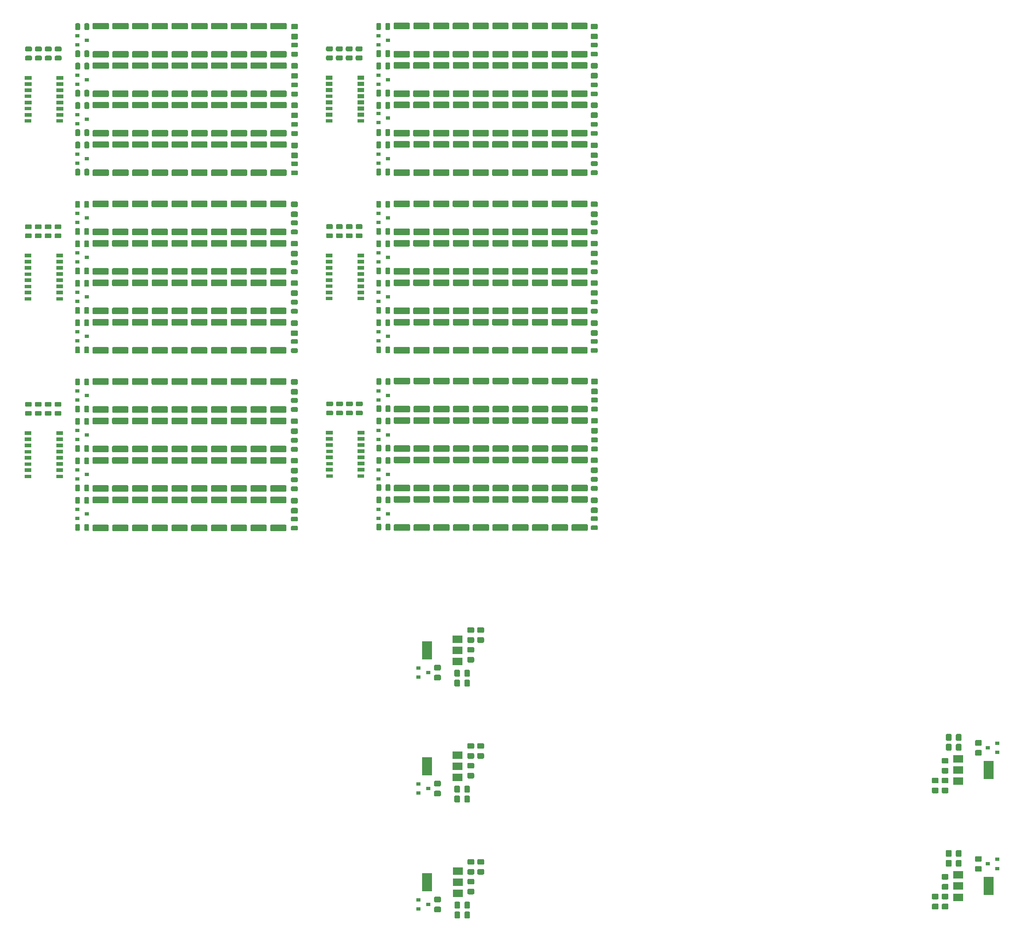
<source format=gbr>
G04 #@! TF.GenerationSoftware,KiCad,Pcbnew,(5.1.5)-3*
G04 #@! TF.CreationDate,2020-11-02T16:30:26-03:00*
G04 #@! TF.ProjectId,panel,70616e65-6c2e-46b6-9963-61645f706362,0.1*
G04 #@! TF.SameCoordinates,Original*
G04 #@! TF.FileFunction,Paste,Bot*
G04 #@! TF.FilePolarity,Positive*
%FSLAX46Y46*%
G04 Gerber Fmt 4.6, Leading zero omitted, Abs format (unit mm)*
G04 Created by KiCad (PCBNEW (5.1.5)-3) date 2020-11-02 16:30:26*
%MOMM*%
%LPD*%
G04 APERTURE LIST*
%ADD10C,0.100000*%
%ADD11R,2.000000X3.800000*%
%ADD12R,2.000000X1.500000*%
%ADD13R,0.900000X0.800000*%
%ADD14R,1.400000X0.800000*%
G04 APERTURE END LIST*
D10*
G36*
X-192974095Y-286207004D02*
G01*
X-192949827Y-286210604D01*
X-192926028Y-286216565D01*
X-192902929Y-286224830D01*
X-192880750Y-286235320D01*
X-192859707Y-286247932D01*
X-192840001Y-286262547D01*
X-192821823Y-286279023D01*
X-192805347Y-286297201D01*
X-192790732Y-286316907D01*
X-192778120Y-286337950D01*
X-192767630Y-286360129D01*
X-192759365Y-286383228D01*
X-192753404Y-286407027D01*
X-192749804Y-286431295D01*
X-192748600Y-286455799D01*
X-192748600Y-287355801D01*
X-192749804Y-287380305D01*
X-192753404Y-287404573D01*
X-192759365Y-287428372D01*
X-192767630Y-287451471D01*
X-192778120Y-287473650D01*
X-192790732Y-287494693D01*
X-192805347Y-287514399D01*
X-192821823Y-287532577D01*
X-192840001Y-287549053D01*
X-192859707Y-287563668D01*
X-192880750Y-287576280D01*
X-192902929Y-287586770D01*
X-192926028Y-287595035D01*
X-192949827Y-287600996D01*
X-192974095Y-287604596D01*
X-192998599Y-287605800D01*
X-193648601Y-287605800D01*
X-193673105Y-287604596D01*
X-193697373Y-287600996D01*
X-193721172Y-287595035D01*
X-193744271Y-287586770D01*
X-193766450Y-287576280D01*
X-193787493Y-287563668D01*
X-193807199Y-287549053D01*
X-193825377Y-287532577D01*
X-193841853Y-287514399D01*
X-193856468Y-287494693D01*
X-193869080Y-287473650D01*
X-193879570Y-287451471D01*
X-193887835Y-287428372D01*
X-193893796Y-287404573D01*
X-193897396Y-287380305D01*
X-193898600Y-287355801D01*
X-193898600Y-286455799D01*
X-193897396Y-286431295D01*
X-193893796Y-286407027D01*
X-193887835Y-286383228D01*
X-193879570Y-286360129D01*
X-193869080Y-286337950D01*
X-193856468Y-286316907D01*
X-193841853Y-286297201D01*
X-193825377Y-286279023D01*
X-193807199Y-286262547D01*
X-193787493Y-286247932D01*
X-193766450Y-286235320D01*
X-193744271Y-286224830D01*
X-193721172Y-286216565D01*
X-193697373Y-286210604D01*
X-193673105Y-286207004D01*
X-193648601Y-286205800D01*
X-192998599Y-286205800D01*
X-192974095Y-286207004D01*
G37*
G36*
X-190924095Y-286207004D02*
G01*
X-190899827Y-286210604D01*
X-190876028Y-286216565D01*
X-190852929Y-286224830D01*
X-190830750Y-286235320D01*
X-190809707Y-286247932D01*
X-190790001Y-286262547D01*
X-190771823Y-286279023D01*
X-190755347Y-286297201D01*
X-190740732Y-286316907D01*
X-190728120Y-286337950D01*
X-190717630Y-286360129D01*
X-190709365Y-286383228D01*
X-190703404Y-286407027D01*
X-190699804Y-286431295D01*
X-190698600Y-286455799D01*
X-190698600Y-287355801D01*
X-190699804Y-287380305D01*
X-190703404Y-287404573D01*
X-190709365Y-287428372D01*
X-190717630Y-287451471D01*
X-190728120Y-287473650D01*
X-190740732Y-287494693D01*
X-190755347Y-287514399D01*
X-190771823Y-287532577D01*
X-190790001Y-287549053D01*
X-190809707Y-287563668D01*
X-190830750Y-287576280D01*
X-190852929Y-287586770D01*
X-190876028Y-287595035D01*
X-190899827Y-287600996D01*
X-190924095Y-287604596D01*
X-190948599Y-287605800D01*
X-191598601Y-287605800D01*
X-191623105Y-287604596D01*
X-191647373Y-287600996D01*
X-191671172Y-287595035D01*
X-191694271Y-287586770D01*
X-191716450Y-287576280D01*
X-191737493Y-287563668D01*
X-191757199Y-287549053D01*
X-191775377Y-287532577D01*
X-191791853Y-287514399D01*
X-191806468Y-287494693D01*
X-191819080Y-287473650D01*
X-191829570Y-287451471D01*
X-191837835Y-287428372D01*
X-191843796Y-287404573D01*
X-191847396Y-287380305D01*
X-191848600Y-287355801D01*
X-191848600Y-286455799D01*
X-191847396Y-286431295D01*
X-191843796Y-286407027D01*
X-191837835Y-286383228D01*
X-191829570Y-286360129D01*
X-191819080Y-286337950D01*
X-191806468Y-286316907D01*
X-191791853Y-286297201D01*
X-191775377Y-286279023D01*
X-191757199Y-286262547D01*
X-191737493Y-286247932D01*
X-191716450Y-286235320D01*
X-191694271Y-286224830D01*
X-191671172Y-286216565D01*
X-191647373Y-286210604D01*
X-191623105Y-286207004D01*
X-191598601Y-286205800D01*
X-190948599Y-286205800D01*
X-190924095Y-286207004D01*
G37*
G36*
X-190046095Y-277451004D02*
G01*
X-190021827Y-277454604D01*
X-189998028Y-277460565D01*
X-189974929Y-277468830D01*
X-189952750Y-277479320D01*
X-189931707Y-277491932D01*
X-189912001Y-277506547D01*
X-189893823Y-277523023D01*
X-189877347Y-277541201D01*
X-189862732Y-277560907D01*
X-189850120Y-277581950D01*
X-189839630Y-277604129D01*
X-189831365Y-277627228D01*
X-189825404Y-277651027D01*
X-189821804Y-277675295D01*
X-189820600Y-277699799D01*
X-189820600Y-278349801D01*
X-189821804Y-278374305D01*
X-189825404Y-278398573D01*
X-189831365Y-278422372D01*
X-189839630Y-278445471D01*
X-189850120Y-278467650D01*
X-189862732Y-278488693D01*
X-189877347Y-278508399D01*
X-189893823Y-278526577D01*
X-189912001Y-278543053D01*
X-189931707Y-278557668D01*
X-189952750Y-278570280D01*
X-189974929Y-278580770D01*
X-189998028Y-278589035D01*
X-190021827Y-278594996D01*
X-190046095Y-278598596D01*
X-190070599Y-278599800D01*
X-190970601Y-278599800D01*
X-190995105Y-278598596D01*
X-191019373Y-278594996D01*
X-191043172Y-278589035D01*
X-191066271Y-278580770D01*
X-191088450Y-278570280D01*
X-191109493Y-278557668D01*
X-191129199Y-278543053D01*
X-191147377Y-278526577D01*
X-191163853Y-278508399D01*
X-191178468Y-278488693D01*
X-191191080Y-278467650D01*
X-191201570Y-278445471D01*
X-191209835Y-278422372D01*
X-191215796Y-278398573D01*
X-191219396Y-278374305D01*
X-191220600Y-278349801D01*
X-191220600Y-277699799D01*
X-191219396Y-277675295D01*
X-191215796Y-277651027D01*
X-191209835Y-277627228D01*
X-191201570Y-277604129D01*
X-191191080Y-277581950D01*
X-191178468Y-277560907D01*
X-191163853Y-277541201D01*
X-191147377Y-277523023D01*
X-191129199Y-277506547D01*
X-191109493Y-277491932D01*
X-191088450Y-277479320D01*
X-191066271Y-277468830D01*
X-191043172Y-277460565D01*
X-191019373Y-277454604D01*
X-190995105Y-277451004D01*
X-190970601Y-277449800D01*
X-190070599Y-277449800D01*
X-190046095Y-277451004D01*
G37*
G36*
X-190046095Y-275401004D02*
G01*
X-190021827Y-275404604D01*
X-189998028Y-275410565D01*
X-189974929Y-275418830D01*
X-189952750Y-275429320D01*
X-189931707Y-275441932D01*
X-189912001Y-275456547D01*
X-189893823Y-275473023D01*
X-189877347Y-275491201D01*
X-189862732Y-275510907D01*
X-189850120Y-275531950D01*
X-189839630Y-275554129D01*
X-189831365Y-275577228D01*
X-189825404Y-275601027D01*
X-189821804Y-275625295D01*
X-189820600Y-275649799D01*
X-189820600Y-276299801D01*
X-189821804Y-276324305D01*
X-189825404Y-276348573D01*
X-189831365Y-276372372D01*
X-189839630Y-276395471D01*
X-189850120Y-276417650D01*
X-189862732Y-276438693D01*
X-189877347Y-276458399D01*
X-189893823Y-276476577D01*
X-189912001Y-276493053D01*
X-189931707Y-276507668D01*
X-189952750Y-276520280D01*
X-189974929Y-276530770D01*
X-189998028Y-276539035D01*
X-190021827Y-276544996D01*
X-190046095Y-276548596D01*
X-190070599Y-276549800D01*
X-190970601Y-276549800D01*
X-190995105Y-276548596D01*
X-191019373Y-276544996D01*
X-191043172Y-276539035D01*
X-191066271Y-276530770D01*
X-191088450Y-276520280D01*
X-191109493Y-276507668D01*
X-191129199Y-276493053D01*
X-191147377Y-276476577D01*
X-191163853Y-276458399D01*
X-191178468Y-276438693D01*
X-191191080Y-276417650D01*
X-191201570Y-276395471D01*
X-191209835Y-276372372D01*
X-191215796Y-276348573D01*
X-191219396Y-276324305D01*
X-191220600Y-276299801D01*
X-191220600Y-275649799D01*
X-191219396Y-275625295D01*
X-191215796Y-275601027D01*
X-191209835Y-275577228D01*
X-191201570Y-275554129D01*
X-191191080Y-275531950D01*
X-191178468Y-275510907D01*
X-191163853Y-275491201D01*
X-191147377Y-275473023D01*
X-191129199Y-275456547D01*
X-191109493Y-275441932D01*
X-191088450Y-275429320D01*
X-191066271Y-275418830D01*
X-191043172Y-275410565D01*
X-191019373Y-275404604D01*
X-190995105Y-275401004D01*
X-190970601Y-275399800D01*
X-190070599Y-275399800D01*
X-190046095Y-275401004D01*
G37*
G36*
X-188014095Y-277451004D02*
G01*
X-187989827Y-277454604D01*
X-187966028Y-277460565D01*
X-187942929Y-277468830D01*
X-187920750Y-277479320D01*
X-187899707Y-277491932D01*
X-187880001Y-277506547D01*
X-187861823Y-277523023D01*
X-187845347Y-277541201D01*
X-187830732Y-277560907D01*
X-187818120Y-277581950D01*
X-187807630Y-277604129D01*
X-187799365Y-277627228D01*
X-187793404Y-277651027D01*
X-187789804Y-277675295D01*
X-187788600Y-277699799D01*
X-187788600Y-278349801D01*
X-187789804Y-278374305D01*
X-187793404Y-278398573D01*
X-187799365Y-278422372D01*
X-187807630Y-278445471D01*
X-187818120Y-278467650D01*
X-187830732Y-278488693D01*
X-187845347Y-278508399D01*
X-187861823Y-278526577D01*
X-187880001Y-278543053D01*
X-187899707Y-278557668D01*
X-187920750Y-278570280D01*
X-187942929Y-278580770D01*
X-187966028Y-278589035D01*
X-187989827Y-278594996D01*
X-188014095Y-278598596D01*
X-188038599Y-278599800D01*
X-188938601Y-278599800D01*
X-188963105Y-278598596D01*
X-188987373Y-278594996D01*
X-189011172Y-278589035D01*
X-189034271Y-278580770D01*
X-189056450Y-278570280D01*
X-189077493Y-278557668D01*
X-189097199Y-278543053D01*
X-189115377Y-278526577D01*
X-189131853Y-278508399D01*
X-189146468Y-278488693D01*
X-189159080Y-278467650D01*
X-189169570Y-278445471D01*
X-189177835Y-278422372D01*
X-189183796Y-278398573D01*
X-189187396Y-278374305D01*
X-189188600Y-278349801D01*
X-189188600Y-277699799D01*
X-189187396Y-277675295D01*
X-189183796Y-277651027D01*
X-189177835Y-277627228D01*
X-189169570Y-277604129D01*
X-189159080Y-277581950D01*
X-189146468Y-277560907D01*
X-189131853Y-277541201D01*
X-189115377Y-277523023D01*
X-189097199Y-277506547D01*
X-189077493Y-277491932D01*
X-189056450Y-277479320D01*
X-189034271Y-277468830D01*
X-189011172Y-277460565D01*
X-188987373Y-277454604D01*
X-188963105Y-277451004D01*
X-188938601Y-277449800D01*
X-188038599Y-277449800D01*
X-188014095Y-277451004D01*
G37*
G36*
X-188014095Y-275401004D02*
G01*
X-187989827Y-275404604D01*
X-187966028Y-275410565D01*
X-187942929Y-275418830D01*
X-187920750Y-275429320D01*
X-187899707Y-275441932D01*
X-187880001Y-275456547D01*
X-187861823Y-275473023D01*
X-187845347Y-275491201D01*
X-187830732Y-275510907D01*
X-187818120Y-275531950D01*
X-187807630Y-275554129D01*
X-187799365Y-275577228D01*
X-187793404Y-275601027D01*
X-187789804Y-275625295D01*
X-187788600Y-275649799D01*
X-187788600Y-276299801D01*
X-187789804Y-276324305D01*
X-187793404Y-276348573D01*
X-187799365Y-276372372D01*
X-187807630Y-276395471D01*
X-187818120Y-276417650D01*
X-187830732Y-276438693D01*
X-187845347Y-276458399D01*
X-187861823Y-276476577D01*
X-187880001Y-276493053D01*
X-187899707Y-276507668D01*
X-187920750Y-276520280D01*
X-187942929Y-276530770D01*
X-187966028Y-276539035D01*
X-187989827Y-276544996D01*
X-188014095Y-276548596D01*
X-188038599Y-276549800D01*
X-188938601Y-276549800D01*
X-188963105Y-276548596D01*
X-188987373Y-276544996D01*
X-189011172Y-276539035D01*
X-189034271Y-276530770D01*
X-189056450Y-276520280D01*
X-189077493Y-276507668D01*
X-189097199Y-276493053D01*
X-189115377Y-276476577D01*
X-189131853Y-276458399D01*
X-189146468Y-276438693D01*
X-189159080Y-276417650D01*
X-189169570Y-276395471D01*
X-189177835Y-276372372D01*
X-189183796Y-276348573D01*
X-189187396Y-276324305D01*
X-189188600Y-276299801D01*
X-189188600Y-275649799D01*
X-189187396Y-275625295D01*
X-189183796Y-275601027D01*
X-189177835Y-275577228D01*
X-189169570Y-275554129D01*
X-189159080Y-275531950D01*
X-189146468Y-275510907D01*
X-189131853Y-275491201D01*
X-189115377Y-275473023D01*
X-189097199Y-275456547D01*
X-189077493Y-275441932D01*
X-189056450Y-275429320D01*
X-189034271Y-275418830D01*
X-189011172Y-275410565D01*
X-188987373Y-275404604D01*
X-188963105Y-275401004D01*
X-188938601Y-275399800D01*
X-188038599Y-275399800D01*
X-188014095Y-275401004D01*
G37*
G36*
X-196904095Y-285198004D02*
G01*
X-196879827Y-285201604D01*
X-196856028Y-285207565D01*
X-196832929Y-285215830D01*
X-196810750Y-285226320D01*
X-196789707Y-285238932D01*
X-196770001Y-285253547D01*
X-196751823Y-285270023D01*
X-196735347Y-285288201D01*
X-196720732Y-285307907D01*
X-196708120Y-285328950D01*
X-196697630Y-285351129D01*
X-196689365Y-285374228D01*
X-196683404Y-285398027D01*
X-196679804Y-285422295D01*
X-196678600Y-285446799D01*
X-196678600Y-286096801D01*
X-196679804Y-286121305D01*
X-196683404Y-286145573D01*
X-196689365Y-286169372D01*
X-196697630Y-286192471D01*
X-196708120Y-286214650D01*
X-196720732Y-286235693D01*
X-196735347Y-286255399D01*
X-196751823Y-286273577D01*
X-196770001Y-286290053D01*
X-196789707Y-286304668D01*
X-196810750Y-286317280D01*
X-196832929Y-286327770D01*
X-196856028Y-286336035D01*
X-196879827Y-286341996D01*
X-196904095Y-286345596D01*
X-196928599Y-286346800D01*
X-197828601Y-286346800D01*
X-197853105Y-286345596D01*
X-197877373Y-286341996D01*
X-197901172Y-286336035D01*
X-197924271Y-286327770D01*
X-197946450Y-286317280D01*
X-197967493Y-286304668D01*
X-197987199Y-286290053D01*
X-198005377Y-286273577D01*
X-198021853Y-286255399D01*
X-198036468Y-286235693D01*
X-198049080Y-286214650D01*
X-198059570Y-286192471D01*
X-198067835Y-286169372D01*
X-198073796Y-286145573D01*
X-198077396Y-286121305D01*
X-198078600Y-286096801D01*
X-198078600Y-285446799D01*
X-198077396Y-285422295D01*
X-198073796Y-285398027D01*
X-198067835Y-285374228D01*
X-198059570Y-285351129D01*
X-198049080Y-285328950D01*
X-198036468Y-285307907D01*
X-198021853Y-285288201D01*
X-198005377Y-285270023D01*
X-197987199Y-285253547D01*
X-197967493Y-285238932D01*
X-197946450Y-285226320D01*
X-197924271Y-285215830D01*
X-197901172Y-285207565D01*
X-197877373Y-285201604D01*
X-197853105Y-285198004D01*
X-197828601Y-285196800D01*
X-196928599Y-285196800D01*
X-196904095Y-285198004D01*
G37*
G36*
X-196904095Y-283148004D02*
G01*
X-196879827Y-283151604D01*
X-196856028Y-283157565D01*
X-196832929Y-283165830D01*
X-196810750Y-283176320D01*
X-196789707Y-283188932D01*
X-196770001Y-283203547D01*
X-196751823Y-283220023D01*
X-196735347Y-283238201D01*
X-196720732Y-283257907D01*
X-196708120Y-283278950D01*
X-196697630Y-283301129D01*
X-196689365Y-283324228D01*
X-196683404Y-283348027D01*
X-196679804Y-283372295D01*
X-196678600Y-283396799D01*
X-196678600Y-284046801D01*
X-196679804Y-284071305D01*
X-196683404Y-284095573D01*
X-196689365Y-284119372D01*
X-196697630Y-284142471D01*
X-196708120Y-284164650D01*
X-196720732Y-284185693D01*
X-196735347Y-284205399D01*
X-196751823Y-284223577D01*
X-196770001Y-284240053D01*
X-196789707Y-284254668D01*
X-196810750Y-284267280D01*
X-196832929Y-284277770D01*
X-196856028Y-284286035D01*
X-196879827Y-284291996D01*
X-196904095Y-284295596D01*
X-196928599Y-284296800D01*
X-197828601Y-284296800D01*
X-197853105Y-284295596D01*
X-197877373Y-284291996D01*
X-197901172Y-284286035D01*
X-197924271Y-284277770D01*
X-197946450Y-284267280D01*
X-197967493Y-284254668D01*
X-197987199Y-284240053D01*
X-198005377Y-284223577D01*
X-198021853Y-284205399D01*
X-198036468Y-284185693D01*
X-198049080Y-284164650D01*
X-198059570Y-284142471D01*
X-198067835Y-284119372D01*
X-198073796Y-284095573D01*
X-198077396Y-284071305D01*
X-198078600Y-284046801D01*
X-198078600Y-283396799D01*
X-198077396Y-283372295D01*
X-198073796Y-283348027D01*
X-198067835Y-283324228D01*
X-198059570Y-283301129D01*
X-198049080Y-283278950D01*
X-198036468Y-283257907D01*
X-198021853Y-283238201D01*
X-198005377Y-283220023D01*
X-197987199Y-283203547D01*
X-197967493Y-283188932D01*
X-197946450Y-283176320D01*
X-197924271Y-283165830D01*
X-197901172Y-283157565D01*
X-197877373Y-283151604D01*
X-197853105Y-283148004D01*
X-197828601Y-283146800D01*
X-196928599Y-283146800D01*
X-196904095Y-283148004D01*
G37*
D11*
X-199512600Y-280174800D03*
D12*
X-193212600Y-280174800D03*
X-193212600Y-282474800D03*
X-193212600Y-277874800D03*
D10*
G36*
X-190046095Y-281515004D02*
G01*
X-190021827Y-281518604D01*
X-189998028Y-281524565D01*
X-189974929Y-281532830D01*
X-189952750Y-281543320D01*
X-189931707Y-281555932D01*
X-189912001Y-281570547D01*
X-189893823Y-281587023D01*
X-189877347Y-281605201D01*
X-189862732Y-281624907D01*
X-189850120Y-281645950D01*
X-189839630Y-281668129D01*
X-189831365Y-281691228D01*
X-189825404Y-281715027D01*
X-189821804Y-281739295D01*
X-189820600Y-281763799D01*
X-189820600Y-282413801D01*
X-189821804Y-282438305D01*
X-189825404Y-282462573D01*
X-189831365Y-282486372D01*
X-189839630Y-282509471D01*
X-189850120Y-282531650D01*
X-189862732Y-282552693D01*
X-189877347Y-282572399D01*
X-189893823Y-282590577D01*
X-189912001Y-282607053D01*
X-189931707Y-282621668D01*
X-189952750Y-282634280D01*
X-189974929Y-282644770D01*
X-189998028Y-282653035D01*
X-190021827Y-282658996D01*
X-190046095Y-282662596D01*
X-190070599Y-282663800D01*
X-190970601Y-282663800D01*
X-190995105Y-282662596D01*
X-191019373Y-282658996D01*
X-191043172Y-282653035D01*
X-191066271Y-282644770D01*
X-191088450Y-282634280D01*
X-191109493Y-282621668D01*
X-191129199Y-282607053D01*
X-191147377Y-282590577D01*
X-191163853Y-282572399D01*
X-191178468Y-282552693D01*
X-191191080Y-282531650D01*
X-191201570Y-282509471D01*
X-191209835Y-282486372D01*
X-191215796Y-282462573D01*
X-191219396Y-282438305D01*
X-191220600Y-282413801D01*
X-191220600Y-281763799D01*
X-191219396Y-281739295D01*
X-191215796Y-281715027D01*
X-191209835Y-281691228D01*
X-191201570Y-281668129D01*
X-191191080Y-281645950D01*
X-191178468Y-281624907D01*
X-191163853Y-281605201D01*
X-191147377Y-281587023D01*
X-191129199Y-281570547D01*
X-191109493Y-281555932D01*
X-191088450Y-281543320D01*
X-191066271Y-281532830D01*
X-191043172Y-281524565D01*
X-191019373Y-281518604D01*
X-190995105Y-281515004D01*
X-190970601Y-281513800D01*
X-190070599Y-281513800D01*
X-190046095Y-281515004D01*
G37*
G36*
X-190046095Y-279465004D02*
G01*
X-190021827Y-279468604D01*
X-189998028Y-279474565D01*
X-189974929Y-279482830D01*
X-189952750Y-279493320D01*
X-189931707Y-279505932D01*
X-189912001Y-279520547D01*
X-189893823Y-279537023D01*
X-189877347Y-279555201D01*
X-189862732Y-279574907D01*
X-189850120Y-279595950D01*
X-189839630Y-279618129D01*
X-189831365Y-279641228D01*
X-189825404Y-279665027D01*
X-189821804Y-279689295D01*
X-189820600Y-279713799D01*
X-189820600Y-280363801D01*
X-189821804Y-280388305D01*
X-189825404Y-280412573D01*
X-189831365Y-280436372D01*
X-189839630Y-280459471D01*
X-189850120Y-280481650D01*
X-189862732Y-280502693D01*
X-189877347Y-280522399D01*
X-189893823Y-280540577D01*
X-189912001Y-280557053D01*
X-189931707Y-280571668D01*
X-189952750Y-280584280D01*
X-189974929Y-280594770D01*
X-189998028Y-280603035D01*
X-190021827Y-280608996D01*
X-190046095Y-280612596D01*
X-190070599Y-280613800D01*
X-190970601Y-280613800D01*
X-190995105Y-280612596D01*
X-191019373Y-280608996D01*
X-191043172Y-280603035D01*
X-191066271Y-280594770D01*
X-191088450Y-280584280D01*
X-191109493Y-280571668D01*
X-191129199Y-280557053D01*
X-191147377Y-280540577D01*
X-191163853Y-280522399D01*
X-191178468Y-280502693D01*
X-191191080Y-280481650D01*
X-191201570Y-280459471D01*
X-191209835Y-280436372D01*
X-191215796Y-280412573D01*
X-191219396Y-280388305D01*
X-191220600Y-280363801D01*
X-191220600Y-279713799D01*
X-191219396Y-279689295D01*
X-191215796Y-279665027D01*
X-191209835Y-279641228D01*
X-191201570Y-279618129D01*
X-191191080Y-279595950D01*
X-191178468Y-279574907D01*
X-191163853Y-279555201D01*
X-191147377Y-279537023D01*
X-191129199Y-279520547D01*
X-191109493Y-279505932D01*
X-191088450Y-279493320D01*
X-191066271Y-279482830D01*
X-191043172Y-279474565D01*
X-191019373Y-279468604D01*
X-190995105Y-279465004D01*
X-190970601Y-279463800D01*
X-190070599Y-279463800D01*
X-190046095Y-279465004D01*
G37*
G36*
X-192974095Y-284175004D02*
G01*
X-192949827Y-284178604D01*
X-192926028Y-284184565D01*
X-192902929Y-284192830D01*
X-192880750Y-284203320D01*
X-192859707Y-284215932D01*
X-192840001Y-284230547D01*
X-192821823Y-284247023D01*
X-192805347Y-284265201D01*
X-192790732Y-284284907D01*
X-192778120Y-284305950D01*
X-192767630Y-284328129D01*
X-192759365Y-284351228D01*
X-192753404Y-284375027D01*
X-192749804Y-284399295D01*
X-192748600Y-284423799D01*
X-192748600Y-285323801D01*
X-192749804Y-285348305D01*
X-192753404Y-285372573D01*
X-192759365Y-285396372D01*
X-192767630Y-285419471D01*
X-192778120Y-285441650D01*
X-192790732Y-285462693D01*
X-192805347Y-285482399D01*
X-192821823Y-285500577D01*
X-192840001Y-285517053D01*
X-192859707Y-285531668D01*
X-192880750Y-285544280D01*
X-192902929Y-285554770D01*
X-192926028Y-285563035D01*
X-192949827Y-285568996D01*
X-192974095Y-285572596D01*
X-192998599Y-285573800D01*
X-193648601Y-285573800D01*
X-193673105Y-285572596D01*
X-193697373Y-285568996D01*
X-193721172Y-285563035D01*
X-193744271Y-285554770D01*
X-193766450Y-285544280D01*
X-193787493Y-285531668D01*
X-193807199Y-285517053D01*
X-193825377Y-285500577D01*
X-193841853Y-285482399D01*
X-193856468Y-285462693D01*
X-193869080Y-285441650D01*
X-193879570Y-285419471D01*
X-193887835Y-285396372D01*
X-193893796Y-285372573D01*
X-193897396Y-285348305D01*
X-193898600Y-285323801D01*
X-193898600Y-284423799D01*
X-193897396Y-284399295D01*
X-193893796Y-284375027D01*
X-193887835Y-284351228D01*
X-193879570Y-284328129D01*
X-193869080Y-284305950D01*
X-193856468Y-284284907D01*
X-193841853Y-284265201D01*
X-193825377Y-284247023D01*
X-193807199Y-284230547D01*
X-193787493Y-284215932D01*
X-193766450Y-284203320D01*
X-193744271Y-284192830D01*
X-193721172Y-284184565D01*
X-193697373Y-284178604D01*
X-193673105Y-284175004D01*
X-193648601Y-284173800D01*
X-192998599Y-284173800D01*
X-192974095Y-284175004D01*
G37*
G36*
X-190923690Y-284175002D02*
G01*
X-190899465Y-284178595D01*
X-190875709Y-284184546D01*
X-190852651Y-284192796D01*
X-190830513Y-284203267D01*
X-190809507Y-284215857D01*
X-190789837Y-284230445D01*
X-190771692Y-284246892D01*
X-190755245Y-284265037D01*
X-190740657Y-284284707D01*
X-190728067Y-284305713D01*
X-190717596Y-284327851D01*
X-190709346Y-284350909D01*
X-190703395Y-284374665D01*
X-190699802Y-284398890D01*
X-190698600Y-284423350D01*
X-190698600Y-285324250D01*
X-190699802Y-285348710D01*
X-190703395Y-285372935D01*
X-190709346Y-285396691D01*
X-190717596Y-285419749D01*
X-190728067Y-285441887D01*
X-190740657Y-285462893D01*
X-190755245Y-285482563D01*
X-190771692Y-285500708D01*
X-190789837Y-285517155D01*
X-190809507Y-285531743D01*
X-190830513Y-285544333D01*
X-190852651Y-285554804D01*
X-190875709Y-285563054D01*
X-190899465Y-285569005D01*
X-190923690Y-285572598D01*
X-190948150Y-285573800D01*
X-191599050Y-285573800D01*
X-191623510Y-285572598D01*
X-191647735Y-285569005D01*
X-191671491Y-285563054D01*
X-191694549Y-285554804D01*
X-191716687Y-285544333D01*
X-191737693Y-285531743D01*
X-191757363Y-285517155D01*
X-191775508Y-285500708D01*
X-191791955Y-285482563D01*
X-191806543Y-285462893D01*
X-191819133Y-285441887D01*
X-191829604Y-285419749D01*
X-191837854Y-285396691D01*
X-191843805Y-285372935D01*
X-191847398Y-285348710D01*
X-191848600Y-285324250D01*
X-191848600Y-284423350D01*
X-191847398Y-284398890D01*
X-191843805Y-284374665D01*
X-191837854Y-284350909D01*
X-191829604Y-284327851D01*
X-191819133Y-284305713D01*
X-191806543Y-284284707D01*
X-191791955Y-284265037D01*
X-191775508Y-284246892D01*
X-191757363Y-284230445D01*
X-191737693Y-284215857D01*
X-191716687Y-284203267D01*
X-191694549Y-284192796D01*
X-191671491Y-284184546D01*
X-191647735Y-284178595D01*
X-191623510Y-284175002D01*
X-191599050Y-284173800D01*
X-190948150Y-284173800D01*
X-190923690Y-284175002D01*
G37*
D13*
X-201299600Y-285696800D03*
X-201299600Y-283796800D03*
X-199299600Y-284746800D03*
D10*
G36*
X-192948695Y-310083004D02*
G01*
X-192924427Y-310086604D01*
X-192900628Y-310092565D01*
X-192877529Y-310100830D01*
X-192855350Y-310111320D01*
X-192834307Y-310123932D01*
X-192814601Y-310138547D01*
X-192796423Y-310155023D01*
X-192779947Y-310173201D01*
X-192765332Y-310192907D01*
X-192752720Y-310213950D01*
X-192742230Y-310236129D01*
X-192733965Y-310259228D01*
X-192728004Y-310283027D01*
X-192724404Y-310307295D01*
X-192723200Y-310331799D01*
X-192723200Y-311231801D01*
X-192724404Y-311256305D01*
X-192728004Y-311280573D01*
X-192733965Y-311304372D01*
X-192742230Y-311327471D01*
X-192752720Y-311349650D01*
X-192765332Y-311370693D01*
X-192779947Y-311390399D01*
X-192796423Y-311408577D01*
X-192814601Y-311425053D01*
X-192834307Y-311439668D01*
X-192855350Y-311452280D01*
X-192877529Y-311462770D01*
X-192900628Y-311471035D01*
X-192924427Y-311476996D01*
X-192948695Y-311480596D01*
X-192973199Y-311481800D01*
X-193623201Y-311481800D01*
X-193647705Y-311480596D01*
X-193671973Y-311476996D01*
X-193695772Y-311471035D01*
X-193718871Y-311462770D01*
X-193741050Y-311452280D01*
X-193762093Y-311439668D01*
X-193781799Y-311425053D01*
X-193799977Y-311408577D01*
X-193816453Y-311390399D01*
X-193831068Y-311370693D01*
X-193843680Y-311349650D01*
X-193854170Y-311327471D01*
X-193862435Y-311304372D01*
X-193868396Y-311280573D01*
X-193871996Y-311256305D01*
X-193873200Y-311231801D01*
X-193873200Y-310331799D01*
X-193871996Y-310307295D01*
X-193868396Y-310283027D01*
X-193862435Y-310259228D01*
X-193854170Y-310236129D01*
X-193843680Y-310213950D01*
X-193831068Y-310192907D01*
X-193816453Y-310173201D01*
X-193799977Y-310155023D01*
X-193781799Y-310138547D01*
X-193762093Y-310123932D01*
X-193741050Y-310111320D01*
X-193718871Y-310100830D01*
X-193695772Y-310092565D01*
X-193671973Y-310086604D01*
X-193647705Y-310083004D01*
X-193623201Y-310081800D01*
X-192973199Y-310081800D01*
X-192948695Y-310083004D01*
G37*
G36*
X-190898695Y-310083004D02*
G01*
X-190874427Y-310086604D01*
X-190850628Y-310092565D01*
X-190827529Y-310100830D01*
X-190805350Y-310111320D01*
X-190784307Y-310123932D01*
X-190764601Y-310138547D01*
X-190746423Y-310155023D01*
X-190729947Y-310173201D01*
X-190715332Y-310192907D01*
X-190702720Y-310213950D01*
X-190692230Y-310236129D01*
X-190683965Y-310259228D01*
X-190678004Y-310283027D01*
X-190674404Y-310307295D01*
X-190673200Y-310331799D01*
X-190673200Y-311231801D01*
X-190674404Y-311256305D01*
X-190678004Y-311280573D01*
X-190683965Y-311304372D01*
X-190692230Y-311327471D01*
X-190702720Y-311349650D01*
X-190715332Y-311370693D01*
X-190729947Y-311390399D01*
X-190746423Y-311408577D01*
X-190764601Y-311425053D01*
X-190784307Y-311439668D01*
X-190805350Y-311452280D01*
X-190827529Y-311462770D01*
X-190850628Y-311471035D01*
X-190874427Y-311476996D01*
X-190898695Y-311480596D01*
X-190923199Y-311481800D01*
X-191573201Y-311481800D01*
X-191597705Y-311480596D01*
X-191621973Y-311476996D01*
X-191645772Y-311471035D01*
X-191668871Y-311462770D01*
X-191691050Y-311452280D01*
X-191712093Y-311439668D01*
X-191731799Y-311425053D01*
X-191749977Y-311408577D01*
X-191766453Y-311390399D01*
X-191781068Y-311370693D01*
X-191793680Y-311349650D01*
X-191804170Y-311327471D01*
X-191812435Y-311304372D01*
X-191818396Y-311280573D01*
X-191821996Y-311256305D01*
X-191823200Y-311231801D01*
X-191823200Y-310331799D01*
X-191821996Y-310307295D01*
X-191818396Y-310283027D01*
X-191812435Y-310259228D01*
X-191804170Y-310236129D01*
X-191793680Y-310213950D01*
X-191781068Y-310192907D01*
X-191766453Y-310173201D01*
X-191749977Y-310155023D01*
X-191731799Y-310138547D01*
X-191712093Y-310123932D01*
X-191691050Y-310111320D01*
X-191668871Y-310100830D01*
X-191645772Y-310092565D01*
X-191621973Y-310086604D01*
X-191597705Y-310083004D01*
X-191573201Y-310081800D01*
X-190923199Y-310081800D01*
X-190898695Y-310083004D01*
G37*
G36*
X-190020695Y-301327004D02*
G01*
X-189996427Y-301330604D01*
X-189972628Y-301336565D01*
X-189949529Y-301344830D01*
X-189927350Y-301355320D01*
X-189906307Y-301367932D01*
X-189886601Y-301382547D01*
X-189868423Y-301399023D01*
X-189851947Y-301417201D01*
X-189837332Y-301436907D01*
X-189824720Y-301457950D01*
X-189814230Y-301480129D01*
X-189805965Y-301503228D01*
X-189800004Y-301527027D01*
X-189796404Y-301551295D01*
X-189795200Y-301575799D01*
X-189795200Y-302225801D01*
X-189796404Y-302250305D01*
X-189800004Y-302274573D01*
X-189805965Y-302298372D01*
X-189814230Y-302321471D01*
X-189824720Y-302343650D01*
X-189837332Y-302364693D01*
X-189851947Y-302384399D01*
X-189868423Y-302402577D01*
X-189886601Y-302419053D01*
X-189906307Y-302433668D01*
X-189927350Y-302446280D01*
X-189949529Y-302456770D01*
X-189972628Y-302465035D01*
X-189996427Y-302470996D01*
X-190020695Y-302474596D01*
X-190045199Y-302475800D01*
X-190945201Y-302475800D01*
X-190969705Y-302474596D01*
X-190993973Y-302470996D01*
X-191017772Y-302465035D01*
X-191040871Y-302456770D01*
X-191063050Y-302446280D01*
X-191084093Y-302433668D01*
X-191103799Y-302419053D01*
X-191121977Y-302402577D01*
X-191138453Y-302384399D01*
X-191153068Y-302364693D01*
X-191165680Y-302343650D01*
X-191176170Y-302321471D01*
X-191184435Y-302298372D01*
X-191190396Y-302274573D01*
X-191193996Y-302250305D01*
X-191195200Y-302225801D01*
X-191195200Y-301575799D01*
X-191193996Y-301551295D01*
X-191190396Y-301527027D01*
X-191184435Y-301503228D01*
X-191176170Y-301480129D01*
X-191165680Y-301457950D01*
X-191153068Y-301436907D01*
X-191138453Y-301417201D01*
X-191121977Y-301399023D01*
X-191103799Y-301382547D01*
X-191084093Y-301367932D01*
X-191063050Y-301355320D01*
X-191040871Y-301344830D01*
X-191017772Y-301336565D01*
X-190993973Y-301330604D01*
X-190969705Y-301327004D01*
X-190945201Y-301325800D01*
X-190045199Y-301325800D01*
X-190020695Y-301327004D01*
G37*
G36*
X-190020695Y-299277004D02*
G01*
X-189996427Y-299280604D01*
X-189972628Y-299286565D01*
X-189949529Y-299294830D01*
X-189927350Y-299305320D01*
X-189906307Y-299317932D01*
X-189886601Y-299332547D01*
X-189868423Y-299349023D01*
X-189851947Y-299367201D01*
X-189837332Y-299386907D01*
X-189824720Y-299407950D01*
X-189814230Y-299430129D01*
X-189805965Y-299453228D01*
X-189800004Y-299477027D01*
X-189796404Y-299501295D01*
X-189795200Y-299525799D01*
X-189795200Y-300175801D01*
X-189796404Y-300200305D01*
X-189800004Y-300224573D01*
X-189805965Y-300248372D01*
X-189814230Y-300271471D01*
X-189824720Y-300293650D01*
X-189837332Y-300314693D01*
X-189851947Y-300334399D01*
X-189868423Y-300352577D01*
X-189886601Y-300369053D01*
X-189906307Y-300383668D01*
X-189927350Y-300396280D01*
X-189949529Y-300406770D01*
X-189972628Y-300415035D01*
X-189996427Y-300420996D01*
X-190020695Y-300424596D01*
X-190045199Y-300425800D01*
X-190945201Y-300425800D01*
X-190969705Y-300424596D01*
X-190993973Y-300420996D01*
X-191017772Y-300415035D01*
X-191040871Y-300406770D01*
X-191063050Y-300396280D01*
X-191084093Y-300383668D01*
X-191103799Y-300369053D01*
X-191121977Y-300352577D01*
X-191138453Y-300334399D01*
X-191153068Y-300314693D01*
X-191165680Y-300293650D01*
X-191176170Y-300271471D01*
X-191184435Y-300248372D01*
X-191190396Y-300224573D01*
X-191193996Y-300200305D01*
X-191195200Y-300175801D01*
X-191195200Y-299525799D01*
X-191193996Y-299501295D01*
X-191190396Y-299477027D01*
X-191184435Y-299453228D01*
X-191176170Y-299430129D01*
X-191165680Y-299407950D01*
X-191153068Y-299386907D01*
X-191138453Y-299367201D01*
X-191121977Y-299349023D01*
X-191103799Y-299332547D01*
X-191084093Y-299317932D01*
X-191063050Y-299305320D01*
X-191040871Y-299294830D01*
X-191017772Y-299286565D01*
X-190993973Y-299280604D01*
X-190969705Y-299277004D01*
X-190945201Y-299275800D01*
X-190045199Y-299275800D01*
X-190020695Y-299277004D01*
G37*
G36*
X-187988695Y-301327004D02*
G01*
X-187964427Y-301330604D01*
X-187940628Y-301336565D01*
X-187917529Y-301344830D01*
X-187895350Y-301355320D01*
X-187874307Y-301367932D01*
X-187854601Y-301382547D01*
X-187836423Y-301399023D01*
X-187819947Y-301417201D01*
X-187805332Y-301436907D01*
X-187792720Y-301457950D01*
X-187782230Y-301480129D01*
X-187773965Y-301503228D01*
X-187768004Y-301527027D01*
X-187764404Y-301551295D01*
X-187763200Y-301575799D01*
X-187763200Y-302225801D01*
X-187764404Y-302250305D01*
X-187768004Y-302274573D01*
X-187773965Y-302298372D01*
X-187782230Y-302321471D01*
X-187792720Y-302343650D01*
X-187805332Y-302364693D01*
X-187819947Y-302384399D01*
X-187836423Y-302402577D01*
X-187854601Y-302419053D01*
X-187874307Y-302433668D01*
X-187895350Y-302446280D01*
X-187917529Y-302456770D01*
X-187940628Y-302465035D01*
X-187964427Y-302470996D01*
X-187988695Y-302474596D01*
X-188013199Y-302475800D01*
X-188913201Y-302475800D01*
X-188937705Y-302474596D01*
X-188961973Y-302470996D01*
X-188985772Y-302465035D01*
X-189008871Y-302456770D01*
X-189031050Y-302446280D01*
X-189052093Y-302433668D01*
X-189071799Y-302419053D01*
X-189089977Y-302402577D01*
X-189106453Y-302384399D01*
X-189121068Y-302364693D01*
X-189133680Y-302343650D01*
X-189144170Y-302321471D01*
X-189152435Y-302298372D01*
X-189158396Y-302274573D01*
X-189161996Y-302250305D01*
X-189163200Y-302225801D01*
X-189163200Y-301575799D01*
X-189161996Y-301551295D01*
X-189158396Y-301527027D01*
X-189152435Y-301503228D01*
X-189144170Y-301480129D01*
X-189133680Y-301457950D01*
X-189121068Y-301436907D01*
X-189106453Y-301417201D01*
X-189089977Y-301399023D01*
X-189071799Y-301382547D01*
X-189052093Y-301367932D01*
X-189031050Y-301355320D01*
X-189008871Y-301344830D01*
X-188985772Y-301336565D01*
X-188961973Y-301330604D01*
X-188937705Y-301327004D01*
X-188913201Y-301325800D01*
X-188013199Y-301325800D01*
X-187988695Y-301327004D01*
G37*
G36*
X-187988695Y-299277004D02*
G01*
X-187964427Y-299280604D01*
X-187940628Y-299286565D01*
X-187917529Y-299294830D01*
X-187895350Y-299305320D01*
X-187874307Y-299317932D01*
X-187854601Y-299332547D01*
X-187836423Y-299349023D01*
X-187819947Y-299367201D01*
X-187805332Y-299386907D01*
X-187792720Y-299407950D01*
X-187782230Y-299430129D01*
X-187773965Y-299453228D01*
X-187768004Y-299477027D01*
X-187764404Y-299501295D01*
X-187763200Y-299525799D01*
X-187763200Y-300175801D01*
X-187764404Y-300200305D01*
X-187768004Y-300224573D01*
X-187773965Y-300248372D01*
X-187782230Y-300271471D01*
X-187792720Y-300293650D01*
X-187805332Y-300314693D01*
X-187819947Y-300334399D01*
X-187836423Y-300352577D01*
X-187854601Y-300369053D01*
X-187874307Y-300383668D01*
X-187895350Y-300396280D01*
X-187917529Y-300406770D01*
X-187940628Y-300415035D01*
X-187964427Y-300420996D01*
X-187988695Y-300424596D01*
X-188013199Y-300425800D01*
X-188913201Y-300425800D01*
X-188937705Y-300424596D01*
X-188961973Y-300420996D01*
X-188985772Y-300415035D01*
X-189008871Y-300406770D01*
X-189031050Y-300396280D01*
X-189052093Y-300383668D01*
X-189071799Y-300369053D01*
X-189089977Y-300352577D01*
X-189106453Y-300334399D01*
X-189121068Y-300314693D01*
X-189133680Y-300293650D01*
X-189144170Y-300271471D01*
X-189152435Y-300248372D01*
X-189158396Y-300224573D01*
X-189161996Y-300200305D01*
X-189163200Y-300175801D01*
X-189163200Y-299525799D01*
X-189161996Y-299501295D01*
X-189158396Y-299477027D01*
X-189152435Y-299453228D01*
X-189144170Y-299430129D01*
X-189133680Y-299407950D01*
X-189121068Y-299386907D01*
X-189106453Y-299367201D01*
X-189089977Y-299349023D01*
X-189071799Y-299332547D01*
X-189052093Y-299317932D01*
X-189031050Y-299305320D01*
X-189008871Y-299294830D01*
X-188985772Y-299286565D01*
X-188961973Y-299280604D01*
X-188937705Y-299277004D01*
X-188913201Y-299275800D01*
X-188013199Y-299275800D01*
X-187988695Y-299277004D01*
G37*
G36*
X-196878695Y-309074004D02*
G01*
X-196854427Y-309077604D01*
X-196830628Y-309083565D01*
X-196807529Y-309091830D01*
X-196785350Y-309102320D01*
X-196764307Y-309114932D01*
X-196744601Y-309129547D01*
X-196726423Y-309146023D01*
X-196709947Y-309164201D01*
X-196695332Y-309183907D01*
X-196682720Y-309204950D01*
X-196672230Y-309227129D01*
X-196663965Y-309250228D01*
X-196658004Y-309274027D01*
X-196654404Y-309298295D01*
X-196653200Y-309322799D01*
X-196653200Y-309972801D01*
X-196654404Y-309997305D01*
X-196658004Y-310021573D01*
X-196663965Y-310045372D01*
X-196672230Y-310068471D01*
X-196682720Y-310090650D01*
X-196695332Y-310111693D01*
X-196709947Y-310131399D01*
X-196726423Y-310149577D01*
X-196744601Y-310166053D01*
X-196764307Y-310180668D01*
X-196785350Y-310193280D01*
X-196807529Y-310203770D01*
X-196830628Y-310212035D01*
X-196854427Y-310217996D01*
X-196878695Y-310221596D01*
X-196903199Y-310222800D01*
X-197803201Y-310222800D01*
X-197827705Y-310221596D01*
X-197851973Y-310217996D01*
X-197875772Y-310212035D01*
X-197898871Y-310203770D01*
X-197921050Y-310193280D01*
X-197942093Y-310180668D01*
X-197961799Y-310166053D01*
X-197979977Y-310149577D01*
X-197996453Y-310131399D01*
X-198011068Y-310111693D01*
X-198023680Y-310090650D01*
X-198034170Y-310068471D01*
X-198042435Y-310045372D01*
X-198048396Y-310021573D01*
X-198051996Y-309997305D01*
X-198053200Y-309972801D01*
X-198053200Y-309322799D01*
X-198051996Y-309298295D01*
X-198048396Y-309274027D01*
X-198042435Y-309250228D01*
X-198034170Y-309227129D01*
X-198023680Y-309204950D01*
X-198011068Y-309183907D01*
X-197996453Y-309164201D01*
X-197979977Y-309146023D01*
X-197961799Y-309129547D01*
X-197942093Y-309114932D01*
X-197921050Y-309102320D01*
X-197898871Y-309091830D01*
X-197875772Y-309083565D01*
X-197851973Y-309077604D01*
X-197827705Y-309074004D01*
X-197803201Y-309072800D01*
X-196903199Y-309072800D01*
X-196878695Y-309074004D01*
G37*
G36*
X-196878695Y-307024004D02*
G01*
X-196854427Y-307027604D01*
X-196830628Y-307033565D01*
X-196807529Y-307041830D01*
X-196785350Y-307052320D01*
X-196764307Y-307064932D01*
X-196744601Y-307079547D01*
X-196726423Y-307096023D01*
X-196709947Y-307114201D01*
X-196695332Y-307133907D01*
X-196682720Y-307154950D01*
X-196672230Y-307177129D01*
X-196663965Y-307200228D01*
X-196658004Y-307224027D01*
X-196654404Y-307248295D01*
X-196653200Y-307272799D01*
X-196653200Y-307922801D01*
X-196654404Y-307947305D01*
X-196658004Y-307971573D01*
X-196663965Y-307995372D01*
X-196672230Y-308018471D01*
X-196682720Y-308040650D01*
X-196695332Y-308061693D01*
X-196709947Y-308081399D01*
X-196726423Y-308099577D01*
X-196744601Y-308116053D01*
X-196764307Y-308130668D01*
X-196785350Y-308143280D01*
X-196807529Y-308153770D01*
X-196830628Y-308162035D01*
X-196854427Y-308167996D01*
X-196878695Y-308171596D01*
X-196903199Y-308172800D01*
X-197803201Y-308172800D01*
X-197827705Y-308171596D01*
X-197851973Y-308167996D01*
X-197875772Y-308162035D01*
X-197898871Y-308153770D01*
X-197921050Y-308143280D01*
X-197942093Y-308130668D01*
X-197961799Y-308116053D01*
X-197979977Y-308099577D01*
X-197996453Y-308081399D01*
X-198011068Y-308061693D01*
X-198023680Y-308040650D01*
X-198034170Y-308018471D01*
X-198042435Y-307995372D01*
X-198048396Y-307971573D01*
X-198051996Y-307947305D01*
X-198053200Y-307922801D01*
X-198053200Y-307272799D01*
X-198051996Y-307248295D01*
X-198048396Y-307224027D01*
X-198042435Y-307200228D01*
X-198034170Y-307177129D01*
X-198023680Y-307154950D01*
X-198011068Y-307133907D01*
X-197996453Y-307114201D01*
X-197979977Y-307096023D01*
X-197961799Y-307079547D01*
X-197942093Y-307064932D01*
X-197921050Y-307052320D01*
X-197898871Y-307041830D01*
X-197875772Y-307033565D01*
X-197851973Y-307027604D01*
X-197827705Y-307024004D01*
X-197803201Y-307022800D01*
X-196903199Y-307022800D01*
X-196878695Y-307024004D01*
G37*
D11*
X-199487200Y-304050800D03*
D12*
X-193187200Y-304050800D03*
X-193187200Y-306350800D03*
X-193187200Y-301750800D03*
D10*
G36*
X-190020695Y-305391004D02*
G01*
X-189996427Y-305394604D01*
X-189972628Y-305400565D01*
X-189949529Y-305408830D01*
X-189927350Y-305419320D01*
X-189906307Y-305431932D01*
X-189886601Y-305446547D01*
X-189868423Y-305463023D01*
X-189851947Y-305481201D01*
X-189837332Y-305500907D01*
X-189824720Y-305521950D01*
X-189814230Y-305544129D01*
X-189805965Y-305567228D01*
X-189800004Y-305591027D01*
X-189796404Y-305615295D01*
X-189795200Y-305639799D01*
X-189795200Y-306289801D01*
X-189796404Y-306314305D01*
X-189800004Y-306338573D01*
X-189805965Y-306362372D01*
X-189814230Y-306385471D01*
X-189824720Y-306407650D01*
X-189837332Y-306428693D01*
X-189851947Y-306448399D01*
X-189868423Y-306466577D01*
X-189886601Y-306483053D01*
X-189906307Y-306497668D01*
X-189927350Y-306510280D01*
X-189949529Y-306520770D01*
X-189972628Y-306529035D01*
X-189996427Y-306534996D01*
X-190020695Y-306538596D01*
X-190045199Y-306539800D01*
X-190945201Y-306539800D01*
X-190969705Y-306538596D01*
X-190993973Y-306534996D01*
X-191017772Y-306529035D01*
X-191040871Y-306520770D01*
X-191063050Y-306510280D01*
X-191084093Y-306497668D01*
X-191103799Y-306483053D01*
X-191121977Y-306466577D01*
X-191138453Y-306448399D01*
X-191153068Y-306428693D01*
X-191165680Y-306407650D01*
X-191176170Y-306385471D01*
X-191184435Y-306362372D01*
X-191190396Y-306338573D01*
X-191193996Y-306314305D01*
X-191195200Y-306289801D01*
X-191195200Y-305639799D01*
X-191193996Y-305615295D01*
X-191190396Y-305591027D01*
X-191184435Y-305567228D01*
X-191176170Y-305544129D01*
X-191165680Y-305521950D01*
X-191153068Y-305500907D01*
X-191138453Y-305481201D01*
X-191121977Y-305463023D01*
X-191103799Y-305446547D01*
X-191084093Y-305431932D01*
X-191063050Y-305419320D01*
X-191040871Y-305408830D01*
X-191017772Y-305400565D01*
X-190993973Y-305394604D01*
X-190969705Y-305391004D01*
X-190945201Y-305389800D01*
X-190045199Y-305389800D01*
X-190020695Y-305391004D01*
G37*
G36*
X-190020695Y-303341004D02*
G01*
X-189996427Y-303344604D01*
X-189972628Y-303350565D01*
X-189949529Y-303358830D01*
X-189927350Y-303369320D01*
X-189906307Y-303381932D01*
X-189886601Y-303396547D01*
X-189868423Y-303413023D01*
X-189851947Y-303431201D01*
X-189837332Y-303450907D01*
X-189824720Y-303471950D01*
X-189814230Y-303494129D01*
X-189805965Y-303517228D01*
X-189800004Y-303541027D01*
X-189796404Y-303565295D01*
X-189795200Y-303589799D01*
X-189795200Y-304239801D01*
X-189796404Y-304264305D01*
X-189800004Y-304288573D01*
X-189805965Y-304312372D01*
X-189814230Y-304335471D01*
X-189824720Y-304357650D01*
X-189837332Y-304378693D01*
X-189851947Y-304398399D01*
X-189868423Y-304416577D01*
X-189886601Y-304433053D01*
X-189906307Y-304447668D01*
X-189927350Y-304460280D01*
X-189949529Y-304470770D01*
X-189972628Y-304479035D01*
X-189996427Y-304484996D01*
X-190020695Y-304488596D01*
X-190045199Y-304489800D01*
X-190945201Y-304489800D01*
X-190969705Y-304488596D01*
X-190993973Y-304484996D01*
X-191017772Y-304479035D01*
X-191040871Y-304470770D01*
X-191063050Y-304460280D01*
X-191084093Y-304447668D01*
X-191103799Y-304433053D01*
X-191121977Y-304416577D01*
X-191138453Y-304398399D01*
X-191153068Y-304378693D01*
X-191165680Y-304357650D01*
X-191176170Y-304335471D01*
X-191184435Y-304312372D01*
X-191190396Y-304288573D01*
X-191193996Y-304264305D01*
X-191195200Y-304239801D01*
X-191195200Y-303589799D01*
X-191193996Y-303565295D01*
X-191190396Y-303541027D01*
X-191184435Y-303517228D01*
X-191176170Y-303494129D01*
X-191165680Y-303471950D01*
X-191153068Y-303450907D01*
X-191138453Y-303431201D01*
X-191121977Y-303413023D01*
X-191103799Y-303396547D01*
X-191084093Y-303381932D01*
X-191063050Y-303369320D01*
X-191040871Y-303358830D01*
X-191017772Y-303350565D01*
X-190993973Y-303344604D01*
X-190969705Y-303341004D01*
X-190945201Y-303339800D01*
X-190045199Y-303339800D01*
X-190020695Y-303341004D01*
G37*
G36*
X-192948695Y-308051004D02*
G01*
X-192924427Y-308054604D01*
X-192900628Y-308060565D01*
X-192877529Y-308068830D01*
X-192855350Y-308079320D01*
X-192834307Y-308091932D01*
X-192814601Y-308106547D01*
X-192796423Y-308123023D01*
X-192779947Y-308141201D01*
X-192765332Y-308160907D01*
X-192752720Y-308181950D01*
X-192742230Y-308204129D01*
X-192733965Y-308227228D01*
X-192728004Y-308251027D01*
X-192724404Y-308275295D01*
X-192723200Y-308299799D01*
X-192723200Y-309199801D01*
X-192724404Y-309224305D01*
X-192728004Y-309248573D01*
X-192733965Y-309272372D01*
X-192742230Y-309295471D01*
X-192752720Y-309317650D01*
X-192765332Y-309338693D01*
X-192779947Y-309358399D01*
X-192796423Y-309376577D01*
X-192814601Y-309393053D01*
X-192834307Y-309407668D01*
X-192855350Y-309420280D01*
X-192877529Y-309430770D01*
X-192900628Y-309439035D01*
X-192924427Y-309444996D01*
X-192948695Y-309448596D01*
X-192973199Y-309449800D01*
X-193623201Y-309449800D01*
X-193647705Y-309448596D01*
X-193671973Y-309444996D01*
X-193695772Y-309439035D01*
X-193718871Y-309430770D01*
X-193741050Y-309420280D01*
X-193762093Y-309407668D01*
X-193781799Y-309393053D01*
X-193799977Y-309376577D01*
X-193816453Y-309358399D01*
X-193831068Y-309338693D01*
X-193843680Y-309317650D01*
X-193854170Y-309295471D01*
X-193862435Y-309272372D01*
X-193868396Y-309248573D01*
X-193871996Y-309224305D01*
X-193873200Y-309199801D01*
X-193873200Y-308299799D01*
X-193871996Y-308275295D01*
X-193868396Y-308251027D01*
X-193862435Y-308227228D01*
X-193854170Y-308204129D01*
X-193843680Y-308181950D01*
X-193831068Y-308160907D01*
X-193816453Y-308141201D01*
X-193799977Y-308123023D01*
X-193781799Y-308106547D01*
X-193762093Y-308091932D01*
X-193741050Y-308079320D01*
X-193718871Y-308068830D01*
X-193695772Y-308060565D01*
X-193671973Y-308054604D01*
X-193647705Y-308051004D01*
X-193623201Y-308049800D01*
X-192973199Y-308049800D01*
X-192948695Y-308051004D01*
G37*
G36*
X-190898290Y-308051002D02*
G01*
X-190874065Y-308054595D01*
X-190850309Y-308060546D01*
X-190827251Y-308068796D01*
X-190805113Y-308079267D01*
X-190784107Y-308091857D01*
X-190764437Y-308106445D01*
X-190746292Y-308122892D01*
X-190729845Y-308141037D01*
X-190715257Y-308160707D01*
X-190702667Y-308181713D01*
X-190692196Y-308203851D01*
X-190683946Y-308226909D01*
X-190677995Y-308250665D01*
X-190674402Y-308274890D01*
X-190673200Y-308299350D01*
X-190673200Y-309200250D01*
X-190674402Y-309224710D01*
X-190677995Y-309248935D01*
X-190683946Y-309272691D01*
X-190692196Y-309295749D01*
X-190702667Y-309317887D01*
X-190715257Y-309338893D01*
X-190729845Y-309358563D01*
X-190746292Y-309376708D01*
X-190764437Y-309393155D01*
X-190784107Y-309407743D01*
X-190805113Y-309420333D01*
X-190827251Y-309430804D01*
X-190850309Y-309439054D01*
X-190874065Y-309445005D01*
X-190898290Y-309448598D01*
X-190922750Y-309449800D01*
X-191573650Y-309449800D01*
X-191598110Y-309448598D01*
X-191622335Y-309445005D01*
X-191646091Y-309439054D01*
X-191669149Y-309430804D01*
X-191691287Y-309420333D01*
X-191712293Y-309407743D01*
X-191731963Y-309393155D01*
X-191750108Y-309376708D01*
X-191766555Y-309358563D01*
X-191781143Y-309338893D01*
X-191793733Y-309317887D01*
X-191804204Y-309295749D01*
X-191812454Y-309272691D01*
X-191818405Y-309248935D01*
X-191821998Y-309224710D01*
X-191823200Y-309200250D01*
X-191823200Y-308299350D01*
X-191821998Y-308274890D01*
X-191818405Y-308250665D01*
X-191812454Y-308226909D01*
X-191804204Y-308203851D01*
X-191793733Y-308181713D01*
X-191781143Y-308160707D01*
X-191766555Y-308141037D01*
X-191750108Y-308122892D01*
X-191731963Y-308106445D01*
X-191712293Y-308091857D01*
X-191691287Y-308079267D01*
X-191669149Y-308068796D01*
X-191646091Y-308060546D01*
X-191622335Y-308054595D01*
X-191598110Y-308051002D01*
X-191573650Y-308049800D01*
X-190922750Y-308049800D01*
X-190898290Y-308051002D01*
G37*
D13*
X-201274200Y-309572800D03*
X-201274200Y-307672800D03*
X-199274200Y-308622800D03*
D10*
G36*
X-89755895Y-273507004D02*
G01*
X-89731627Y-273510604D01*
X-89707828Y-273516565D01*
X-89684729Y-273524830D01*
X-89662550Y-273535320D01*
X-89641507Y-273547932D01*
X-89621801Y-273562547D01*
X-89603623Y-273579023D01*
X-89587147Y-273597201D01*
X-89572532Y-273616907D01*
X-89559920Y-273637950D01*
X-89549430Y-273660129D01*
X-89541165Y-273683228D01*
X-89535204Y-273707027D01*
X-89531604Y-273731295D01*
X-89530400Y-273755799D01*
X-89530400Y-274655801D01*
X-89531604Y-274680305D01*
X-89535204Y-274704573D01*
X-89541165Y-274728372D01*
X-89549430Y-274751471D01*
X-89559920Y-274773650D01*
X-89572532Y-274794693D01*
X-89587147Y-274814399D01*
X-89603623Y-274832577D01*
X-89621801Y-274849053D01*
X-89641507Y-274863668D01*
X-89662550Y-274876280D01*
X-89684729Y-274886770D01*
X-89707828Y-274895035D01*
X-89731627Y-274900996D01*
X-89755895Y-274904596D01*
X-89780399Y-274905800D01*
X-90430401Y-274905800D01*
X-90454905Y-274904596D01*
X-90479173Y-274900996D01*
X-90502972Y-274895035D01*
X-90526071Y-274886770D01*
X-90548250Y-274876280D01*
X-90569293Y-274863668D01*
X-90588999Y-274849053D01*
X-90607177Y-274832577D01*
X-90623653Y-274814399D01*
X-90638268Y-274794693D01*
X-90650880Y-274773650D01*
X-90661370Y-274751471D01*
X-90669635Y-274728372D01*
X-90675596Y-274704573D01*
X-90679196Y-274680305D01*
X-90680400Y-274655801D01*
X-90680400Y-273755799D01*
X-90679196Y-273731295D01*
X-90675596Y-273707027D01*
X-90669635Y-273683228D01*
X-90661370Y-273660129D01*
X-90650880Y-273637950D01*
X-90638268Y-273616907D01*
X-90623653Y-273597201D01*
X-90607177Y-273579023D01*
X-90588999Y-273562547D01*
X-90569293Y-273547932D01*
X-90548250Y-273535320D01*
X-90526071Y-273524830D01*
X-90502972Y-273516565D01*
X-90479173Y-273510604D01*
X-90454905Y-273507004D01*
X-90430401Y-273505800D01*
X-89780399Y-273505800D01*
X-89755895Y-273507004D01*
G37*
G36*
X-91805895Y-273507004D02*
G01*
X-91781627Y-273510604D01*
X-91757828Y-273516565D01*
X-91734729Y-273524830D01*
X-91712550Y-273535320D01*
X-91691507Y-273547932D01*
X-91671801Y-273562547D01*
X-91653623Y-273579023D01*
X-91637147Y-273597201D01*
X-91622532Y-273616907D01*
X-91609920Y-273637950D01*
X-91599430Y-273660129D01*
X-91591165Y-273683228D01*
X-91585204Y-273707027D01*
X-91581604Y-273731295D01*
X-91580400Y-273755799D01*
X-91580400Y-274655801D01*
X-91581604Y-274680305D01*
X-91585204Y-274704573D01*
X-91591165Y-274728372D01*
X-91599430Y-274751471D01*
X-91609920Y-274773650D01*
X-91622532Y-274794693D01*
X-91637147Y-274814399D01*
X-91653623Y-274832577D01*
X-91671801Y-274849053D01*
X-91691507Y-274863668D01*
X-91712550Y-274876280D01*
X-91734729Y-274886770D01*
X-91757828Y-274895035D01*
X-91781627Y-274900996D01*
X-91805895Y-274904596D01*
X-91830399Y-274905800D01*
X-92480401Y-274905800D01*
X-92504905Y-274904596D01*
X-92529173Y-274900996D01*
X-92552972Y-274895035D01*
X-92576071Y-274886770D01*
X-92598250Y-274876280D01*
X-92619293Y-274863668D01*
X-92638999Y-274849053D01*
X-92657177Y-274832577D01*
X-92673653Y-274814399D01*
X-92688268Y-274794693D01*
X-92700880Y-274773650D01*
X-92711370Y-274751471D01*
X-92719635Y-274728372D01*
X-92725596Y-274704573D01*
X-92729196Y-274680305D01*
X-92730400Y-274655801D01*
X-92730400Y-273755799D01*
X-92729196Y-273731295D01*
X-92725596Y-273707027D01*
X-92719635Y-273683228D01*
X-92711370Y-273660129D01*
X-92700880Y-273637950D01*
X-92688268Y-273616907D01*
X-92673653Y-273597201D01*
X-92657177Y-273579023D01*
X-92638999Y-273562547D01*
X-92619293Y-273547932D01*
X-92598250Y-273535320D01*
X-92576071Y-273524830D01*
X-92552972Y-273516565D01*
X-92529173Y-273510604D01*
X-92504905Y-273507004D01*
X-92480401Y-273505800D01*
X-91830399Y-273505800D01*
X-91805895Y-273507004D01*
G37*
G36*
X-92433895Y-282513004D02*
G01*
X-92409627Y-282516604D01*
X-92385828Y-282522565D01*
X-92362729Y-282530830D01*
X-92340550Y-282541320D01*
X-92319507Y-282553932D01*
X-92299801Y-282568547D01*
X-92281623Y-282585023D01*
X-92265147Y-282603201D01*
X-92250532Y-282622907D01*
X-92237920Y-282643950D01*
X-92227430Y-282666129D01*
X-92219165Y-282689228D01*
X-92213204Y-282713027D01*
X-92209604Y-282737295D01*
X-92208400Y-282761799D01*
X-92208400Y-283411801D01*
X-92209604Y-283436305D01*
X-92213204Y-283460573D01*
X-92219165Y-283484372D01*
X-92227430Y-283507471D01*
X-92237920Y-283529650D01*
X-92250532Y-283550693D01*
X-92265147Y-283570399D01*
X-92281623Y-283588577D01*
X-92299801Y-283605053D01*
X-92319507Y-283619668D01*
X-92340550Y-283632280D01*
X-92362729Y-283642770D01*
X-92385828Y-283651035D01*
X-92409627Y-283656996D01*
X-92433895Y-283660596D01*
X-92458399Y-283661800D01*
X-93358401Y-283661800D01*
X-93382905Y-283660596D01*
X-93407173Y-283656996D01*
X-93430972Y-283651035D01*
X-93454071Y-283642770D01*
X-93476250Y-283632280D01*
X-93497293Y-283619668D01*
X-93516999Y-283605053D01*
X-93535177Y-283588577D01*
X-93551653Y-283570399D01*
X-93566268Y-283550693D01*
X-93578880Y-283529650D01*
X-93589370Y-283507471D01*
X-93597635Y-283484372D01*
X-93603596Y-283460573D01*
X-93607196Y-283436305D01*
X-93608400Y-283411801D01*
X-93608400Y-282761799D01*
X-93607196Y-282737295D01*
X-93603596Y-282713027D01*
X-93597635Y-282689228D01*
X-93589370Y-282666129D01*
X-93578880Y-282643950D01*
X-93566268Y-282622907D01*
X-93551653Y-282603201D01*
X-93535177Y-282585023D01*
X-93516999Y-282568547D01*
X-93497293Y-282553932D01*
X-93476250Y-282541320D01*
X-93454071Y-282530830D01*
X-93430972Y-282522565D01*
X-93407173Y-282516604D01*
X-93382905Y-282513004D01*
X-93358401Y-282511800D01*
X-92458399Y-282511800D01*
X-92433895Y-282513004D01*
G37*
G36*
X-92433895Y-284563004D02*
G01*
X-92409627Y-284566604D01*
X-92385828Y-284572565D01*
X-92362729Y-284580830D01*
X-92340550Y-284591320D01*
X-92319507Y-284603932D01*
X-92299801Y-284618547D01*
X-92281623Y-284635023D01*
X-92265147Y-284653201D01*
X-92250532Y-284672907D01*
X-92237920Y-284693950D01*
X-92227430Y-284716129D01*
X-92219165Y-284739228D01*
X-92213204Y-284763027D01*
X-92209604Y-284787295D01*
X-92208400Y-284811799D01*
X-92208400Y-285461801D01*
X-92209604Y-285486305D01*
X-92213204Y-285510573D01*
X-92219165Y-285534372D01*
X-92227430Y-285557471D01*
X-92237920Y-285579650D01*
X-92250532Y-285600693D01*
X-92265147Y-285620399D01*
X-92281623Y-285638577D01*
X-92299801Y-285655053D01*
X-92319507Y-285669668D01*
X-92340550Y-285682280D01*
X-92362729Y-285692770D01*
X-92385828Y-285701035D01*
X-92409627Y-285706996D01*
X-92433895Y-285710596D01*
X-92458399Y-285711800D01*
X-93358401Y-285711800D01*
X-93382905Y-285710596D01*
X-93407173Y-285706996D01*
X-93430972Y-285701035D01*
X-93454071Y-285692770D01*
X-93476250Y-285682280D01*
X-93497293Y-285669668D01*
X-93516999Y-285655053D01*
X-93535177Y-285638577D01*
X-93551653Y-285620399D01*
X-93566268Y-285600693D01*
X-93578880Y-285579650D01*
X-93589370Y-285557471D01*
X-93597635Y-285534372D01*
X-93603596Y-285510573D01*
X-93607196Y-285486305D01*
X-93608400Y-285461801D01*
X-93608400Y-284811799D01*
X-93607196Y-284787295D01*
X-93603596Y-284763027D01*
X-93597635Y-284739228D01*
X-93589370Y-284716129D01*
X-93578880Y-284693950D01*
X-93566268Y-284672907D01*
X-93551653Y-284653201D01*
X-93535177Y-284635023D01*
X-93516999Y-284618547D01*
X-93497293Y-284603932D01*
X-93476250Y-284591320D01*
X-93454071Y-284580830D01*
X-93430972Y-284572565D01*
X-93407173Y-284566604D01*
X-93382905Y-284563004D01*
X-93358401Y-284561800D01*
X-92458399Y-284561800D01*
X-92433895Y-284563004D01*
G37*
G36*
X-94465895Y-282513004D02*
G01*
X-94441627Y-282516604D01*
X-94417828Y-282522565D01*
X-94394729Y-282530830D01*
X-94372550Y-282541320D01*
X-94351507Y-282553932D01*
X-94331801Y-282568547D01*
X-94313623Y-282585023D01*
X-94297147Y-282603201D01*
X-94282532Y-282622907D01*
X-94269920Y-282643950D01*
X-94259430Y-282666129D01*
X-94251165Y-282689228D01*
X-94245204Y-282713027D01*
X-94241604Y-282737295D01*
X-94240400Y-282761799D01*
X-94240400Y-283411801D01*
X-94241604Y-283436305D01*
X-94245204Y-283460573D01*
X-94251165Y-283484372D01*
X-94259430Y-283507471D01*
X-94269920Y-283529650D01*
X-94282532Y-283550693D01*
X-94297147Y-283570399D01*
X-94313623Y-283588577D01*
X-94331801Y-283605053D01*
X-94351507Y-283619668D01*
X-94372550Y-283632280D01*
X-94394729Y-283642770D01*
X-94417828Y-283651035D01*
X-94441627Y-283656996D01*
X-94465895Y-283660596D01*
X-94490399Y-283661800D01*
X-95390401Y-283661800D01*
X-95414905Y-283660596D01*
X-95439173Y-283656996D01*
X-95462972Y-283651035D01*
X-95486071Y-283642770D01*
X-95508250Y-283632280D01*
X-95529293Y-283619668D01*
X-95548999Y-283605053D01*
X-95567177Y-283588577D01*
X-95583653Y-283570399D01*
X-95598268Y-283550693D01*
X-95610880Y-283529650D01*
X-95621370Y-283507471D01*
X-95629635Y-283484372D01*
X-95635596Y-283460573D01*
X-95639196Y-283436305D01*
X-95640400Y-283411801D01*
X-95640400Y-282761799D01*
X-95639196Y-282737295D01*
X-95635596Y-282713027D01*
X-95629635Y-282689228D01*
X-95621370Y-282666129D01*
X-95610880Y-282643950D01*
X-95598268Y-282622907D01*
X-95583653Y-282603201D01*
X-95567177Y-282585023D01*
X-95548999Y-282568547D01*
X-95529293Y-282553932D01*
X-95508250Y-282541320D01*
X-95486071Y-282530830D01*
X-95462972Y-282522565D01*
X-95439173Y-282516604D01*
X-95414905Y-282513004D01*
X-95390401Y-282511800D01*
X-94490399Y-282511800D01*
X-94465895Y-282513004D01*
G37*
G36*
X-94465895Y-284563004D02*
G01*
X-94441627Y-284566604D01*
X-94417828Y-284572565D01*
X-94394729Y-284580830D01*
X-94372550Y-284591320D01*
X-94351507Y-284603932D01*
X-94331801Y-284618547D01*
X-94313623Y-284635023D01*
X-94297147Y-284653201D01*
X-94282532Y-284672907D01*
X-94269920Y-284693950D01*
X-94259430Y-284716129D01*
X-94251165Y-284739228D01*
X-94245204Y-284763027D01*
X-94241604Y-284787295D01*
X-94240400Y-284811799D01*
X-94240400Y-285461801D01*
X-94241604Y-285486305D01*
X-94245204Y-285510573D01*
X-94251165Y-285534372D01*
X-94259430Y-285557471D01*
X-94269920Y-285579650D01*
X-94282532Y-285600693D01*
X-94297147Y-285620399D01*
X-94313623Y-285638577D01*
X-94331801Y-285655053D01*
X-94351507Y-285669668D01*
X-94372550Y-285682280D01*
X-94394729Y-285692770D01*
X-94417828Y-285701035D01*
X-94441627Y-285706996D01*
X-94465895Y-285710596D01*
X-94490399Y-285711800D01*
X-95390401Y-285711800D01*
X-95414905Y-285710596D01*
X-95439173Y-285706996D01*
X-95462972Y-285701035D01*
X-95486071Y-285692770D01*
X-95508250Y-285682280D01*
X-95529293Y-285669668D01*
X-95548999Y-285655053D01*
X-95567177Y-285638577D01*
X-95583653Y-285620399D01*
X-95598268Y-285600693D01*
X-95610880Y-285579650D01*
X-95621370Y-285557471D01*
X-95629635Y-285534372D01*
X-95635596Y-285510573D01*
X-95639196Y-285486305D01*
X-95640400Y-285461801D01*
X-95640400Y-284811799D01*
X-95639196Y-284787295D01*
X-95635596Y-284763027D01*
X-95629635Y-284739228D01*
X-95621370Y-284716129D01*
X-95610880Y-284693950D01*
X-95598268Y-284672907D01*
X-95583653Y-284653201D01*
X-95567177Y-284635023D01*
X-95548999Y-284618547D01*
X-95529293Y-284603932D01*
X-95508250Y-284591320D01*
X-95486071Y-284580830D01*
X-95462972Y-284572565D01*
X-95439173Y-284566604D01*
X-95414905Y-284563004D01*
X-95390401Y-284561800D01*
X-94490399Y-284561800D01*
X-94465895Y-284563004D01*
G37*
G36*
X-85575895Y-274766004D02*
G01*
X-85551627Y-274769604D01*
X-85527828Y-274775565D01*
X-85504729Y-274783830D01*
X-85482550Y-274794320D01*
X-85461507Y-274806932D01*
X-85441801Y-274821547D01*
X-85423623Y-274838023D01*
X-85407147Y-274856201D01*
X-85392532Y-274875907D01*
X-85379920Y-274896950D01*
X-85369430Y-274919129D01*
X-85361165Y-274942228D01*
X-85355204Y-274966027D01*
X-85351604Y-274990295D01*
X-85350400Y-275014799D01*
X-85350400Y-275664801D01*
X-85351604Y-275689305D01*
X-85355204Y-275713573D01*
X-85361165Y-275737372D01*
X-85369430Y-275760471D01*
X-85379920Y-275782650D01*
X-85392532Y-275803693D01*
X-85407147Y-275823399D01*
X-85423623Y-275841577D01*
X-85441801Y-275858053D01*
X-85461507Y-275872668D01*
X-85482550Y-275885280D01*
X-85504729Y-275895770D01*
X-85527828Y-275904035D01*
X-85551627Y-275909996D01*
X-85575895Y-275913596D01*
X-85600399Y-275914800D01*
X-86500401Y-275914800D01*
X-86524905Y-275913596D01*
X-86549173Y-275909996D01*
X-86572972Y-275904035D01*
X-86596071Y-275895770D01*
X-86618250Y-275885280D01*
X-86639293Y-275872668D01*
X-86658999Y-275858053D01*
X-86677177Y-275841577D01*
X-86693653Y-275823399D01*
X-86708268Y-275803693D01*
X-86720880Y-275782650D01*
X-86731370Y-275760471D01*
X-86739635Y-275737372D01*
X-86745596Y-275713573D01*
X-86749196Y-275689305D01*
X-86750400Y-275664801D01*
X-86750400Y-275014799D01*
X-86749196Y-274990295D01*
X-86745596Y-274966027D01*
X-86739635Y-274942228D01*
X-86731370Y-274919129D01*
X-86720880Y-274896950D01*
X-86708268Y-274875907D01*
X-86693653Y-274856201D01*
X-86677177Y-274838023D01*
X-86658999Y-274821547D01*
X-86639293Y-274806932D01*
X-86618250Y-274794320D01*
X-86596071Y-274783830D01*
X-86572972Y-274775565D01*
X-86549173Y-274769604D01*
X-86524905Y-274766004D01*
X-86500401Y-274764800D01*
X-85600399Y-274764800D01*
X-85575895Y-274766004D01*
G37*
G36*
X-85575895Y-276816004D02*
G01*
X-85551627Y-276819604D01*
X-85527828Y-276825565D01*
X-85504729Y-276833830D01*
X-85482550Y-276844320D01*
X-85461507Y-276856932D01*
X-85441801Y-276871547D01*
X-85423623Y-276888023D01*
X-85407147Y-276906201D01*
X-85392532Y-276925907D01*
X-85379920Y-276946950D01*
X-85369430Y-276969129D01*
X-85361165Y-276992228D01*
X-85355204Y-277016027D01*
X-85351604Y-277040295D01*
X-85350400Y-277064799D01*
X-85350400Y-277714801D01*
X-85351604Y-277739305D01*
X-85355204Y-277763573D01*
X-85361165Y-277787372D01*
X-85369430Y-277810471D01*
X-85379920Y-277832650D01*
X-85392532Y-277853693D01*
X-85407147Y-277873399D01*
X-85423623Y-277891577D01*
X-85441801Y-277908053D01*
X-85461507Y-277922668D01*
X-85482550Y-277935280D01*
X-85504729Y-277945770D01*
X-85527828Y-277954035D01*
X-85551627Y-277959996D01*
X-85575895Y-277963596D01*
X-85600399Y-277964800D01*
X-86500401Y-277964800D01*
X-86524905Y-277963596D01*
X-86549173Y-277959996D01*
X-86572972Y-277954035D01*
X-86596071Y-277945770D01*
X-86618250Y-277935280D01*
X-86639293Y-277922668D01*
X-86658999Y-277908053D01*
X-86677177Y-277891577D01*
X-86693653Y-277873399D01*
X-86708268Y-277853693D01*
X-86720880Y-277832650D01*
X-86731370Y-277810471D01*
X-86739635Y-277787372D01*
X-86745596Y-277763573D01*
X-86749196Y-277739305D01*
X-86750400Y-277714801D01*
X-86750400Y-277064799D01*
X-86749196Y-277040295D01*
X-86745596Y-277016027D01*
X-86739635Y-276992228D01*
X-86731370Y-276969129D01*
X-86720880Y-276946950D01*
X-86708268Y-276925907D01*
X-86693653Y-276906201D01*
X-86677177Y-276888023D01*
X-86658999Y-276871547D01*
X-86639293Y-276856932D01*
X-86618250Y-276844320D01*
X-86596071Y-276833830D01*
X-86572972Y-276825565D01*
X-86549173Y-276819604D01*
X-86524905Y-276816004D01*
X-86500401Y-276814800D01*
X-85600399Y-276814800D01*
X-85575895Y-276816004D01*
G37*
D11*
X-83916400Y-280936800D03*
D12*
X-90216400Y-280936800D03*
X-90216400Y-278636800D03*
X-90216400Y-283236800D03*
D10*
G36*
X-92433895Y-278449004D02*
G01*
X-92409627Y-278452604D01*
X-92385828Y-278458565D01*
X-92362729Y-278466830D01*
X-92340550Y-278477320D01*
X-92319507Y-278489932D01*
X-92299801Y-278504547D01*
X-92281623Y-278521023D01*
X-92265147Y-278539201D01*
X-92250532Y-278558907D01*
X-92237920Y-278579950D01*
X-92227430Y-278602129D01*
X-92219165Y-278625228D01*
X-92213204Y-278649027D01*
X-92209604Y-278673295D01*
X-92208400Y-278697799D01*
X-92208400Y-279347801D01*
X-92209604Y-279372305D01*
X-92213204Y-279396573D01*
X-92219165Y-279420372D01*
X-92227430Y-279443471D01*
X-92237920Y-279465650D01*
X-92250532Y-279486693D01*
X-92265147Y-279506399D01*
X-92281623Y-279524577D01*
X-92299801Y-279541053D01*
X-92319507Y-279555668D01*
X-92340550Y-279568280D01*
X-92362729Y-279578770D01*
X-92385828Y-279587035D01*
X-92409627Y-279592996D01*
X-92433895Y-279596596D01*
X-92458399Y-279597800D01*
X-93358401Y-279597800D01*
X-93382905Y-279596596D01*
X-93407173Y-279592996D01*
X-93430972Y-279587035D01*
X-93454071Y-279578770D01*
X-93476250Y-279568280D01*
X-93497293Y-279555668D01*
X-93516999Y-279541053D01*
X-93535177Y-279524577D01*
X-93551653Y-279506399D01*
X-93566268Y-279486693D01*
X-93578880Y-279465650D01*
X-93589370Y-279443471D01*
X-93597635Y-279420372D01*
X-93603596Y-279396573D01*
X-93607196Y-279372305D01*
X-93608400Y-279347801D01*
X-93608400Y-278697799D01*
X-93607196Y-278673295D01*
X-93603596Y-278649027D01*
X-93597635Y-278625228D01*
X-93589370Y-278602129D01*
X-93578880Y-278579950D01*
X-93566268Y-278558907D01*
X-93551653Y-278539201D01*
X-93535177Y-278521023D01*
X-93516999Y-278504547D01*
X-93497293Y-278489932D01*
X-93476250Y-278477320D01*
X-93454071Y-278466830D01*
X-93430972Y-278458565D01*
X-93407173Y-278452604D01*
X-93382905Y-278449004D01*
X-93358401Y-278447800D01*
X-92458399Y-278447800D01*
X-92433895Y-278449004D01*
G37*
G36*
X-92433895Y-280499004D02*
G01*
X-92409627Y-280502604D01*
X-92385828Y-280508565D01*
X-92362729Y-280516830D01*
X-92340550Y-280527320D01*
X-92319507Y-280539932D01*
X-92299801Y-280554547D01*
X-92281623Y-280571023D01*
X-92265147Y-280589201D01*
X-92250532Y-280608907D01*
X-92237920Y-280629950D01*
X-92227430Y-280652129D01*
X-92219165Y-280675228D01*
X-92213204Y-280699027D01*
X-92209604Y-280723295D01*
X-92208400Y-280747799D01*
X-92208400Y-281397801D01*
X-92209604Y-281422305D01*
X-92213204Y-281446573D01*
X-92219165Y-281470372D01*
X-92227430Y-281493471D01*
X-92237920Y-281515650D01*
X-92250532Y-281536693D01*
X-92265147Y-281556399D01*
X-92281623Y-281574577D01*
X-92299801Y-281591053D01*
X-92319507Y-281605668D01*
X-92340550Y-281618280D01*
X-92362729Y-281628770D01*
X-92385828Y-281637035D01*
X-92409627Y-281642996D01*
X-92433895Y-281646596D01*
X-92458399Y-281647800D01*
X-93358401Y-281647800D01*
X-93382905Y-281646596D01*
X-93407173Y-281642996D01*
X-93430972Y-281637035D01*
X-93454071Y-281628770D01*
X-93476250Y-281618280D01*
X-93497293Y-281605668D01*
X-93516999Y-281591053D01*
X-93535177Y-281574577D01*
X-93551653Y-281556399D01*
X-93566268Y-281536693D01*
X-93578880Y-281515650D01*
X-93589370Y-281493471D01*
X-93597635Y-281470372D01*
X-93603596Y-281446573D01*
X-93607196Y-281422305D01*
X-93608400Y-281397801D01*
X-93608400Y-280747799D01*
X-93607196Y-280723295D01*
X-93603596Y-280699027D01*
X-93597635Y-280675228D01*
X-93589370Y-280652129D01*
X-93578880Y-280629950D01*
X-93566268Y-280608907D01*
X-93551653Y-280589201D01*
X-93535177Y-280571023D01*
X-93516999Y-280554547D01*
X-93497293Y-280539932D01*
X-93476250Y-280527320D01*
X-93454071Y-280516830D01*
X-93430972Y-280508565D01*
X-93407173Y-280502604D01*
X-93382905Y-280499004D01*
X-93358401Y-280497800D01*
X-92458399Y-280497800D01*
X-92433895Y-280499004D01*
G37*
G36*
X-89755895Y-275539004D02*
G01*
X-89731627Y-275542604D01*
X-89707828Y-275548565D01*
X-89684729Y-275556830D01*
X-89662550Y-275567320D01*
X-89641507Y-275579932D01*
X-89621801Y-275594547D01*
X-89603623Y-275611023D01*
X-89587147Y-275629201D01*
X-89572532Y-275648907D01*
X-89559920Y-275669950D01*
X-89549430Y-275692129D01*
X-89541165Y-275715228D01*
X-89535204Y-275739027D01*
X-89531604Y-275763295D01*
X-89530400Y-275787799D01*
X-89530400Y-276687801D01*
X-89531604Y-276712305D01*
X-89535204Y-276736573D01*
X-89541165Y-276760372D01*
X-89549430Y-276783471D01*
X-89559920Y-276805650D01*
X-89572532Y-276826693D01*
X-89587147Y-276846399D01*
X-89603623Y-276864577D01*
X-89621801Y-276881053D01*
X-89641507Y-276895668D01*
X-89662550Y-276908280D01*
X-89684729Y-276918770D01*
X-89707828Y-276927035D01*
X-89731627Y-276932996D01*
X-89755895Y-276936596D01*
X-89780399Y-276937800D01*
X-90430401Y-276937800D01*
X-90454905Y-276936596D01*
X-90479173Y-276932996D01*
X-90502972Y-276927035D01*
X-90526071Y-276918770D01*
X-90548250Y-276908280D01*
X-90569293Y-276895668D01*
X-90588999Y-276881053D01*
X-90607177Y-276864577D01*
X-90623653Y-276846399D01*
X-90638268Y-276826693D01*
X-90650880Y-276805650D01*
X-90661370Y-276783471D01*
X-90669635Y-276760372D01*
X-90675596Y-276736573D01*
X-90679196Y-276712305D01*
X-90680400Y-276687801D01*
X-90680400Y-275787799D01*
X-90679196Y-275763295D01*
X-90675596Y-275739027D01*
X-90669635Y-275715228D01*
X-90661370Y-275692129D01*
X-90650880Y-275669950D01*
X-90638268Y-275648907D01*
X-90623653Y-275629201D01*
X-90607177Y-275611023D01*
X-90588999Y-275594547D01*
X-90569293Y-275579932D01*
X-90548250Y-275567320D01*
X-90526071Y-275556830D01*
X-90502972Y-275548565D01*
X-90479173Y-275542604D01*
X-90454905Y-275539004D01*
X-90430401Y-275537800D01*
X-89780399Y-275537800D01*
X-89755895Y-275539004D01*
G37*
G36*
X-91805490Y-275539002D02*
G01*
X-91781265Y-275542595D01*
X-91757509Y-275548546D01*
X-91734451Y-275556796D01*
X-91712313Y-275567267D01*
X-91691307Y-275579857D01*
X-91671637Y-275594445D01*
X-91653492Y-275610892D01*
X-91637045Y-275629037D01*
X-91622457Y-275648707D01*
X-91609867Y-275669713D01*
X-91599396Y-275691851D01*
X-91591146Y-275714909D01*
X-91585195Y-275738665D01*
X-91581602Y-275762890D01*
X-91580400Y-275787350D01*
X-91580400Y-276688250D01*
X-91581602Y-276712710D01*
X-91585195Y-276736935D01*
X-91591146Y-276760691D01*
X-91599396Y-276783749D01*
X-91609867Y-276805887D01*
X-91622457Y-276826893D01*
X-91637045Y-276846563D01*
X-91653492Y-276864708D01*
X-91671637Y-276881155D01*
X-91691307Y-276895743D01*
X-91712313Y-276908333D01*
X-91734451Y-276918804D01*
X-91757509Y-276927054D01*
X-91781265Y-276933005D01*
X-91805490Y-276936598D01*
X-91829950Y-276937800D01*
X-92480850Y-276937800D01*
X-92505310Y-276936598D01*
X-92529535Y-276933005D01*
X-92553291Y-276927054D01*
X-92576349Y-276918804D01*
X-92598487Y-276908333D01*
X-92619493Y-276895743D01*
X-92639163Y-276881155D01*
X-92657308Y-276864708D01*
X-92673755Y-276846563D01*
X-92688343Y-276826893D01*
X-92700933Y-276805887D01*
X-92711404Y-276783749D01*
X-92719654Y-276760691D01*
X-92725605Y-276736935D01*
X-92729198Y-276712710D01*
X-92730400Y-276688250D01*
X-92730400Y-275787350D01*
X-92729198Y-275762890D01*
X-92725605Y-275738665D01*
X-92719654Y-275714909D01*
X-92711404Y-275691851D01*
X-92700933Y-275669713D01*
X-92688343Y-275648707D01*
X-92673755Y-275629037D01*
X-92657308Y-275610892D01*
X-92639163Y-275594445D01*
X-92619493Y-275579857D01*
X-92598487Y-275567267D01*
X-92576349Y-275556796D01*
X-92553291Y-275548546D01*
X-92529535Y-275542595D01*
X-92505310Y-275539002D01*
X-92480850Y-275537800D01*
X-91829950Y-275537800D01*
X-91805490Y-275539002D01*
G37*
D13*
X-82129400Y-275414800D03*
X-82129400Y-277314800D03*
X-84129400Y-276364800D03*
D10*
G36*
X-89755895Y-297408404D02*
G01*
X-89731627Y-297412004D01*
X-89707828Y-297417965D01*
X-89684729Y-297426230D01*
X-89662550Y-297436720D01*
X-89641507Y-297449332D01*
X-89621801Y-297463947D01*
X-89603623Y-297480423D01*
X-89587147Y-297498601D01*
X-89572532Y-297518307D01*
X-89559920Y-297539350D01*
X-89549430Y-297561529D01*
X-89541165Y-297584628D01*
X-89535204Y-297608427D01*
X-89531604Y-297632695D01*
X-89530400Y-297657199D01*
X-89530400Y-298557201D01*
X-89531604Y-298581705D01*
X-89535204Y-298605973D01*
X-89541165Y-298629772D01*
X-89549430Y-298652871D01*
X-89559920Y-298675050D01*
X-89572532Y-298696093D01*
X-89587147Y-298715799D01*
X-89603623Y-298733977D01*
X-89621801Y-298750453D01*
X-89641507Y-298765068D01*
X-89662550Y-298777680D01*
X-89684729Y-298788170D01*
X-89707828Y-298796435D01*
X-89731627Y-298802396D01*
X-89755895Y-298805996D01*
X-89780399Y-298807200D01*
X-90430401Y-298807200D01*
X-90454905Y-298805996D01*
X-90479173Y-298802396D01*
X-90502972Y-298796435D01*
X-90526071Y-298788170D01*
X-90548250Y-298777680D01*
X-90569293Y-298765068D01*
X-90588999Y-298750453D01*
X-90607177Y-298733977D01*
X-90623653Y-298715799D01*
X-90638268Y-298696093D01*
X-90650880Y-298675050D01*
X-90661370Y-298652871D01*
X-90669635Y-298629772D01*
X-90675596Y-298605973D01*
X-90679196Y-298581705D01*
X-90680400Y-298557201D01*
X-90680400Y-297657199D01*
X-90679196Y-297632695D01*
X-90675596Y-297608427D01*
X-90669635Y-297584628D01*
X-90661370Y-297561529D01*
X-90650880Y-297539350D01*
X-90638268Y-297518307D01*
X-90623653Y-297498601D01*
X-90607177Y-297480423D01*
X-90588999Y-297463947D01*
X-90569293Y-297449332D01*
X-90548250Y-297436720D01*
X-90526071Y-297426230D01*
X-90502972Y-297417965D01*
X-90479173Y-297412004D01*
X-90454905Y-297408404D01*
X-90430401Y-297407200D01*
X-89780399Y-297407200D01*
X-89755895Y-297408404D01*
G37*
G36*
X-91805895Y-297408404D02*
G01*
X-91781627Y-297412004D01*
X-91757828Y-297417965D01*
X-91734729Y-297426230D01*
X-91712550Y-297436720D01*
X-91691507Y-297449332D01*
X-91671801Y-297463947D01*
X-91653623Y-297480423D01*
X-91637147Y-297498601D01*
X-91622532Y-297518307D01*
X-91609920Y-297539350D01*
X-91599430Y-297561529D01*
X-91591165Y-297584628D01*
X-91585204Y-297608427D01*
X-91581604Y-297632695D01*
X-91580400Y-297657199D01*
X-91580400Y-298557201D01*
X-91581604Y-298581705D01*
X-91585204Y-298605973D01*
X-91591165Y-298629772D01*
X-91599430Y-298652871D01*
X-91609920Y-298675050D01*
X-91622532Y-298696093D01*
X-91637147Y-298715799D01*
X-91653623Y-298733977D01*
X-91671801Y-298750453D01*
X-91691507Y-298765068D01*
X-91712550Y-298777680D01*
X-91734729Y-298788170D01*
X-91757828Y-298796435D01*
X-91781627Y-298802396D01*
X-91805895Y-298805996D01*
X-91830399Y-298807200D01*
X-92480401Y-298807200D01*
X-92504905Y-298805996D01*
X-92529173Y-298802396D01*
X-92552972Y-298796435D01*
X-92576071Y-298788170D01*
X-92598250Y-298777680D01*
X-92619293Y-298765068D01*
X-92638999Y-298750453D01*
X-92657177Y-298733977D01*
X-92673653Y-298715799D01*
X-92688268Y-298696093D01*
X-92700880Y-298675050D01*
X-92711370Y-298652871D01*
X-92719635Y-298629772D01*
X-92725596Y-298605973D01*
X-92729196Y-298581705D01*
X-92730400Y-298557201D01*
X-92730400Y-297657199D01*
X-92729196Y-297632695D01*
X-92725596Y-297608427D01*
X-92719635Y-297584628D01*
X-92711370Y-297561529D01*
X-92700880Y-297539350D01*
X-92688268Y-297518307D01*
X-92673653Y-297498601D01*
X-92657177Y-297480423D01*
X-92638999Y-297463947D01*
X-92619293Y-297449332D01*
X-92598250Y-297436720D01*
X-92576071Y-297426230D01*
X-92552972Y-297417965D01*
X-92529173Y-297412004D01*
X-92504905Y-297408404D01*
X-92480401Y-297407200D01*
X-91830399Y-297407200D01*
X-91805895Y-297408404D01*
G37*
G36*
X-92433895Y-306414404D02*
G01*
X-92409627Y-306418004D01*
X-92385828Y-306423965D01*
X-92362729Y-306432230D01*
X-92340550Y-306442720D01*
X-92319507Y-306455332D01*
X-92299801Y-306469947D01*
X-92281623Y-306486423D01*
X-92265147Y-306504601D01*
X-92250532Y-306524307D01*
X-92237920Y-306545350D01*
X-92227430Y-306567529D01*
X-92219165Y-306590628D01*
X-92213204Y-306614427D01*
X-92209604Y-306638695D01*
X-92208400Y-306663199D01*
X-92208400Y-307313201D01*
X-92209604Y-307337705D01*
X-92213204Y-307361973D01*
X-92219165Y-307385772D01*
X-92227430Y-307408871D01*
X-92237920Y-307431050D01*
X-92250532Y-307452093D01*
X-92265147Y-307471799D01*
X-92281623Y-307489977D01*
X-92299801Y-307506453D01*
X-92319507Y-307521068D01*
X-92340550Y-307533680D01*
X-92362729Y-307544170D01*
X-92385828Y-307552435D01*
X-92409627Y-307558396D01*
X-92433895Y-307561996D01*
X-92458399Y-307563200D01*
X-93358401Y-307563200D01*
X-93382905Y-307561996D01*
X-93407173Y-307558396D01*
X-93430972Y-307552435D01*
X-93454071Y-307544170D01*
X-93476250Y-307533680D01*
X-93497293Y-307521068D01*
X-93516999Y-307506453D01*
X-93535177Y-307489977D01*
X-93551653Y-307471799D01*
X-93566268Y-307452093D01*
X-93578880Y-307431050D01*
X-93589370Y-307408871D01*
X-93597635Y-307385772D01*
X-93603596Y-307361973D01*
X-93607196Y-307337705D01*
X-93608400Y-307313201D01*
X-93608400Y-306663199D01*
X-93607196Y-306638695D01*
X-93603596Y-306614427D01*
X-93597635Y-306590628D01*
X-93589370Y-306567529D01*
X-93578880Y-306545350D01*
X-93566268Y-306524307D01*
X-93551653Y-306504601D01*
X-93535177Y-306486423D01*
X-93516999Y-306469947D01*
X-93497293Y-306455332D01*
X-93476250Y-306442720D01*
X-93454071Y-306432230D01*
X-93430972Y-306423965D01*
X-93407173Y-306418004D01*
X-93382905Y-306414404D01*
X-93358401Y-306413200D01*
X-92458399Y-306413200D01*
X-92433895Y-306414404D01*
G37*
G36*
X-92433895Y-308464404D02*
G01*
X-92409627Y-308468004D01*
X-92385828Y-308473965D01*
X-92362729Y-308482230D01*
X-92340550Y-308492720D01*
X-92319507Y-308505332D01*
X-92299801Y-308519947D01*
X-92281623Y-308536423D01*
X-92265147Y-308554601D01*
X-92250532Y-308574307D01*
X-92237920Y-308595350D01*
X-92227430Y-308617529D01*
X-92219165Y-308640628D01*
X-92213204Y-308664427D01*
X-92209604Y-308688695D01*
X-92208400Y-308713199D01*
X-92208400Y-309363201D01*
X-92209604Y-309387705D01*
X-92213204Y-309411973D01*
X-92219165Y-309435772D01*
X-92227430Y-309458871D01*
X-92237920Y-309481050D01*
X-92250532Y-309502093D01*
X-92265147Y-309521799D01*
X-92281623Y-309539977D01*
X-92299801Y-309556453D01*
X-92319507Y-309571068D01*
X-92340550Y-309583680D01*
X-92362729Y-309594170D01*
X-92385828Y-309602435D01*
X-92409627Y-309608396D01*
X-92433895Y-309611996D01*
X-92458399Y-309613200D01*
X-93358401Y-309613200D01*
X-93382905Y-309611996D01*
X-93407173Y-309608396D01*
X-93430972Y-309602435D01*
X-93454071Y-309594170D01*
X-93476250Y-309583680D01*
X-93497293Y-309571068D01*
X-93516999Y-309556453D01*
X-93535177Y-309539977D01*
X-93551653Y-309521799D01*
X-93566268Y-309502093D01*
X-93578880Y-309481050D01*
X-93589370Y-309458871D01*
X-93597635Y-309435772D01*
X-93603596Y-309411973D01*
X-93607196Y-309387705D01*
X-93608400Y-309363201D01*
X-93608400Y-308713199D01*
X-93607196Y-308688695D01*
X-93603596Y-308664427D01*
X-93597635Y-308640628D01*
X-93589370Y-308617529D01*
X-93578880Y-308595350D01*
X-93566268Y-308574307D01*
X-93551653Y-308554601D01*
X-93535177Y-308536423D01*
X-93516999Y-308519947D01*
X-93497293Y-308505332D01*
X-93476250Y-308492720D01*
X-93454071Y-308482230D01*
X-93430972Y-308473965D01*
X-93407173Y-308468004D01*
X-93382905Y-308464404D01*
X-93358401Y-308463200D01*
X-92458399Y-308463200D01*
X-92433895Y-308464404D01*
G37*
G36*
X-94465895Y-306414404D02*
G01*
X-94441627Y-306418004D01*
X-94417828Y-306423965D01*
X-94394729Y-306432230D01*
X-94372550Y-306442720D01*
X-94351507Y-306455332D01*
X-94331801Y-306469947D01*
X-94313623Y-306486423D01*
X-94297147Y-306504601D01*
X-94282532Y-306524307D01*
X-94269920Y-306545350D01*
X-94259430Y-306567529D01*
X-94251165Y-306590628D01*
X-94245204Y-306614427D01*
X-94241604Y-306638695D01*
X-94240400Y-306663199D01*
X-94240400Y-307313201D01*
X-94241604Y-307337705D01*
X-94245204Y-307361973D01*
X-94251165Y-307385772D01*
X-94259430Y-307408871D01*
X-94269920Y-307431050D01*
X-94282532Y-307452093D01*
X-94297147Y-307471799D01*
X-94313623Y-307489977D01*
X-94331801Y-307506453D01*
X-94351507Y-307521068D01*
X-94372550Y-307533680D01*
X-94394729Y-307544170D01*
X-94417828Y-307552435D01*
X-94441627Y-307558396D01*
X-94465895Y-307561996D01*
X-94490399Y-307563200D01*
X-95390401Y-307563200D01*
X-95414905Y-307561996D01*
X-95439173Y-307558396D01*
X-95462972Y-307552435D01*
X-95486071Y-307544170D01*
X-95508250Y-307533680D01*
X-95529293Y-307521068D01*
X-95548999Y-307506453D01*
X-95567177Y-307489977D01*
X-95583653Y-307471799D01*
X-95598268Y-307452093D01*
X-95610880Y-307431050D01*
X-95621370Y-307408871D01*
X-95629635Y-307385772D01*
X-95635596Y-307361973D01*
X-95639196Y-307337705D01*
X-95640400Y-307313201D01*
X-95640400Y-306663199D01*
X-95639196Y-306638695D01*
X-95635596Y-306614427D01*
X-95629635Y-306590628D01*
X-95621370Y-306567529D01*
X-95610880Y-306545350D01*
X-95598268Y-306524307D01*
X-95583653Y-306504601D01*
X-95567177Y-306486423D01*
X-95548999Y-306469947D01*
X-95529293Y-306455332D01*
X-95508250Y-306442720D01*
X-95486071Y-306432230D01*
X-95462972Y-306423965D01*
X-95439173Y-306418004D01*
X-95414905Y-306414404D01*
X-95390401Y-306413200D01*
X-94490399Y-306413200D01*
X-94465895Y-306414404D01*
G37*
G36*
X-94465895Y-308464404D02*
G01*
X-94441627Y-308468004D01*
X-94417828Y-308473965D01*
X-94394729Y-308482230D01*
X-94372550Y-308492720D01*
X-94351507Y-308505332D01*
X-94331801Y-308519947D01*
X-94313623Y-308536423D01*
X-94297147Y-308554601D01*
X-94282532Y-308574307D01*
X-94269920Y-308595350D01*
X-94259430Y-308617529D01*
X-94251165Y-308640628D01*
X-94245204Y-308664427D01*
X-94241604Y-308688695D01*
X-94240400Y-308713199D01*
X-94240400Y-309363201D01*
X-94241604Y-309387705D01*
X-94245204Y-309411973D01*
X-94251165Y-309435772D01*
X-94259430Y-309458871D01*
X-94269920Y-309481050D01*
X-94282532Y-309502093D01*
X-94297147Y-309521799D01*
X-94313623Y-309539977D01*
X-94331801Y-309556453D01*
X-94351507Y-309571068D01*
X-94372550Y-309583680D01*
X-94394729Y-309594170D01*
X-94417828Y-309602435D01*
X-94441627Y-309608396D01*
X-94465895Y-309611996D01*
X-94490399Y-309613200D01*
X-95390401Y-309613200D01*
X-95414905Y-309611996D01*
X-95439173Y-309608396D01*
X-95462972Y-309602435D01*
X-95486071Y-309594170D01*
X-95508250Y-309583680D01*
X-95529293Y-309571068D01*
X-95548999Y-309556453D01*
X-95567177Y-309539977D01*
X-95583653Y-309521799D01*
X-95598268Y-309502093D01*
X-95610880Y-309481050D01*
X-95621370Y-309458871D01*
X-95629635Y-309435772D01*
X-95635596Y-309411973D01*
X-95639196Y-309387705D01*
X-95640400Y-309363201D01*
X-95640400Y-308713199D01*
X-95639196Y-308688695D01*
X-95635596Y-308664427D01*
X-95629635Y-308640628D01*
X-95621370Y-308617529D01*
X-95610880Y-308595350D01*
X-95598268Y-308574307D01*
X-95583653Y-308554601D01*
X-95567177Y-308536423D01*
X-95548999Y-308519947D01*
X-95529293Y-308505332D01*
X-95508250Y-308492720D01*
X-95486071Y-308482230D01*
X-95462972Y-308473965D01*
X-95439173Y-308468004D01*
X-95414905Y-308464404D01*
X-95390401Y-308463200D01*
X-94490399Y-308463200D01*
X-94465895Y-308464404D01*
G37*
G36*
X-85575895Y-298667404D02*
G01*
X-85551627Y-298671004D01*
X-85527828Y-298676965D01*
X-85504729Y-298685230D01*
X-85482550Y-298695720D01*
X-85461507Y-298708332D01*
X-85441801Y-298722947D01*
X-85423623Y-298739423D01*
X-85407147Y-298757601D01*
X-85392532Y-298777307D01*
X-85379920Y-298798350D01*
X-85369430Y-298820529D01*
X-85361165Y-298843628D01*
X-85355204Y-298867427D01*
X-85351604Y-298891695D01*
X-85350400Y-298916199D01*
X-85350400Y-299566201D01*
X-85351604Y-299590705D01*
X-85355204Y-299614973D01*
X-85361165Y-299638772D01*
X-85369430Y-299661871D01*
X-85379920Y-299684050D01*
X-85392532Y-299705093D01*
X-85407147Y-299724799D01*
X-85423623Y-299742977D01*
X-85441801Y-299759453D01*
X-85461507Y-299774068D01*
X-85482550Y-299786680D01*
X-85504729Y-299797170D01*
X-85527828Y-299805435D01*
X-85551627Y-299811396D01*
X-85575895Y-299814996D01*
X-85600399Y-299816200D01*
X-86500401Y-299816200D01*
X-86524905Y-299814996D01*
X-86549173Y-299811396D01*
X-86572972Y-299805435D01*
X-86596071Y-299797170D01*
X-86618250Y-299786680D01*
X-86639293Y-299774068D01*
X-86658999Y-299759453D01*
X-86677177Y-299742977D01*
X-86693653Y-299724799D01*
X-86708268Y-299705093D01*
X-86720880Y-299684050D01*
X-86731370Y-299661871D01*
X-86739635Y-299638772D01*
X-86745596Y-299614973D01*
X-86749196Y-299590705D01*
X-86750400Y-299566201D01*
X-86750400Y-298916199D01*
X-86749196Y-298891695D01*
X-86745596Y-298867427D01*
X-86739635Y-298843628D01*
X-86731370Y-298820529D01*
X-86720880Y-298798350D01*
X-86708268Y-298777307D01*
X-86693653Y-298757601D01*
X-86677177Y-298739423D01*
X-86658999Y-298722947D01*
X-86639293Y-298708332D01*
X-86618250Y-298695720D01*
X-86596071Y-298685230D01*
X-86572972Y-298676965D01*
X-86549173Y-298671004D01*
X-86524905Y-298667404D01*
X-86500401Y-298666200D01*
X-85600399Y-298666200D01*
X-85575895Y-298667404D01*
G37*
G36*
X-85575895Y-300717404D02*
G01*
X-85551627Y-300721004D01*
X-85527828Y-300726965D01*
X-85504729Y-300735230D01*
X-85482550Y-300745720D01*
X-85461507Y-300758332D01*
X-85441801Y-300772947D01*
X-85423623Y-300789423D01*
X-85407147Y-300807601D01*
X-85392532Y-300827307D01*
X-85379920Y-300848350D01*
X-85369430Y-300870529D01*
X-85361165Y-300893628D01*
X-85355204Y-300917427D01*
X-85351604Y-300941695D01*
X-85350400Y-300966199D01*
X-85350400Y-301616201D01*
X-85351604Y-301640705D01*
X-85355204Y-301664973D01*
X-85361165Y-301688772D01*
X-85369430Y-301711871D01*
X-85379920Y-301734050D01*
X-85392532Y-301755093D01*
X-85407147Y-301774799D01*
X-85423623Y-301792977D01*
X-85441801Y-301809453D01*
X-85461507Y-301824068D01*
X-85482550Y-301836680D01*
X-85504729Y-301847170D01*
X-85527828Y-301855435D01*
X-85551627Y-301861396D01*
X-85575895Y-301864996D01*
X-85600399Y-301866200D01*
X-86500401Y-301866200D01*
X-86524905Y-301864996D01*
X-86549173Y-301861396D01*
X-86572972Y-301855435D01*
X-86596071Y-301847170D01*
X-86618250Y-301836680D01*
X-86639293Y-301824068D01*
X-86658999Y-301809453D01*
X-86677177Y-301792977D01*
X-86693653Y-301774799D01*
X-86708268Y-301755093D01*
X-86720880Y-301734050D01*
X-86731370Y-301711871D01*
X-86739635Y-301688772D01*
X-86745596Y-301664973D01*
X-86749196Y-301640705D01*
X-86750400Y-301616201D01*
X-86750400Y-300966199D01*
X-86749196Y-300941695D01*
X-86745596Y-300917427D01*
X-86739635Y-300893628D01*
X-86731370Y-300870529D01*
X-86720880Y-300848350D01*
X-86708268Y-300827307D01*
X-86693653Y-300807601D01*
X-86677177Y-300789423D01*
X-86658999Y-300772947D01*
X-86639293Y-300758332D01*
X-86618250Y-300745720D01*
X-86596071Y-300735230D01*
X-86572972Y-300726965D01*
X-86549173Y-300721004D01*
X-86524905Y-300717404D01*
X-86500401Y-300716200D01*
X-85600399Y-300716200D01*
X-85575895Y-300717404D01*
G37*
D11*
X-83916400Y-304838200D03*
D12*
X-90216400Y-304838200D03*
X-90216400Y-302538200D03*
X-90216400Y-307138200D03*
D10*
G36*
X-92433895Y-302350404D02*
G01*
X-92409627Y-302354004D01*
X-92385828Y-302359965D01*
X-92362729Y-302368230D01*
X-92340550Y-302378720D01*
X-92319507Y-302391332D01*
X-92299801Y-302405947D01*
X-92281623Y-302422423D01*
X-92265147Y-302440601D01*
X-92250532Y-302460307D01*
X-92237920Y-302481350D01*
X-92227430Y-302503529D01*
X-92219165Y-302526628D01*
X-92213204Y-302550427D01*
X-92209604Y-302574695D01*
X-92208400Y-302599199D01*
X-92208400Y-303249201D01*
X-92209604Y-303273705D01*
X-92213204Y-303297973D01*
X-92219165Y-303321772D01*
X-92227430Y-303344871D01*
X-92237920Y-303367050D01*
X-92250532Y-303388093D01*
X-92265147Y-303407799D01*
X-92281623Y-303425977D01*
X-92299801Y-303442453D01*
X-92319507Y-303457068D01*
X-92340550Y-303469680D01*
X-92362729Y-303480170D01*
X-92385828Y-303488435D01*
X-92409627Y-303494396D01*
X-92433895Y-303497996D01*
X-92458399Y-303499200D01*
X-93358401Y-303499200D01*
X-93382905Y-303497996D01*
X-93407173Y-303494396D01*
X-93430972Y-303488435D01*
X-93454071Y-303480170D01*
X-93476250Y-303469680D01*
X-93497293Y-303457068D01*
X-93516999Y-303442453D01*
X-93535177Y-303425977D01*
X-93551653Y-303407799D01*
X-93566268Y-303388093D01*
X-93578880Y-303367050D01*
X-93589370Y-303344871D01*
X-93597635Y-303321772D01*
X-93603596Y-303297973D01*
X-93607196Y-303273705D01*
X-93608400Y-303249201D01*
X-93608400Y-302599199D01*
X-93607196Y-302574695D01*
X-93603596Y-302550427D01*
X-93597635Y-302526628D01*
X-93589370Y-302503529D01*
X-93578880Y-302481350D01*
X-93566268Y-302460307D01*
X-93551653Y-302440601D01*
X-93535177Y-302422423D01*
X-93516999Y-302405947D01*
X-93497293Y-302391332D01*
X-93476250Y-302378720D01*
X-93454071Y-302368230D01*
X-93430972Y-302359965D01*
X-93407173Y-302354004D01*
X-93382905Y-302350404D01*
X-93358401Y-302349200D01*
X-92458399Y-302349200D01*
X-92433895Y-302350404D01*
G37*
G36*
X-92433895Y-304400404D02*
G01*
X-92409627Y-304404004D01*
X-92385828Y-304409965D01*
X-92362729Y-304418230D01*
X-92340550Y-304428720D01*
X-92319507Y-304441332D01*
X-92299801Y-304455947D01*
X-92281623Y-304472423D01*
X-92265147Y-304490601D01*
X-92250532Y-304510307D01*
X-92237920Y-304531350D01*
X-92227430Y-304553529D01*
X-92219165Y-304576628D01*
X-92213204Y-304600427D01*
X-92209604Y-304624695D01*
X-92208400Y-304649199D01*
X-92208400Y-305299201D01*
X-92209604Y-305323705D01*
X-92213204Y-305347973D01*
X-92219165Y-305371772D01*
X-92227430Y-305394871D01*
X-92237920Y-305417050D01*
X-92250532Y-305438093D01*
X-92265147Y-305457799D01*
X-92281623Y-305475977D01*
X-92299801Y-305492453D01*
X-92319507Y-305507068D01*
X-92340550Y-305519680D01*
X-92362729Y-305530170D01*
X-92385828Y-305538435D01*
X-92409627Y-305544396D01*
X-92433895Y-305547996D01*
X-92458399Y-305549200D01*
X-93358401Y-305549200D01*
X-93382905Y-305547996D01*
X-93407173Y-305544396D01*
X-93430972Y-305538435D01*
X-93454071Y-305530170D01*
X-93476250Y-305519680D01*
X-93497293Y-305507068D01*
X-93516999Y-305492453D01*
X-93535177Y-305475977D01*
X-93551653Y-305457799D01*
X-93566268Y-305438093D01*
X-93578880Y-305417050D01*
X-93589370Y-305394871D01*
X-93597635Y-305371772D01*
X-93603596Y-305347973D01*
X-93607196Y-305323705D01*
X-93608400Y-305299201D01*
X-93608400Y-304649199D01*
X-93607196Y-304624695D01*
X-93603596Y-304600427D01*
X-93597635Y-304576628D01*
X-93589370Y-304553529D01*
X-93578880Y-304531350D01*
X-93566268Y-304510307D01*
X-93551653Y-304490601D01*
X-93535177Y-304472423D01*
X-93516999Y-304455947D01*
X-93497293Y-304441332D01*
X-93476250Y-304428720D01*
X-93454071Y-304418230D01*
X-93430972Y-304409965D01*
X-93407173Y-304404004D01*
X-93382905Y-304400404D01*
X-93358401Y-304399200D01*
X-92458399Y-304399200D01*
X-92433895Y-304400404D01*
G37*
G36*
X-89755895Y-299440404D02*
G01*
X-89731627Y-299444004D01*
X-89707828Y-299449965D01*
X-89684729Y-299458230D01*
X-89662550Y-299468720D01*
X-89641507Y-299481332D01*
X-89621801Y-299495947D01*
X-89603623Y-299512423D01*
X-89587147Y-299530601D01*
X-89572532Y-299550307D01*
X-89559920Y-299571350D01*
X-89549430Y-299593529D01*
X-89541165Y-299616628D01*
X-89535204Y-299640427D01*
X-89531604Y-299664695D01*
X-89530400Y-299689199D01*
X-89530400Y-300589201D01*
X-89531604Y-300613705D01*
X-89535204Y-300637973D01*
X-89541165Y-300661772D01*
X-89549430Y-300684871D01*
X-89559920Y-300707050D01*
X-89572532Y-300728093D01*
X-89587147Y-300747799D01*
X-89603623Y-300765977D01*
X-89621801Y-300782453D01*
X-89641507Y-300797068D01*
X-89662550Y-300809680D01*
X-89684729Y-300820170D01*
X-89707828Y-300828435D01*
X-89731627Y-300834396D01*
X-89755895Y-300837996D01*
X-89780399Y-300839200D01*
X-90430401Y-300839200D01*
X-90454905Y-300837996D01*
X-90479173Y-300834396D01*
X-90502972Y-300828435D01*
X-90526071Y-300820170D01*
X-90548250Y-300809680D01*
X-90569293Y-300797068D01*
X-90588999Y-300782453D01*
X-90607177Y-300765977D01*
X-90623653Y-300747799D01*
X-90638268Y-300728093D01*
X-90650880Y-300707050D01*
X-90661370Y-300684871D01*
X-90669635Y-300661772D01*
X-90675596Y-300637973D01*
X-90679196Y-300613705D01*
X-90680400Y-300589201D01*
X-90680400Y-299689199D01*
X-90679196Y-299664695D01*
X-90675596Y-299640427D01*
X-90669635Y-299616628D01*
X-90661370Y-299593529D01*
X-90650880Y-299571350D01*
X-90638268Y-299550307D01*
X-90623653Y-299530601D01*
X-90607177Y-299512423D01*
X-90588999Y-299495947D01*
X-90569293Y-299481332D01*
X-90548250Y-299468720D01*
X-90526071Y-299458230D01*
X-90502972Y-299449965D01*
X-90479173Y-299444004D01*
X-90454905Y-299440404D01*
X-90430401Y-299439200D01*
X-89780399Y-299439200D01*
X-89755895Y-299440404D01*
G37*
G36*
X-91805490Y-299440402D02*
G01*
X-91781265Y-299443995D01*
X-91757509Y-299449946D01*
X-91734451Y-299458196D01*
X-91712313Y-299468667D01*
X-91691307Y-299481257D01*
X-91671637Y-299495845D01*
X-91653492Y-299512292D01*
X-91637045Y-299530437D01*
X-91622457Y-299550107D01*
X-91609867Y-299571113D01*
X-91599396Y-299593251D01*
X-91591146Y-299616309D01*
X-91585195Y-299640065D01*
X-91581602Y-299664290D01*
X-91580400Y-299688750D01*
X-91580400Y-300589650D01*
X-91581602Y-300614110D01*
X-91585195Y-300638335D01*
X-91591146Y-300662091D01*
X-91599396Y-300685149D01*
X-91609867Y-300707287D01*
X-91622457Y-300728293D01*
X-91637045Y-300747963D01*
X-91653492Y-300766108D01*
X-91671637Y-300782555D01*
X-91691307Y-300797143D01*
X-91712313Y-300809733D01*
X-91734451Y-300820204D01*
X-91757509Y-300828454D01*
X-91781265Y-300834405D01*
X-91805490Y-300837998D01*
X-91829950Y-300839200D01*
X-92480850Y-300839200D01*
X-92505310Y-300837998D01*
X-92529535Y-300834405D01*
X-92553291Y-300828454D01*
X-92576349Y-300820204D01*
X-92598487Y-300809733D01*
X-92619493Y-300797143D01*
X-92639163Y-300782555D01*
X-92657308Y-300766108D01*
X-92673755Y-300747963D01*
X-92688343Y-300728293D01*
X-92700933Y-300707287D01*
X-92711404Y-300685149D01*
X-92719654Y-300662091D01*
X-92725605Y-300638335D01*
X-92729198Y-300614110D01*
X-92730400Y-300589650D01*
X-92730400Y-299688750D01*
X-92729198Y-299664290D01*
X-92725605Y-299640065D01*
X-92719654Y-299616309D01*
X-92711404Y-299593251D01*
X-92700933Y-299571113D01*
X-92688343Y-299550107D01*
X-92673755Y-299530437D01*
X-92657308Y-299512292D01*
X-92639163Y-299495845D01*
X-92619493Y-299481257D01*
X-92598487Y-299468667D01*
X-92576349Y-299458196D01*
X-92553291Y-299449946D01*
X-92529535Y-299443995D01*
X-92505310Y-299440402D01*
X-92480850Y-299439200D01*
X-91829950Y-299439200D01*
X-91805490Y-299440402D01*
G37*
D13*
X-82129400Y-299316200D03*
X-82129400Y-301216200D03*
X-84129400Y-300266200D03*
X-207529200Y-130645000D03*
X-209529200Y-129695000D03*
X-209529200Y-131595000D03*
X-207529200Y-138773000D03*
X-209529200Y-137823000D03*
X-209529200Y-139723000D03*
X-207529200Y-146647000D03*
X-209529200Y-145697000D03*
X-209529200Y-147597000D03*
X-207529200Y-155029000D03*
X-209529200Y-154079000D03*
X-209529200Y-155979000D03*
X-269505200Y-130645000D03*
X-271505200Y-129695000D03*
X-271505200Y-131595000D03*
X-269505200Y-138773000D03*
X-271505200Y-137823000D03*
X-271505200Y-139723000D03*
X-269505200Y-146901000D03*
X-271505200Y-145951000D03*
X-271505200Y-147851000D03*
X-269505200Y-155029000D03*
X-271505200Y-154079000D03*
X-271505200Y-155979000D03*
X-207529200Y-167221000D03*
X-209529200Y-166271000D03*
X-209529200Y-168171000D03*
X-207529200Y-175349000D03*
X-209529200Y-174399000D03*
X-209529200Y-176299000D03*
X-207529200Y-183477000D03*
X-209529200Y-182527000D03*
X-209529200Y-184427000D03*
X-207529200Y-191605000D03*
X-209529200Y-190655000D03*
X-209529200Y-192555000D03*
X-269505200Y-167221000D03*
X-271505200Y-166271000D03*
X-271505200Y-168171000D03*
X-269505200Y-175349000D03*
X-271505200Y-174399000D03*
X-271505200Y-176299000D03*
X-269505200Y-183477000D03*
X-271505200Y-182527000D03*
X-271505200Y-184427000D03*
X-269505200Y-191605000D03*
X-271505200Y-190655000D03*
X-271505200Y-192555000D03*
X-207529200Y-203797000D03*
X-209529200Y-202847000D03*
X-209529200Y-204747000D03*
X-207529200Y-211925000D03*
X-209529200Y-210975000D03*
X-209529200Y-212875000D03*
X-207529200Y-220053000D03*
X-209529200Y-219103000D03*
X-209529200Y-221003000D03*
X-207529200Y-228181000D03*
X-209529200Y-227231000D03*
X-209529200Y-229131000D03*
X-269505200Y-203797000D03*
X-271505200Y-202847000D03*
X-271505200Y-204747000D03*
X-269505200Y-211925000D03*
X-271505200Y-210975000D03*
X-271505200Y-212875000D03*
X-269505200Y-220053000D03*
X-271505200Y-219103000D03*
X-271505200Y-221003000D03*
X-269505200Y-228181000D03*
X-271505200Y-227231000D03*
X-271505200Y-229131000D03*
D10*
G36*
X-265245695Y-230407204D02*
G01*
X-265221427Y-230410804D01*
X-265197628Y-230416765D01*
X-265174529Y-230425030D01*
X-265152350Y-230435520D01*
X-265131307Y-230448132D01*
X-265111601Y-230462747D01*
X-265093423Y-230479223D01*
X-265076947Y-230497401D01*
X-265062332Y-230517107D01*
X-265049720Y-230538150D01*
X-265039230Y-230560329D01*
X-265030965Y-230583428D01*
X-265025004Y-230607227D01*
X-265021404Y-230631495D01*
X-265020200Y-230655999D01*
X-265020200Y-231506001D01*
X-265021404Y-231530505D01*
X-265025004Y-231554773D01*
X-265030965Y-231578572D01*
X-265039230Y-231601671D01*
X-265049720Y-231623850D01*
X-265062332Y-231644893D01*
X-265076947Y-231664599D01*
X-265093423Y-231682777D01*
X-265111601Y-231699253D01*
X-265131307Y-231713868D01*
X-265152350Y-231726480D01*
X-265174529Y-231736970D01*
X-265197628Y-231745235D01*
X-265221427Y-231751196D01*
X-265245695Y-231754796D01*
X-265270199Y-231756000D01*
X-268120201Y-231756000D01*
X-268144705Y-231754796D01*
X-268168973Y-231751196D01*
X-268192772Y-231745235D01*
X-268215871Y-231736970D01*
X-268238050Y-231726480D01*
X-268259093Y-231713868D01*
X-268278799Y-231699253D01*
X-268296977Y-231682777D01*
X-268313453Y-231664599D01*
X-268328068Y-231644893D01*
X-268340680Y-231623850D01*
X-268351170Y-231601671D01*
X-268359435Y-231578572D01*
X-268365396Y-231554773D01*
X-268368996Y-231530505D01*
X-268370200Y-231506001D01*
X-268370200Y-230655999D01*
X-268368996Y-230631495D01*
X-268365396Y-230607227D01*
X-268359435Y-230583428D01*
X-268351170Y-230560329D01*
X-268340680Y-230538150D01*
X-268328068Y-230517107D01*
X-268313453Y-230497401D01*
X-268296977Y-230479223D01*
X-268278799Y-230462747D01*
X-268259093Y-230448132D01*
X-268238050Y-230435520D01*
X-268215871Y-230425030D01*
X-268192772Y-230416765D01*
X-268168973Y-230410804D01*
X-268144705Y-230407204D01*
X-268120201Y-230406000D01*
X-265270199Y-230406000D01*
X-265245695Y-230407204D01*
G37*
G36*
X-265245695Y-224607204D02*
G01*
X-265221427Y-224610804D01*
X-265197628Y-224616765D01*
X-265174529Y-224625030D01*
X-265152350Y-224635520D01*
X-265131307Y-224648132D01*
X-265111601Y-224662747D01*
X-265093423Y-224679223D01*
X-265076947Y-224697401D01*
X-265062332Y-224717107D01*
X-265049720Y-224738150D01*
X-265039230Y-224760329D01*
X-265030965Y-224783428D01*
X-265025004Y-224807227D01*
X-265021404Y-224831495D01*
X-265020200Y-224855999D01*
X-265020200Y-225706001D01*
X-265021404Y-225730505D01*
X-265025004Y-225754773D01*
X-265030965Y-225778572D01*
X-265039230Y-225801671D01*
X-265049720Y-225823850D01*
X-265062332Y-225844893D01*
X-265076947Y-225864599D01*
X-265093423Y-225882777D01*
X-265111601Y-225899253D01*
X-265131307Y-225913868D01*
X-265152350Y-225926480D01*
X-265174529Y-225936970D01*
X-265197628Y-225945235D01*
X-265221427Y-225951196D01*
X-265245695Y-225954796D01*
X-265270199Y-225956000D01*
X-268120201Y-225956000D01*
X-268144705Y-225954796D01*
X-268168973Y-225951196D01*
X-268192772Y-225945235D01*
X-268215871Y-225936970D01*
X-268238050Y-225926480D01*
X-268259093Y-225913868D01*
X-268278799Y-225899253D01*
X-268296977Y-225882777D01*
X-268313453Y-225864599D01*
X-268328068Y-225844893D01*
X-268340680Y-225823850D01*
X-268351170Y-225801671D01*
X-268359435Y-225778572D01*
X-268365396Y-225754773D01*
X-268368996Y-225730505D01*
X-268370200Y-225706001D01*
X-268370200Y-224855999D01*
X-268368996Y-224831495D01*
X-268365396Y-224807227D01*
X-268359435Y-224783428D01*
X-268351170Y-224760329D01*
X-268340680Y-224738150D01*
X-268328068Y-224717107D01*
X-268313453Y-224697401D01*
X-268296977Y-224679223D01*
X-268278799Y-224662747D01*
X-268259093Y-224648132D01*
X-268238050Y-224635520D01*
X-268215871Y-224625030D01*
X-268192772Y-224616765D01*
X-268168973Y-224610804D01*
X-268144705Y-224607204D01*
X-268120201Y-224606000D01*
X-265270199Y-224606000D01*
X-265245695Y-224607204D01*
G37*
G36*
X-166665695Y-205939204D02*
G01*
X-166641427Y-205942804D01*
X-166617628Y-205948765D01*
X-166594529Y-205957030D01*
X-166572350Y-205967520D01*
X-166551307Y-205980132D01*
X-166531601Y-205994747D01*
X-166513423Y-206011223D01*
X-166496947Y-206029401D01*
X-166482332Y-206049107D01*
X-166469720Y-206070150D01*
X-166459230Y-206092329D01*
X-166450965Y-206115428D01*
X-166445004Y-206139227D01*
X-166441404Y-206163495D01*
X-166440200Y-206187999D01*
X-166440200Y-207038001D01*
X-166441404Y-207062505D01*
X-166445004Y-207086773D01*
X-166450965Y-207110572D01*
X-166459230Y-207133671D01*
X-166469720Y-207155850D01*
X-166482332Y-207176893D01*
X-166496947Y-207196599D01*
X-166513423Y-207214777D01*
X-166531601Y-207231253D01*
X-166551307Y-207245868D01*
X-166572350Y-207258480D01*
X-166594529Y-207268970D01*
X-166617628Y-207277235D01*
X-166641427Y-207283196D01*
X-166665695Y-207286796D01*
X-166690199Y-207288000D01*
X-169540201Y-207288000D01*
X-169564705Y-207286796D01*
X-169588973Y-207283196D01*
X-169612772Y-207277235D01*
X-169635871Y-207268970D01*
X-169658050Y-207258480D01*
X-169679093Y-207245868D01*
X-169698799Y-207231253D01*
X-169716977Y-207214777D01*
X-169733453Y-207196599D01*
X-169748068Y-207176893D01*
X-169760680Y-207155850D01*
X-169771170Y-207133671D01*
X-169779435Y-207110572D01*
X-169785396Y-207086773D01*
X-169788996Y-207062505D01*
X-169790200Y-207038001D01*
X-169790200Y-206187999D01*
X-169788996Y-206163495D01*
X-169785396Y-206139227D01*
X-169779435Y-206115428D01*
X-169771170Y-206092329D01*
X-169760680Y-206070150D01*
X-169748068Y-206049107D01*
X-169733453Y-206029401D01*
X-169716977Y-206011223D01*
X-169698799Y-205994747D01*
X-169679093Y-205980132D01*
X-169658050Y-205967520D01*
X-169635871Y-205957030D01*
X-169612772Y-205948765D01*
X-169588973Y-205942804D01*
X-169564705Y-205939204D01*
X-169540201Y-205938000D01*
X-166690199Y-205938000D01*
X-166665695Y-205939204D01*
G37*
G36*
X-166665695Y-200139204D02*
G01*
X-166641427Y-200142804D01*
X-166617628Y-200148765D01*
X-166594529Y-200157030D01*
X-166572350Y-200167520D01*
X-166551307Y-200180132D01*
X-166531601Y-200194747D01*
X-166513423Y-200211223D01*
X-166496947Y-200229401D01*
X-166482332Y-200249107D01*
X-166469720Y-200270150D01*
X-166459230Y-200292329D01*
X-166450965Y-200315428D01*
X-166445004Y-200339227D01*
X-166441404Y-200363495D01*
X-166440200Y-200387999D01*
X-166440200Y-201238001D01*
X-166441404Y-201262505D01*
X-166445004Y-201286773D01*
X-166450965Y-201310572D01*
X-166459230Y-201333671D01*
X-166469720Y-201355850D01*
X-166482332Y-201376893D01*
X-166496947Y-201396599D01*
X-166513423Y-201414777D01*
X-166531601Y-201431253D01*
X-166551307Y-201445868D01*
X-166572350Y-201458480D01*
X-166594529Y-201468970D01*
X-166617628Y-201477235D01*
X-166641427Y-201483196D01*
X-166665695Y-201486796D01*
X-166690199Y-201488000D01*
X-169540201Y-201488000D01*
X-169564705Y-201486796D01*
X-169588973Y-201483196D01*
X-169612772Y-201477235D01*
X-169635871Y-201468970D01*
X-169658050Y-201458480D01*
X-169679093Y-201445868D01*
X-169698799Y-201431253D01*
X-169716977Y-201414777D01*
X-169733453Y-201396599D01*
X-169748068Y-201376893D01*
X-169760680Y-201355850D01*
X-169771170Y-201333671D01*
X-169779435Y-201310572D01*
X-169785396Y-201286773D01*
X-169788996Y-201262505D01*
X-169790200Y-201238001D01*
X-169790200Y-200387999D01*
X-169788996Y-200363495D01*
X-169785396Y-200339227D01*
X-169779435Y-200315428D01*
X-169771170Y-200292329D01*
X-169760680Y-200270150D01*
X-169748068Y-200249107D01*
X-169733453Y-200229401D01*
X-169716977Y-200211223D01*
X-169698799Y-200194747D01*
X-169679093Y-200180132D01*
X-169658050Y-200167520D01*
X-169635871Y-200157030D01*
X-169612772Y-200148765D01*
X-169588973Y-200142804D01*
X-169564705Y-200139204D01*
X-169540201Y-200138000D01*
X-166690199Y-200138000D01*
X-166665695Y-200139204D01*
G37*
D14*
X-213163200Y-183838000D03*
D10*
G36*
X-213863200Y-182968000D02*
G01*
X-213863200Y-182168000D01*
X-212463200Y-182168000D01*
X-212463200Y-182968000D01*
X-213863200Y-182968000D01*
G37*
G36*
X-213863200Y-181698000D02*
G01*
X-213863200Y-180898000D01*
X-212463200Y-180898000D01*
X-212463200Y-181698000D01*
X-213863200Y-181698000D01*
G37*
G36*
X-213863200Y-180428000D02*
G01*
X-213863200Y-179628000D01*
X-212463200Y-179628000D01*
X-212463200Y-180428000D01*
X-213863200Y-180428000D01*
G37*
G36*
X-213863200Y-179158000D02*
G01*
X-213863200Y-178358000D01*
X-212463200Y-178358000D01*
X-212463200Y-179158000D01*
X-213863200Y-179158000D01*
G37*
G36*
X-213863200Y-177888000D02*
G01*
X-213863200Y-177088000D01*
X-212463200Y-177088000D01*
X-212463200Y-177888000D01*
X-213863200Y-177888000D01*
G37*
G36*
X-213863200Y-176618000D02*
G01*
X-213863200Y-175818000D01*
X-212463200Y-175818000D01*
X-212463200Y-176618000D01*
X-213863200Y-176618000D01*
G37*
G36*
X-213863200Y-175348000D02*
G01*
X-213863200Y-174548000D01*
X-212463200Y-174548000D01*
X-212463200Y-175348000D01*
X-213863200Y-175348000D01*
G37*
G36*
X-220363200Y-175348000D02*
G01*
X-220363200Y-174548000D01*
X-218963200Y-174548000D01*
X-218963200Y-175348000D01*
X-220363200Y-175348000D01*
G37*
G36*
X-220363200Y-176618000D02*
G01*
X-220363200Y-175818000D01*
X-218963200Y-175818000D01*
X-218963200Y-176618000D01*
X-220363200Y-176618000D01*
G37*
G36*
X-220363200Y-177888000D02*
G01*
X-220363200Y-177088000D01*
X-218963200Y-177088000D01*
X-218963200Y-177888000D01*
X-220363200Y-177888000D01*
G37*
D14*
X-219663200Y-178758000D03*
D10*
G36*
X-220363200Y-180428000D02*
G01*
X-220363200Y-179628000D01*
X-218963200Y-179628000D01*
X-218963200Y-180428000D01*
X-220363200Y-180428000D01*
G37*
D14*
X-219663200Y-181298000D03*
D10*
G36*
X-220363200Y-182968000D02*
G01*
X-220363200Y-182168000D01*
X-218963200Y-182168000D01*
X-218963200Y-182968000D01*
X-220363200Y-182968000D01*
G37*
D14*
X-219663200Y-183838000D03*
X-275133000Y-183864600D03*
D10*
G36*
X-275833000Y-182994600D02*
G01*
X-275833000Y-182194600D01*
X-274433000Y-182194600D01*
X-274433000Y-182994600D01*
X-275833000Y-182994600D01*
G37*
G36*
X-275833000Y-181724600D02*
G01*
X-275833000Y-180924600D01*
X-274433000Y-180924600D01*
X-274433000Y-181724600D01*
X-275833000Y-181724600D01*
G37*
G36*
X-275833000Y-180454600D02*
G01*
X-275833000Y-179654600D01*
X-274433000Y-179654600D01*
X-274433000Y-180454600D01*
X-275833000Y-180454600D01*
G37*
G36*
X-275833000Y-179184600D02*
G01*
X-275833000Y-178384600D01*
X-274433000Y-178384600D01*
X-274433000Y-179184600D01*
X-275833000Y-179184600D01*
G37*
G36*
X-275833000Y-177914600D02*
G01*
X-275833000Y-177114600D01*
X-274433000Y-177114600D01*
X-274433000Y-177914600D01*
X-275833000Y-177914600D01*
G37*
G36*
X-275833000Y-176644600D02*
G01*
X-275833000Y-175844600D01*
X-274433000Y-175844600D01*
X-274433000Y-176644600D01*
X-275833000Y-176644600D01*
G37*
G36*
X-275833000Y-175374600D02*
G01*
X-275833000Y-174574600D01*
X-274433000Y-174574600D01*
X-274433000Y-175374600D01*
X-275833000Y-175374600D01*
G37*
G36*
X-282333000Y-175374600D02*
G01*
X-282333000Y-174574600D01*
X-280933000Y-174574600D01*
X-280933000Y-175374600D01*
X-282333000Y-175374600D01*
G37*
G36*
X-282333000Y-176644600D02*
G01*
X-282333000Y-175844600D01*
X-280933000Y-175844600D01*
X-280933000Y-176644600D01*
X-282333000Y-176644600D01*
G37*
G36*
X-282333000Y-177914600D02*
G01*
X-282333000Y-177114600D01*
X-280933000Y-177114600D01*
X-280933000Y-177914600D01*
X-282333000Y-177914600D01*
G37*
D14*
X-281633000Y-178784600D03*
D10*
G36*
X-282333000Y-180454600D02*
G01*
X-282333000Y-179654600D01*
X-280933000Y-179654600D01*
X-280933000Y-180454600D01*
X-282333000Y-180454600D01*
G37*
D14*
X-281633000Y-181324600D03*
D10*
G36*
X-282333000Y-182994600D02*
G01*
X-282333000Y-182194600D01*
X-280933000Y-182194600D01*
X-280933000Y-182994600D01*
X-282333000Y-182994600D01*
G37*
D14*
X-281633000Y-183864600D03*
D10*
G36*
X-170772095Y-132819604D02*
G01*
X-170747827Y-132823204D01*
X-170724028Y-132829165D01*
X-170700929Y-132837430D01*
X-170678750Y-132847920D01*
X-170657707Y-132860532D01*
X-170638001Y-132875147D01*
X-170619823Y-132891623D01*
X-170603347Y-132909801D01*
X-170588732Y-132929507D01*
X-170576120Y-132950550D01*
X-170565630Y-132972729D01*
X-170557365Y-132995828D01*
X-170551404Y-133019627D01*
X-170547804Y-133043895D01*
X-170546600Y-133068399D01*
X-170546600Y-133918401D01*
X-170547804Y-133942905D01*
X-170551404Y-133967173D01*
X-170557365Y-133990972D01*
X-170565630Y-134014071D01*
X-170576120Y-134036250D01*
X-170588732Y-134057293D01*
X-170603347Y-134076999D01*
X-170619823Y-134095177D01*
X-170638001Y-134111653D01*
X-170657707Y-134126268D01*
X-170678750Y-134138880D01*
X-170700929Y-134149370D01*
X-170724028Y-134157635D01*
X-170747827Y-134163596D01*
X-170772095Y-134167196D01*
X-170796599Y-134168400D01*
X-173646601Y-134168400D01*
X-173671105Y-134167196D01*
X-173695373Y-134163596D01*
X-173719172Y-134157635D01*
X-173742271Y-134149370D01*
X-173764450Y-134138880D01*
X-173785493Y-134126268D01*
X-173805199Y-134111653D01*
X-173823377Y-134095177D01*
X-173839853Y-134076999D01*
X-173854468Y-134057293D01*
X-173867080Y-134036250D01*
X-173877570Y-134014071D01*
X-173885835Y-133990972D01*
X-173891796Y-133967173D01*
X-173895396Y-133942905D01*
X-173896600Y-133918401D01*
X-173896600Y-133068399D01*
X-173895396Y-133043895D01*
X-173891796Y-133019627D01*
X-173885835Y-132995828D01*
X-173877570Y-132972729D01*
X-173867080Y-132950550D01*
X-173854468Y-132929507D01*
X-173839853Y-132909801D01*
X-173823377Y-132891623D01*
X-173805199Y-132875147D01*
X-173785493Y-132860532D01*
X-173764450Y-132847920D01*
X-173742271Y-132837430D01*
X-173719172Y-132829165D01*
X-173695373Y-132823204D01*
X-173671105Y-132819604D01*
X-173646601Y-132818400D01*
X-170796599Y-132818400D01*
X-170772095Y-132819604D01*
G37*
G36*
X-170772095Y-127019604D02*
G01*
X-170747827Y-127023204D01*
X-170724028Y-127029165D01*
X-170700929Y-127037430D01*
X-170678750Y-127047920D01*
X-170657707Y-127060532D01*
X-170638001Y-127075147D01*
X-170619823Y-127091623D01*
X-170603347Y-127109801D01*
X-170588732Y-127129507D01*
X-170576120Y-127150550D01*
X-170565630Y-127172729D01*
X-170557365Y-127195828D01*
X-170551404Y-127219627D01*
X-170547804Y-127243895D01*
X-170546600Y-127268399D01*
X-170546600Y-128118401D01*
X-170547804Y-128142905D01*
X-170551404Y-128167173D01*
X-170557365Y-128190972D01*
X-170565630Y-128214071D01*
X-170576120Y-128236250D01*
X-170588732Y-128257293D01*
X-170603347Y-128276999D01*
X-170619823Y-128295177D01*
X-170638001Y-128311653D01*
X-170657707Y-128326268D01*
X-170678750Y-128338880D01*
X-170700929Y-128349370D01*
X-170724028Y-128357635D01*
X-170747827Y-128363596D01*
X-170772095Y-128367196D01*
X-170796599Y-128368400D01*
X-173646601Y-128368400D01*
X-173671105Y-128367196D01*
X-173695373Y-128363596D01*
X-173719172Y-128357635D01*
X-173742271Y-128349370D01*
X-173764450Y-128338880D01*
X-173785493Y-128326268D01*
X-173805199Y-128311653D01*
X-173823377Y-128295177D01*
X-173839853Y-128276999D01*
X-173854468Y-128257293D01*
X-173867080Y-128236250D01*
X-173877570Y-128214071D01*
X-173885835Y-128190972D01*
X-173891796Y-128167173D01*
X-173895396Y-128142905D01*
X-173896600Y-128118401D01*
X-173896600Y-127268399D01*
X-173895396Y-127243895D01*
X-173891796Y-127219627D01*
X-173885835Y-127195828D01*
X-173877570Y-127172729D01*
X-173867080Y-127150550D01*
X-173854468Y-127129507D01*
X-173839853Y-127109801D01*
X-173823377Y-127091623D01*
X-173805199Y-127075147D01*
X-173785493Y-127060532D01*
X-173764450Y-127047920D01*
X-173742271Y-127037430D01*
X-173719172Y-127029165D01*
X-173695373Y-127023204D01*
X-173671105Y-127019604D01*
X-173646601Y-127018400D01*
X-170796599Y-127018400D01*
X-170772095Y-127019604D01*
G37*
G36*
X-166708095Y-132819604D02*
G01*
X-166683827Y-132823204D01*
X-166660028Y-132829165D01*
X-166636929Y-132837430D01*
X-166614750Y-132847920D01*
X-166593707Y-132860532D01*
X-166574001Y-132875147D01*
X-166555823Y-132891623D01*
X-166539347Y-132909801D01*
X-166524732Y-132929507D01*
X-166512120Y-132950550D01*
X-166501630Y-132972729D01*
X-166493365Y-132995828D01*
X-166487404Y-133019627D01*
X-166483804Y-133043895D01*
X-166482600Y-133068399D01*
X-166482600Y-133918401D01*
X-166483804Y-133942905D01*
X-166487404Y-133967173D01*
X-166493365Y-133990972D01*
X-166501630Y-134014071D01*
X-166512120Y-134036250D01*
X-166524732Y-134057293D01*
X-166539347Y-134076999D01*
X-166555823Y-134095177D01*
X-166574001Y-134111653D01*
X-166593707Y-134126268D01*
X-166614750Y-134138880D01*
X-166636929Y-134149370D01*
X-166660028Y-134157635D01*
X-166683827Y-134163596D01*
X-166708095Y-134167196D01*
X-166732599Y-134168400D01*
X-169582601Y-134168400D01*
X-169607105Y-134167196D01*
X-169631373Y-134163596D01*
X-169655172Y-134157635D01*
X-169678271Y-134149370D01*
X-169700450Y-134138880D01*
X-169721493Y-134126268D01*
X-169741199Y-134111653D01*
X-169759377Y-134095177D01*
X-169775853Y-134076999D01*
X-169790468Y-134057293D01*
X-169803080Y-134036250D01*
X-169813570Y-134014071D01*
X-169821835Y-133990972D01*
X-169827796Y-133967173D01*
X-169831396Y-133942905D01*
X-169832600Y-133918401D01*
X-169832600Y-133068399D01*
X-169831396Y-133043895D01*
X-169827796Y-133019627D01*
X-169821835Y-132995828D01*
X-169813570Y-132972729D01*
X-169803080Y-132950550D01*
X-169790468Y-132929507D01*
X-169775853Y-132909801D01*
X-169759377Y-132891623D01*
X-169741199Y-132875147D01*
X-169721493Y-132860532D01*
X-169700450Y-132847920D01*
X-169678271Y-132837430D01*
X-169655172Y-132829165D01*
X-169631373Y-132823204D01*
X-169607105Y-132819604D01*
X-169582601Y-132818400D01*
X-166732599Y-132818400D01*
X-166708095Y-132819604D01*
G37*
G36*
X-166708095Y-127019604D02*
G01*
X-166683827Y-127023204D01*
X-166660028Y-127029165D01*
X-166636929Y-127037430D01*
X-166614750Y-127047920D01*
X-166593707Y-127060532D01*
X-166574001Y-127075147D01*
X-166555823Y-127091623D01*
X-166539347Y-127109801D01*
X-166524732Y-127129507D01*
X-166512120Y-127150550D01*
X-166501630Y-127172729D01*
X-166493365Y-127195828D01*
X-166487404Y-127219627D01*
X-166483804Y-127243895D01*
X-166482600Y-127268399D01*
X-166482600Y-128118401D01*
X-166483804Y-128142905D01*
X-166487404Y-128167173D01*
X-166493365Y-128190972D01*
X-166501630Y-128214071D01*
X-166512120Y-128236250D01*
X-166524732Y-128257293D01*
X-166539347Y-128276999D01*
X-166555823Y-128295177D01*
X-166574001Y-128311653D01*
X-166593707Y-128326268D01*
X-166614750Y-128338880D01*
X-166636929Y-128349370D01*
X-166660028Y-128357635D01*
X-166683827Y-128363596D01*
X-166708095Y-128367196D01*
X-166732599Y-128368400D01*
X-169582601Y-128368400D01*
X-169607105Y-128367196D01*
X-169631373Y-128363596D01*
X-169655172Y-128357635D01*
X-169678271Y-128349370D01*
X-169700450Y-128338880D01*
X-169721493Y-128326268D01*
X-169741199Y-128311653D01*
X-169759377Y-128295177D01*
X-169775853Y-128276999D01*
X-169790468Y-128257293D01*
X-169803080Y-128236250D01*
X-169813570Y-128214071D01*
X-169821835Y-128190972D01*
X-169827796Y-128167173D01*
X-169831396Y-128142905D01*
X-169832600Y-128118401D01*
X-169832600Y-127268399D01*
X-169831396Y-127243895D01*
X-169827796Y-127219627D01*
X-169821835Y-127195828D01*
X-169813570Y-127172729D01*
X-169803080Y-127150550D01*
X-169790468Y-127129507D01*
X-169775853Y-127109801D01*
X-169759377Y-127091623D01*
X-169741199Y-127075147D01*
X-169721493Y-127060532D01*
X-169700450Y-127047920D01*
X-169678271Y-127037430D01*
X-169655172Y-127029165D01*
X-169631373Y-127023204D01*
X-169607105Y-127019604D01*
X-169582601Y-127018400D01*
X-166732599Y-127018400D01*
X-166708095Y-127019604D01*
G37*
G36*
X-174836095Y-132819604D02*
G01*
X-174811827Y-132823204D01*
X-174788028Y-132829165D01*
X-174764929Y-132837430D01*
X-174742750Y-132847920D01*
X-174721707Y-132860532D01*
X-174702001Y-132875147D01*
X-174683823Y-132891623D01*
X-174667347Y-132909801D01*
X-174652732Y-132929507D01*
X-174640120Y-132950550D01*
X-174629630Y-132972729D01*
X-174621365Y-132995828D01*
X-174615404Y-133019627D01*
X-174611804Y-133043895D01*
X-174610600Y-133068399D01*
X-174610600Y-133918401D01*
X-174611804Y-133942905D01*
X-174615404Y-133967173D01*
X-174621365Y-133990972D01*
X-174629630Y-134014071D01*
X-174640120Y-134036250D01*
X-174652732Y-134057293D01*
X-174667347Y-134076999D01*
X-174683823Y-134095177D01*
X-174702001Y-134111653D01*
X-174721707Y-134126268D01*
X-174742750Y-134138880D01*
X-174764929Y-134149370D01*
X-174788028Y-134157635D01*
X-174811827Y-134163596D01*
X-174836095Y-134167196D01*
X-174860599Y-134168400D01*
X-177710601Y-134168400D01*
X-177735105Y-134167196D01*
X-177759373Y-134163596D01*
X-177783172Y-134157635D01*
X-177806271Y-134149370D01*
X-177828450Y-134138880D01*
X-177849493Y-134126268D01*
X-177869199Y-134111653D01*
X-177887377Y-134095177D01*
X-177903853Y-134076999D01*
X-177918468Y-134057293D01*
X-177931080Y-134036250D01*
X-177941570Y-134014071D01*
X-177949835Y-133990972D01*
X-177955796Y-133967173D01*
X-177959396Y-133942905D01*
X-177960600Y-133918401D01*
X-177960600Y-133068399D01*
X-177959396Y-133043895D01*
X-177955796Y-133019627D01*
X-177949835Y-132995828D01*
X-177941570Y-132972729D01*
X-177931080Y-132950550D01*
X-177918468Y-132929507D01*
X-177903853Y-132909801D01*
X-177887377Y-132891623D01*
X-177869199Y-132875147D01*
X-177849493Y-132860532D01*
X-177828450Y-132847920D01*
X-177806271Y-132837430D01*
X-177783172Y-132829165D01*
X-177759373Y-132823204D01*
X-177735105Y-132819604D01*
X-177710601Y-132818400D01*
X-174860599Y-132818400D01*
X-174836095Y-132819604D01*
G37*
G36*
X-174836095Y-127019604D02*
G01*
X-174811827Y-127023204D01*
X-174788028Y-127029165D01*
X-174764929Y-127037430D01*
X-174742750Y-127047920D01*
X-174721707Y-127060532D01*
X-174702001Y-127075147D01*
X-174683823Y-127091623D01*
X-174667347Y-127109801D01*
X-174652732Y-127129507D01*
X-174640120Y-127150550D01*
X-174629630Y-127172729D01*
X-174621365Y-127195828D01*
X-174615404Y-127219627D01*
X-174611804Y-127243895D01*
X-174610600Y-127268399D01*
X-174610600Y-128118401D01*
X-174611804Y-128142905D01*
X-174615404Y-128167173D01*
X-174621365Y-128190972D01*
X-174629630Y-128214071D01*
X-174640120Y-128236250D01*
X-174652732Y-128257293D01*
X-174667347Y-128276999D01*
X-174683823Y-128295177D01*
X-174702001Y-128311653D01*
X-174721707Y-128326268D01*
X-174742750Y-128338880D01*
X-174764929Y-128349370D01*
X-174788028Y-128357635D01*
X-174811827Y-128363596D01*
X-174836095Y-128367196D01*
X-174860599Y-128368400D01*
X-177710601Y-128368400D01*
X-177735105Y-128367196D01*
X-177759373Y-128363596D01*
X-177783172Y-128357635D01*
X-177806271Y-128349370D01*
X-177828450Y-128338880D01*
X-177849493Y-128326268D01*
X-177869199Y-128311653D01*
X-177887377Y-128295177D01*
X-177903853Y-128276999D01*
X-177918468Y-128257293D01*
X-177931080Y-128236250D01*
X-177941570Y-128214071D01*
X-177949835Y-128190972D01*
X-177955796Y-128167173D01*
X-177959396Y-128142905D01*
X-177960600Y-128118401D01*
X-177960600Y-127268399D01*
X-177959396Y-127243895D01*
X-177955796Y-127219627D01*
X-177949835Y-127195828D01*
X-177941570Y-127172729D01*
X-177931080Y-127150550D01*
X-177918468Y-127129507D01*
X-177903853Y-127109801D01*
X-177887377Y-127091623D01*
X-177869199Y-127075147D01*
X-177849493Y-127060532D01*
X-177828450Y-127047920D01*
X-177806271Y-127037430D01*
X-177783172Y-127029165D01*
X-177759373Y-127023204D01*
X-177735105Y-127019604D01*
X-177710601Y-127018400D01*
X-174860599Y-127018400D01*
X-174836095Y-127019604D01*
G37*
G36*
X-174836095Y-140947604D02*
G01*
X-174811827Y-140951204D01*
X-174788028Y-140957165D01*
X-174764929Y-140965430D01*
X-174742750Y-140975920D01*
X-174721707Y-140988532D01*
X-174702001Y-141003147D01*
X-174683823Y-141019623D01*
X-174667347Y-141037801D01*
X-174652732Y-141057507D01*
X-174640120Y-141078550D01*
X-174629630Y-141100729D01*
X-174621365Y-141123828D01*
X-174615404Y-141147627D01*
X-174611804Y-141171895D01*
X-174610600Y-141196399D01*
X-174610600Y-142046401D01*
X-174611804Y-142070905D01*
X-174615404Y-142095173D01*
X-174621365Y-142118972D01*
X-174629630Y-142142071D01*
X-174640120Y-142164250D01*
X-174652732Y-142185293D01*
X-174667347Y-142204999D01*
X-174683823Y-142223177D01*
X-174702001Y-142239653D01*
X-174721707Y-142254268D01*
X-174742750Y-142266880D01*
X-174764929Y-142277370D01*
X-174788028Y-142285635D01*
X-174811827Y-142291596D01*
X-174836095Y-142295196D01*
X-174860599Y-142296400D01*
X-177710601Y-142296400D01*
X-177735105Y-142295196D01*
X-177759373Y-142291596D01*
X-177783172Y-142285635D01*
X-177806271Y-142277370D01*
X-177828450Y-142266880D01*
X-177849493Y-142254268D01*
X-177869199Y-142239653D01*
X-177887377Y-142223177D01*
X-177903853Y-142204999D01*
X-177918468Y-142185293D01*
X-177931080Y-142164250D01*
X-177941570Y-142142071D01*
X-177949835Y-142118972D01*
X-177955796Y-142095173D01*
X-177959396Y-142070905D01*
X-177960600Y-142046401D01*
X-177960600Y-141196399D01*
X-177959396Y-141171895D01*
X-177955796Y-141147627D01*
X-177949835Y-141123828D01*
X-177941570Y-141100729D01*
X-177931080Y-141078550D01*
X-177918468Y-141057507D01*
X-177903853Y-141037801D01*
X-177887377Y-141019623D01*
X-177869199Y-141003147D01*
X-177849493Y-140988532D01*
X-177828450Y-140975920D01*
X-177806271Y-140965430D01*
X-177783172Y-140957165D01*
X-177759373Y-140951204D01*
X-177735105Y-140947604D01*
X-177710601Y-140946400D01*
X-174860599Y-140946400D01*
X-174836095Y-140947604D01*
G37*
G36*
X-174836095Y-135147604D02*
G01*
X-174811827Y-135151204D01*
X-174788028Y-135157165D01*
X-174764929Y-135165430D01*
X-174742750Y-135175920D01*
X-174721707Y-135188532D01*
X-174702001Y-135203147D01*
X-174683823Y-135219623D01*
X-174667347Y-135237801D01*
X-174652732Y-135257507D01*
X-174640120Y-135278550D01*
X-174629630Y-135300729D01*
X-174621365Y-135323828D01*
X-174615404Y-135347627D01*
X-174611804Y-135371895D01*
X-174610600Y-135396399D01*
X-174610600Y-136246401D01*
X-174611804Y-136270905D01*
X-174615404Y-136295173D01*
X-174621365Y-136318972D01*
X-174629630Y-136342071D01*
X-174640120Y-136364250D01*
X-174652732Y-136385293D01*
X-174667347Y-136404999D01*
X-174683823Y-136423177D01*
X-174702001Y-136439653D01*
X-174721707Y-136454268D01*
X-174742750Y-136466880D01*
X-174764929Y-136477370D01*
X-174788028Y-136485635D01*
X-174811827Y-136491596D01*
X-174836095Y-136495196D01*
X-174860599Y-136496400D01*
X-177710601Y-136496400D01*
X-177735105Y-136495196D01*
X-177759373Y-136491596D01*
X-177783172Y-136485635D01*
X-177806271Y-136477370D01*
X-177828450Y-136466880D01*
X-177849493Y-136454268D01*
X-177869199Y-136439653D01*
X-177887377Y-136423177D01*
X-177903853Y-136404999D01*
X-177918468Y-136385293D01*
X-177931080Y-136364250D01*
X-177941570Y-136342071D01*
X-177949835Y-136318972D01*
X-177955796Y-136295173D01*
X-177959396Y-136270905D01*
X-177960600Y-136246401D01*
X-177960600Y-135396399D01*
X-177959396Y-135371895D01*
X-177955796Y-135347627D01*
X-177949835Y-135323828D01*
X-177941570Y-135300729D01*
X-177931080Y-135278550D01*
X-177918468Y-135257507D01*
X-177903853Y-135237801D01*
X-177887377Y-135219623D01*
X-177869199Y-135203147D01*
X-177849493Y-135188532D01*
X-177828450Y-135175920D01*
X-177806271Y-135165430D01*
X-177783172Y-135157165D01*
X-177759373Y-135151204D01*
X-177735105Y-135147604D01*
X-177710601Y-135146400D01*
X-174860599Y-135146400D01*
X-174836095Y-135147604D01*
G37*
G36*
X-170772095Y-140947604D02*
G01*
X-170747827Y-140951204D01*
X-170724028Y-140957165D01*
X-170700929Y-140965430D01*
X-170678750Y-140975920D01*
X-170657707Y-140988532D01*
X-170638001Y-141003147D01*
X-170619823Y-141019623D01*
X-170603347Y-141037801D01*
X-170588732Y-141057507D01*
X-170576120Y-141078550D01*
X-170565630Y-141100729D01*
X-170557365Y-141123828D01*
X-170551404Y-141147627D01*
X-170547804Y-141171895D01*
X-170546600Y-141196399D01*
X-170546600Y-142046401D01*
X-170547804Y-142070905D01*
X-170551404Y-142095173D01*
X-170557365Y-142118972D01*
X-170565630Y-142142071D01*
X-170576120Y-142164250D01*
X-170588732Y-142185293D01*
X-170603347Y-142204999D01*
X-170619823Y-142223177D01*
X-170638001Y-142239653D01*
X-170657707Y-142254268D01*
X-170678750Y-142266880D01*
X-170700929Y-142277370D01*
X-170724028Y-142285635D01*
X-170747827Y-142291596D01*
X-170772095Y-142295196D01*
X-170796599Y-142296400D01*
X-173646601Y-142296400D01*
X-173671105Y-142295196D01*
X-173695373Y-142291596D01*
X-173719172Y-142285635D01*
X-173742271Y-142277370D01*
X-173764450Y-142266880D01*
X-173785493Y-142254268D01*
X-173805199Y-142239653D01*
X-173823377Y-142223177D01*
X-173839853Y-142204999D01*
X-173854468Y-142185293D01*
X-173867080Y-142164250D01*
X-173877570Y-142142071D01*
X-173885835Y-142118972D01*
X-173891796Y-142095173D01*
X-173895396Y-142070905D01*
X-173896600Y-142046401D01*
X-173896600Y-141196399D01*
X-173895396Y-141171895D01*
X-173891796Y-141147627D01*
X-173885835Y-141123828D01*
X-173877570Y-141100729D01*
X-173867080Y-141078550D01*
X-173854468Y-141057507D01*
X-173839853Y-141037801D01*
X-173823377Y-141019623D01*
X-173805199Y-141003147D01*
X-173785493Y-140988532D01*
X-173764450Y-140975920D01*
X-173742271Y-140965430D01*
X-173719172Y-140957165D01*
X-173695373Y-140951204D01*
X-173671105Y-140947604D01*
X-173646601Y-140946400D01*
X-170796599Y-140946400D01*
X-170772095Y-140947604D01*
G37*
G36*
X-170772095Y-135147604D02*
G01*
X-170747827Y-135151204D01*
X-170724028Y-135157165D01*
X-170700929Y-135165430D01*
X-170678750Y-135175920D01*
X-170657707Y-135188532D01*
X-170638001Y-135203147D01*
X-170619823Y-135219623D01*
X-170603347Y-135237801D01*
X-170588732Y-135257507D01*
X-170576120Y-135278550D01*
X-170565630Y-135300729D01*
X-170557365Y-135323828D01*
X-170551404Y-135347627D01*
X-170547804Y-135371895D01*
X-170546600Y-135396399D01*
X-170546600Y-136246401D01*
X-170547804Y-136270905D01*
X-170551404Y-136295173D01*
X-170557365Y-136318972D01*
X-170565630Y-136342071D01*
X-170576120Y-136364250D01*
X-170588732Y-136385293D01*
X-170603347Y-136404999D01*
X-170619823Y-136423177D01*
X-170638001Y-136439653D01*
X-170657707Y-136454268D01*
X-170678750Y-136466880D01*
X-170700929Y-136477370D01*
X-170724028Y-136485635D01*
X-170747827Y-136491596D01*
X-170772095Y-136495196D01*
X-170796599Y-136496400D01*
X-173646601Y-136496400D01*
X-173671105Y-136495196D01*
X-173695373Y-136491596D01*
X-173719172Y-136485635D01*
X-173742271Y-136477370D01*
X-173764450Y-136466880D01*
X-173785493Y-136454268D01*
X-173805199Y-136439653D01*
X-173823377Y-136423177D01*
X-173839853Y-136404999D01*
X-173854468Y-136385293D01*
X-173867080Y-136364250D01*
X-173877570Y-136342071D01*
X-173885835Y-136318972D01*
X-173891796Y-136295173D01*
X-173895396Y-136270905D01*
X-173896600Y-136246401D01*
X-173896600Y-135396399D01*
X-173895396Y-135371895D01*
X-173891796Y-135347627D01*
X-173885835Y-135323828D01*
X-173877570Y-135300729D01*
X-173867080Y-135278550D01*
X-173854468Y-135257507D01*
X-173839853Y-135237801D01*
X-173823377Y-135219623D01*
X-173805199Y-135203147D01*
X-173785493Y-135188532D01*
X-173764450Y-135175920D01*
X-173742271Y-135165430D01*
X-173719172Y-135157165D01*
X-173695373Y-135151204D01*
X-173671105Y-135147604D01*
X-173646601Y-135146400D01*
X-170796599Y-135146400D01*
X-170772095Y-135147604D01*
G37*
G36*
X-166708095Y-140947604D02*
G01*
X-166683827Y-140951204D01*
X-166660028Y-140957165D01*
X-166636929Y-140965430D01*
X-166614750Y-140975920D01*
X-166593707Y-140988532D01*
X-166574001Y-141003147D01*
X-166555823Y-141019623D01*
X-166539347Y-141037801D01*
X-166524732Y-141057507D01*
X-166512120Y-141078550D01*
X-166501630Y-141100729D01*
X-166493365Y-141123828D01*
X-166487404Y-141147627D01*
X-166483804Y-141171895D01*
X-166482600Y-141196399D01*
X-166482600Y-142046401D01*
X-166483804Y-142070905D01*
X-166487404Y-142095173D01*
X-166493365Y-142118972D01*
X-166501630Y-142142071D01*
X-166512120Y-142164250D01*
X-166524732Y-142185293D01*
X-166539347Y-142204999D01*
X-166555823Y-142223177D01*
X-166574001Y-142239653D01*
X-166593707Y-142254268D01*
X-166614750Y-142266880D01*
X-166636929Y-142277370D01*
X-166660028Y-142285635D01*
X-166683827Y-142291596D01*
X-166708095Y-142295196D01*
X-166732599Y-142296400D01*
X-169582601Y-142296400D01*
X-169607105Y-142295196D01*
X-169631373Y-142291596D01*
X-169655172Y-142285635D01*
X-169678271Y-142277370D01*
X-169700450Y-142266880D01*
X-169721493Y-142254268D01*
X-169741199Y-142239653D01*
X-169759377Y-142223177D01*
X-169775853Y-142204999D01*
X-169790468Y-142185293D01*
X-169803080Y-142164250D01*
X-169813570Y-142142071D01*
X-169821835Y-142118972D01*
X-169827796Y-142095173D01*
X-169831396Y-142070905D01*
X-169832600Y-142046401D01*
X-169832600Y-141196399D01*
X-169831396Y-141171895D01*
X-169827796Y-141147627D01*
X-169821835Y-141123828D01*
X-169813570Y-141100729D01*
X-169803080Y-141078550D01*
X-169790468Y-141057507D01*
X-169775853Y-141037801D01*
X-169759377Y-141019623D01*
X-169741199Y-141003147D01*
X-169721493Y-140988532D01*
X-169700450Y-140975920D01*
X-169678271Y-140965430D01*
X-169655172Y-140957165D01*
X-169631373Y-140951204D01*
X-169607105Y-140947604D01*
X-169582601Y-140946400D01*
X-166732599Y-140946400D01*
X-166708095Y-140947604D01*
G37*
G36*
X-166708095Y-135147604D02*
G01*
X-166683827Y-135151204D01*
X-166660028Y-135157165D01*
X-166636929Y-135165430D01*
X-166614750Y-135175920D01*
X-166593707Y-135188532D01*
X-166574001Y-135203147D01*
X-166555823Y-135219623D01*
X-166539347Y-135237801D01*
X-166524732Y-135257507D01*
X-166512120Y-135278550D01*
X-166501630Y-135300729D01*
X-166493365Y-135323828D01*
X-166487404Y-135347627D01*
X-166483804Y-135371895D01*
X-166482600Y-135396399D01*
X-166482600Y-136246401D01*
X-166483804Y-136270905D01*
X-166487404Y-136295173D01*
X-166493365Y-136318972D01*
X-166501630Y-136342071D01*
X-166512120Y-136364250D01*
X-166524732Y-136385293D01*
X-166539347Y-136404999D01*
X-166555823Y-136423177D01*
X-166574001Y-136439653D01*
X-166593707Y-136454268D01*
X-166614750Y-136466880D01*
X-166636929Y-136477370D01*
X-166660028Y-136485635D01*
X-166683827Y-136491596D01*
X-166708095Y-136495196D01*
X-166732599Y-136496400D01*
X-169582601Y-136496400D01*
X-169607105Y-136495196D01*
X-169631373Y-136491596D01*
X-169655172Y-136485635D01*
X-169678271Y-136477370D01*
X-169700450Y-136466880D01*
X-169721493Y-136454268D01*
X-169741199Y-136439653D01*
X-169759377Y-136423177D01*
X-169775853Y-136404999D01*
X-169790468Y-136385293D01*
X-169803080Y-136364250D01*
X-169813570Y-136342071D01*
X-169821835Y-136318972D01*
X-169827796Y-136295173D01*
X-169831396Y-136270905D01*
X-169832600Y-136246401D01*
X-169832600Y-135396399D01*
X-169831396Y-135371895D01*
X-169827796Y-135347627D01*
X-169821835Y-135323828D01*
X-169813570Y-135300729D01*
X-169803080Y-135278550D01*
X-169790468Y-135257507D01*
X-169775853Y-135237801D01*
X-169759377Y-135219623D01*
X-169741199Y-135203147D01*
X-169721493Y-135188532D01*
X-169700450Y-135175920D01*
X-169678271Y-135165430D01*
X-169655172Y-135157165D01*
X-169631373Y-135151204D01*
X-169607105Y-135147604D01*
X-169582601Y-135146400D01*
X-166732599Y-135146400D01*
X-166708095Y-135147604D01*
G37*
G36*
X-174836095Y-149075604D02*
G01*
X-174811827Y-149079204D01*
X-174788028Y-149085165D01*
X-174764929Y-149093430D01*
X-174742750Y-149103920D01*
X-174721707Y-149116532D01*
X-174702001Y-149131147D01*
X-174683823Y-149147623D01*
X-174667347Y-149165801D01*
X-174652732Y-149185507D01*
X-174640120Y-149206550D01*
X-174629630Y-149228729D01*
X-174621365Y-149251828D01*
X-174615404Y-149275627D01*
X-174611804Y-149299895D01*
X-174610600Y-149324399D01*
X-174610600Y-150174401D01*
X-174611804Y-150198905D01*
X-174615404Y-150223173D01*
X-174621365Y-150246972D01*
X-174629630Y-150270071D01*
X-174640120Y-150292250D01*
X-174652732Y-150313293D01*
X-174667347Y-150332999D01*
X-174683823Y-150351177D01*
X-174702001Y-150367653D01*
X-174721707Y-150382268D01*
X-174742750Y-150394880D01*
X-174764929Y-150405370D01*
X-174788028Y-150413635D01*
X-174811827Y-150419596D01*
X-174836095Y-150423196D01*
X-174860599Y-150424400D01*
X-177710601Y-150424400D01*
X-177735105Y-150423196D01*
X-177759373Y-150419596D01*
X-177783172Y-150413635D01*
X-177806271Y-150405370D01*
X-177828450Y-150394880D01*
X-177849493Y-150382268D01*
X-177869199Y-150367653D01*
X-177887377Y-150351177D01*
X-177903853Y-150332999D01*
X-177918468Y-150313293D01*
X-177931080Y-150292250D01*
X-177941570Y-150270071D01*
X-177949835Y-150246972D01*
X-177955796Y-150223173D01*
X-177959396Y-150198905D01*
X-177960600Y-150174401D01*
X-177960600Y-149324399D01*
X-177959396Y-149299895D01*
X-177955796Y-149275627D01*
X-177949835Y-149251828D01*
X-177941570Y-149228729D01*
X-177931080Y-149206550D01*
X-177918468Y-149185507D01*
X-177903853Y-149165801D01*
X-177887377Y-149147623D01*
X-177869199Y-149131147D01*
X-177849493Y-149116532D01*
X-177828450Y-149103920D01*
X-177806271Y-149093430D01*
X-177783172Y-149085165D01*
X-177759373Y-149079204D01*
X-177735105Y-149075604D01*
X-177710601Y-149074400D01*
X-174860599Y-149074400D01*
X-174836095Y-149075604D01*
G37*
G36*
X-174836095Y-143275604D02*
G01*
X-174811827Y-143279204D01*
X-174788028Y-143285165D01*
X-174764929Y-143293430D01*
X-174742750Y-143303920D01*
X-174721707Y-143316532D01*
X-174702001Y-143331147D01*
X-174683823Y-143347623D01*
X-174667347Y-143365801D01*
X-174652732Y-143385507D01*
X-174640120Y-143406550D01*
X-174629630Y-143428729D01*
X-174621365Y-143451828D01*
X-174615404Y-143475627D01*
X-174611804Y-143499895D01*
X-174610600Y-143524399D01*
X-174610600Y-144374401D01*
X-174611804Y-144398905D01*
X-174615404Y-144423173D01*
X-174621365Y-144446972D01*
X-174629630Y-144470071D01*
X-174640120Y-144492250D01*
X-174652732Y-144513293D01*
X-174667347Y-144532999D01*
X-174683823Y-144551177D01*
X-174702001Y-144567653D01*
X-174721707Y-144582268D01*
X-174742750Y-144594880D01*
X-174764929Y-144605370D01*
X-174788028Y-144613635D01*
X-174811827Y-144619596D01*
X-174836095Y-144623196D01*
X-174860599Y-144624400D01*
X-177710601Y-144624400D01*
X-177735105Y-144623196D01*
X-177759373Y-144619596D01*
X-177783172Y-144613635D01*
X-177806271Y-144605370D01*
X-177828450Y-144594880D01*
X-177849493Y-144582268D01*
X-177869199Y-144567653D01*
X-177887377Y-144551177D01*
X-177903853Y-144532999D01*
X-177918468Y-144513293D01*
X-177931080Y-144492250D01*
X-177941570Y-144470071D01*
X-177949835Y-144446972D01*
X-177955796Y-144423173D01*
X-177959396Y-144398905D01*
X-177960600Y-144374401D01*
X-177960600Y-143524399D01*
X-177959396Y-143499895D01*
X-177955796Y-143475627D01*
X-177949835Y-143451828D01*
X-177941570Y-143428729D01*
X-177931080Y-143406550D01*
X-177918468Y-143385507D01*
X-177903853Y-143365801D01*
X-177887377Y-143347623D01*
X-177869199Y-143331147D01*
X-177849493Y-143316532D01*
X-177828450Y-143303920D01*
X-177806271Y-143293430D01*
X-177783172Y-143285165D01*
X-177759373Y-143279204D01*
X-177735105Y-143275604D01*
X-177710601Y-143274400D01*
X-174860599Y-143274400D01*
X-174836095Y-143275604D01*
G37*
G36*
X-170772095Y-149075604D02*
G01*
X-170747827Y-149079204D01*
X-170724028Y-149085165D01*
X-170700929Y-149093430D01*
X-170678750Y-149103920D01*
X-170657707Y-149116532D01*
X-170638001Y-149131147D01*
X-170619823Y-149147623D01*
X-170603347Y-149165801D01*
X-170588732Y-149185507D01*
X-170576120Y-149206550D01*
X-170565630Y-149228729D01*
X-170557365Y-149251828D01*
X-170551404Y-149275627D01*
X-170547804Y-149299895D01*
X-170546600Y-149324399D01*
X-170546600Y-150174401D01*
X-170547804Y-150198905D01*
X-170551404Y-150223173D01*
X-170557365Y-150246972D01*
X-170565630Y-150270071D01*
X-170576120Y-150292250D01*
X-170588732Y-150313293D01*
X-170603347Y-150332999D01*
X-170619823Y-150351177D01*
X-170638001Y-150367653D01*
X-170657707Y-150382268D01*
X-170678750Y-150394880D01*
X-170700929Y-150405370D01*
X-170724028Y-150413635D01*
X-170747827Y-150419596D01*
X-170772095Y-150423196D01*
X-170796599Y-150424400D01*
X-173646601Y-150424400D01*
X-173671105Y-150423196D01*
X-173695373Y-150419596D01*
X-173719172Y-150413635D01*
X-173742271Y-150405370D01*
X-173764450Y-150394880D01*
X-173785493Y-150382268D01*
X-173805199Y-150367653D01*
X-173823377Y-150351177D01*
X-173839853Y-150332999D01*
X-173854468Y-150313293D01*
X-173867080Y-150292250D01*
X-173877570Y-150270071D01*
X-173885835Y-150246972D01*
X-173891796Y-150223173D01*
X-173895396Y-150198905D01*
X-173896600Y-150174401D01*
X-173896600Y-149324399D01*
X-173895396Y-149299895D01*
X-173891796Y-149275627D01*
X-173885835Y-149251828D01*
X-173877570Y-149228729D01*
X-173867080Y-149206550D01*
X-173854468Y-149185507D01*
X-173839853Y-149165801D01*
X-173823377Y-149147623D01*
X-173805199Y-149131147D01*
X-173785493Y-149116532D01*
X-173764450Y-149103920D01*
X-173742271Y-149093430D01*
X-173719172Y-149085165D01*
X-173695373Y-149079204D01*
X-173671105Y-149075604D01*
X-173646601Y-149074400D01*
X-170796599Y-149074400D01*
X-170772095Y-149075604D01*
G37*
G36*
X-170772095Y-143275604D02*
G01*
X-170747827Y-143279204D01*
X-170724028Y-143285165D01*
X-170700929Y-143293430D01*
X-170678750Y-143303920D01*
X-170657707Y-143316532D01*
X-170638001Y-143331147D01*
X-170619823Y-143347623D01*
X-170603347Y-143365801D01*
X-170588732Y-143385507D01*
X-170576120Y-143406550D01*
X-170565630Y-143428729D01*
X-170557365Y-143451828D01*
X-170551404Y-143475627D01*
X-170547804Y-143499895D01*
X-170546600Y-143524399D01*
X-170546600Y-144374401D01*
X-170547804Y-144398905D01*
X-170551404Y-144423173D01*
X-170557365Y-144446972D01*
X-170565630Y-144470071D01*
X-170576120Y-144492250D01*
X-170588732Y-144513293D01*
X-170603347Y-144532999D01*
X-170619823Y-144551177D01*
X-170638001Y-144567653D01*
X-170657707Y-144582268D01*
X-170678750Y-144594880D01*
X-170700929Y-144605370D01*
X-170724028Y-144613635D01*
X-170747827Y-144619596D01*
X-170772095Y-144623196D01*
X-170796599Y-144624400D01*
X-173646601Y-144624400D01*
X-173671105Y-144623196D01*
X-173695373Y-144619596D01*
X-173719172Y-144613635D01*
X-173742271Y-144605370D01*
X-173764450Y-144594880D01*
X-173785493Y-144582268D01*
X-173805199Y-144567653D01*
X-173823377Y-144551177D01*
X-173839853Y-144532999D01*
X-173854468Y-144513293D01*
X-173867080Y-144492250D01*
X-173877570Y-144470071D01*
X-173885835Y-144446972D01*
X-173891796Y-144423173D01*
X-173895396Y-144398905D01*
X-173896600Y-144374401D01*
X-173896600Y-143524399D01*
X-173895396Y-143499895D01*
X-173891796Y-143475627D01*
X-173885835Y-143451828D01*
X-173877570Y-143428729D01*
X-173867080Y-143406550D01*
X-173854468Y-143385507D01*
X-173839853Y-143365801D01*
X-173823377Y-143347623D01*
X-173805199Y-143331147D01*
X-173785493Y-143316532D01*
X-173764450Y-143303920D01*
X-173742271Y-143293430D01*
X-173719172Y-143285165D01*
X-173695373Y-143279204D01*
X-173671105Y-143275604D01*
X-173646601Y-143274400D01*
X-170796599Y-143274400D01*
X-170772095Y-143275604D01*
G37*
G36*
X-166708095Y-149075604D02*
G01*
X-166683827Y-149079204D01*
X-166660028Y-149085165D01*
X-166636929Y-149093430D01*
X-166614750Y-149103920D01*
X-166593707Y-149116532D01*
X-166574001Y-149131147D01*
X-166555823Y-149147623D01*
X-166539347Y-149165801D01*
X-166524732Y-149185507D01*
X-166512120Y-149206550D01*
X-166501630Y-149228729D01*
X-166493365Y-149251828D01*
X-166487404Y-149275627D01*
X-166483804Y-149299895D01*
X-166482600Y-149324399D01*
X-166482600Y-150174401D01*
X-166483804Y-150198905D01*
X-166487404Y-150223173D01*
X-166493365Y-150246972D01*
X-166501630Y-150270071D01*
X-166512120Y-150292250D01*
X-166524732Y-150313293D01*
X-166539347Y-150332999D01*
X-166555823Y-150351177D01*
X-166574001Y-150367653D01*
X-166593707Y-150382268D01*
X-166614750Y-150394880D01*
X-166636929Y-150405370D01*
X-166660028Y-150413635D01*
X-166683827Y-150419596D01*
X-166708095Y-150423196D01*
X-166732599Y-150424400D01*
X-169582601Y-150424400D01*
X-169607105Y-150423196D01*
X-169631373Y-150419596D01*
X-169655172Y-150413635D01*
X-169678271Y-150405370D01*
X-169700450Y-150394880D01*
X-169721493Y-150382268D01*
X-169741199Y-150367653D01*
X-169759377Y-150351177D01*
X-169775853Y-150332999D01*
X-169790468Y-150313293D01*
X-169803080Y-150292250D01*
X-169813570Y-150270071D01*
X-169821835Y-150246972D01*
X-169827796Y-150223173D01*
X-169831396Y-150198905D01*
X-169832600Y-150174401D01*
X-169832600Y-149324399D01*
X-169831396Y-149299895D01*
X-169827796Y-149275627D01*
X-169821835Y-149251828D01*
X-169813570Y-149228729D01*
X-169803080Y-149206550D01*
X-169790468Y-149185507D01*
X-169775853Y-149165801D01*
X-169759377Y-149147623D01*
X-169741199Y-149131147D01*
X-169721493Y-149116532D01*
X-169700450Y-149103920D01*
X-169678271Y-149093430D01*
X-169655172Y-149085165D01*
X-169631373Y-149079204D01*
X-169607105Y-149075604D01*
X-169582601Y-149074400D01*
X-166732599Y-149074400D01*
X-166708095Y-149075604D01*
G37*
G36*
X-166708095Y-143275604D02*
G01*
X-166683827Y-143279204D01*
X-166660028Y-143285165D01*
X-166636929Y-143293430D01*
X-166614750Y-143303920D01*
X-166593707Y-143316532D01*
X-166574001Y-143331147D01*
X-166555823Y-143347623D01*
X-166539347Y-143365801D01*
X-166524732Y-143385507D01*
X-166512120Y-143406550D01*
X-166501630Y-143428729D01*
X-166493365Y-143451828D01*
X-166487404Y-143475627D01*
X-166483804Y-143499895D01*
X-166482600Y-143524399D01*
X-166482600Y-144374401D01*
X-166483804Y-144398905D01*
X-166487404Y-144423173D01*
X-166493365Y-144446972D01*
X-166501630Y-144470071D01*
X-166512120Y-144492250D01*
X-166524732Y-144513293D01*
X-166539347Y-144532999D01*
X-166555823Y-144551177D01*
X-166574001Y-144567653D01*
X-166593707Y-144582268D01*
X-166614750Y-144594880D01*
X-166636929Y-144605370D01*
X-166660028Y-144613635D01*
X-166683827Y-144619596D01*
X-166708095Y-144623196D01*
X-166732599Y-144624400D01*
X-169582601Y-144624400D01*
X-169607105Y-144623196D01*
X-169631373Y-144619596D01*
X-169655172Y-144613635D01*
X-169678271Y-144605370D01*
X-169700450Y-144594880D01*
X-169721493Y-144582268D01*
X-169741199Y-144567653D01*
X-169759377Y-144551177D01*
X-169775853Y-144532999D01*
X-169790468Y-144513293D01*
X-169803080Y-144492250D01*
X-169813570Y-144470071D01*
X-169821835Y-144446972D01*
X-169827796Y-144423173D01*
X-169831396Y-144398905D01*
X-169832600Y-144374401D01*
X-169832600Y-143524399D01*
X-169831396Y-143499895D01*
X-169827796Y-143475627D01*
X-169821835Y-143451828D01*
X-169813570Y-143428729D01*
X-169803080Y-143406550D01*
X-169790468Y-143385507D01*
X-169775853Y-143365801D01*
X-169759377Y-143347623D01*
X-169741199Y-143331147D01*
X-169721493Y-143316532D01*
X-169700450Y-143303920D01*
X-169678271Y-143293430D01*
X-169655172Y-143285165D01*
X-169631373Y-143279204D01*
X-169607105Y-143275604D01*
X-169582601Y-143274400D01*
X-166732599Y-143274400D01*
X-166708095Y-143275604D01*
G37*
G36*
X-166708095Y-157203604D02*
G01*
X-166683827Y-157207204D01*
X-166660028Y-157213165D01*
X-166636929Y-157221430D01*
X-166614750Y-157231920D01*
X-166593707Y-157244532D01*
X-166574001Y-157259147D01*
X-166555823Y-157275623D01*
X-166539347Y-157293801D01*
X-166524732Y-157313507D01*
X-166512120Y-157334550D01*
X-166501630Y-157356729D01*
X-166493365Y-157379828D01*
X-166487404Y-157403627D01*
X-166483804Y-157427895D01*
X-166482600Y-157452399D01*
X-166482600Y-158302401D01*
X-166483804Y-158326905D01*
X-166487404Y-158351173D01*
X-166493365Y-158374972D01*
X-166501630Y-158398071D01*
X-166512120Y-158420250D01*
X-166524732Y-158441293D01*
X-166539347Y-158460999D01*
X-166555823Y-158479177D01*
X-166574001Y-158495653D01*
X-166593707Y-158510268D01*
X-166614750Y-158522880D01*
X-166636929Y-158533370D01*
X-166660028Y-158541635D01*
X-166683827Y-158547596D01*
X-166708095Y-158551196D01*
X-166732599Y-158552400D01*
X-169582601Y-158552400D01*
X-169607105Y-158551196D01*
X-169631373Y-158547596D01*
X-169655172Y-158541635D01*
X-169678271Y-158533370D01*
X-169700450Y-158522880D01*
X-169721493Y-158510268D01*
X-169741199Y-158495653D01*
X-169759377Y-158479177D01*
X-169775853Y-158460999D01*
X-169790468Y-158441293D01*
X-169803080Y-158420250D01*
X-169813570Y-158398071D01*
X-169821835Y-158374972D01*
X-169827796Y-158351173D01*
X-169831396Y-158326905D01*
X-169832600Y-158302401D01*
X-169832600Y-157452399D01*
X-169831396Y-157427895D01*
X-169827796Y-157403627D01*
X-169821835Y-157379828D01*
X-169813570Y-157356729D01*
X-169803080Y-157334550D01*
X-169790468Y-157313507D01*
X-169775853Y-157293801D01*
X-169759377Y-157275623D01*
X-169741199Y-157259147D01*
X-169721493Y-157244532D01*
X-169700450Y-157231920D01*
X-169678271Y-157221430D01*
X-169655172Y-157213165D01*
X-169631373Y-157207204D01*
X-169607105Y-157203604D01*
X-169582601Y-157202400D01*
X-166732599Y-157202400D01*
X-166708095Y-157203604D01*
G37*
G36*
X-166708095Y-151403604D02*
G01*
X-166683827Y-151407204D01*
X-166660028Y-151413165D01*
X-166636929Y-151421430D01*
X-166614750Y-151431920D01*
X-166593707Y-151444532D01*
X-166574001Y-151459147D01*
X-166555823Y-151475623D01*
X-166539347Y-151493801D01*
X-166524732Y-151513507D01*
X-166512120Y-151534550D01*
X-166501630Y-151556729D01*
X-166493365Y-151579828D01*
X-166487404Y-151603627D01*
X-166483804Y-151627895D01*
X-166482600Y-151652399D01*
X-166482600Y-152502401D01*
X-166483804Y-152526905D01*
X-166487404Y-152551173D01*
X-166493365Y-152574972D01*
X-166501630Y-152598071D01*
X-166512120Y-152620250D01*
X-166524732Y-152641293D01*
X-166539347Y-152660999D01*
X-166555823Y-152679177D01*
X-166574001Y-152695653D01*
X-166593707Y-152710268D01*
X-166614750Y-152722880D01*
X-166636929Y-152733370D01*
X-166660028Y-152741635D01*
X-166683827Y-152747596D01*
X-166708095Y-152751196D01*
X-166732599Y-152752400D01*
X-169582601Y-152752400D01*
X-169607105Y-152751196D01*
X-169631373Y-152747596D01*
X-169655172Y-152741635D01*
X-169678271Y-152733370D01*
X-169700450Y-152722880D01*
X-169721493Y-152710268D01*
X-169741199Y-152695653D01*
X-169759377Y-152679177D01*
X-169775853Y-152660999D01*
X-169790468Y-152641293D01*
X-169803080Y-152620250D01*
X-169813570Y-152598071D01*
X-169821835Y-152574972D01*
X-169827796Y-152551173D01*
X-169831396Y-152526905D01*
X-169832600Y-152502401D01*
X-169832600Y-151652399D01*
X-169831396Y-151627895D01*
X-169827796Y-151603627D01*
X-169821835Y-151579828D01*
X-169813570Y-151556729D01*
X-169803080Y-151534550D01*
X-169790468Y-151513507D01*
X-169775853Y-151493801D01*
X-169759377Y-151475623D01*
X-169741199Y-151459147D01*
X-169721493Y-151444532D01*
X-169700450Y-151431920D01*
X-169678271Y-151421430D01*
X-169655172Y-151413165D01*
X-169631373Y-151407204D01*
X-169607105Y-151403604D01*
X-169582601Y-151402400D01*
X-166732599Y-151402400D01*
X-166708095Y-151403604D01*
G37*
G36*
X-174836095Y-157203604D02*
G01*
X-174811827Y-157207204D01*
X-174788028Y-157213165D01*
X-174764929Y-157221430D01*
X-174742750Y-157231920D01*
X-174721707Y-157244532D01*
X-174702001Y-157259147D01*
X-174683823Y-157275623D01*
X-174667347Y-157293801D01*
X-174652732Y-157313507D01*
X-174640120Y-157334550D01*
X-174629630Y-157356729D01*
X-174621365Y-157379828D01*
X-174615404Y-157403627D01*
X-174611804Y-157427895D01*
X-174610600Y-157452399D01*
X-174610600Y-158302401D01*
X-174611804Y-158326905D01*
X-174615404Y-158351173D01*
X-174621365Y-158374972D01*
X-174629630Y-158398071D01*
X-174640120Y-158420250D01*
X-174652732Y-158441293D01*
X-174667347Y-158460999D01*
X-174683823Y-158479177D01*
X-174702001Y-158495653D01*
X-174721707Y-158510268D01*
X-174742750Y-158522880D01*
X-174764929Y-158533370D01*
X-174788028Y-158541635D01*
X-174811827Y-158547596D01*
X-174836095Y-158551196D01*
X-174860599Y-158552400D01*
X-177710601Y-158552400D01*
X-177735105Y-158551196D01*
X-177759373Y-158547596D01*
X-177783172Y-158541635D01*
X-177806271Y-158533370D01*
X-177828450Y-158522880D01*
X-177849493Y-158510268D01*
X-177869199Y-158495653D01*
X-177887377Y-158479177D01*
X-177903853Y-158460999D01*
X-177918468Y-158441293D01*
X-177931080Y-158420250D01*
X-177941570Y-158398071D01*
X-177949835Y-158374972D01*
X-177955796Y-158351173D01*
X-177959396Y-158326905D01*
X-177960600Y-158302401D01*
X-177960600Y-157452399D01*
X-177959396Y-157427895D01*
X-177955796Y-157403627D01*
X-177949835Y-157379828D01*
X-177941570Y-157356729D01*
X-177931080Y-157334550D01*
X-177918468Y-157313507D01*
X-177903853Y-157293801D01*
X-177887377Y-157275623D01*
X-177869199Y-157259147D01*
X-177849493Y-157244532D01*
X-177828450Y-157231920D01*
X-177806271Y-157221430D01*
X-177783172Y-157213165D01*
X-177759373Y-157207204D01*
X-177735105Y-157203604D01*
X-177710601Y-157202400D01*
X-174860599Y-157202400D01*
X-174836095Y-157203604D01*
G37*
G36*
X-174836095Y-151403604D02*
G01*
X-174811827Y-151407204D01*
X-174788028Y-151413165D01*
X-174764929Y-151421430D01*
X-174742750Y-151431920D01*
X-174721707Y-151444532D01*
X-174702001Y-151459147D01*
X-174683823Y-151475623D01*
X-174667347Y-151493801D01*
X-174652732Y-151513507D01*
X-174640120Y-151534550D01*
X-174629630Y-151556729D01*
X-174621365Y-151579828D01*
X-174615404Y-151603627D01*
X-174611804Y-151627895D01*
X-174610600Y-151652399D01*
X-174610600Y-152502401D01*
X-174611804Y-152526905D01*
X-174615404Y-152551173D01*
X-174621365Y-152574972D01*
X-174629630Y-152598071D01*
X-174640120Y-152620250D01*
X-174652732Y-152641293D01*
X-174667347Y-152660999D01*
X-174683823Y-152679177D01*
X-174702001Y-152695653D01*
X-174721707Y-152710268D01*
X-174742750Y-152722880D01*
X-174764929Y-152733370D01*
X-174788028Y-152741635D01*
X-174811827Y-152747596D01*
X-174836095Y-152751196D01*
X-174860599Y-152752400D01*
X-177710601Y-152752400D01*
X-177735105Y-152751196D01*
X-177759373Y-152747596D01*
X-177783172Y-152741635D01*
X-177806271Y-152733370D01*
X-177828450Y-152722880D01*
X-177849493Y-152710268D01*
X-177869199Y-152695653D01*
X-177887377Y-152679177D01*
X-177903853Y-152660999D01*
X-177918468Y-152641293D01*
X-177931080Y-152620250D01*
X-177941570Y-152598071D01*
X-177949835Y-152574972D01*
X-177955796Y-152551173D01*
X-177959396Y-152526905D01*
X-177960600Y-152502401D01*
X-177960600Y-151652399D01*
X-177959396Y-151627895D01*
X-177955796Y-151603627D01*
X-177949835Y-151579828D01*
X-177941570Y-151556729D01*
X-177931080Y-151534550D01*
X-177918468Y-151513507D01*
X-177903853Y-151493801D01*
X-177887377Y-151475623D01*
X-177869199Y-151459147D01*
X-177849493Y-151444532D01*
X-177828450Y-151431920D01*
X-177806271Y-151421430D01*
X-177783172Y-151413165D01*
X-177759373Y-151407204D01*
X-177735105Y-151403604D01*
X-177710601Y-151402400D01*
X-174860599Y-151402400D01*
X-174836095Y-151403604D01*
G37*
G36*
X-170772095Y-157203604D02*
G01*
X-170747827Y-157207204D01*
X-170724028Y-157213165D01*
X-170700929Y-157221430D01*
X-170678750Y-157231920D01*
X-170657707Y-157244532D01*
X-170638001Y-157259147D01*
X-170619823Y-157275623D01*
X-170603347Y-157293801D01*
X-170588732Y-157313507D01*
X-170576120Y-157334550D01*
X-170565630Y-157356729D01*
X-170557365Y-157379828D01*
X-170551404Y-157403627D01*
X-170547804Y-157427895D01*
X-170546600Y-157452399D01*
X-170546600Y-158302401D01*
X-170547804Y-158326905D01*
X-170551404Y-158351173D01*
X-170557365Y-158374972D01*
X-170565630Y-158398071D01*
X-170576120Y-158420250D01*
X-170588732Y-158441293D01*
X-170603347Y-158460999D01*
X-170619823Y-158479177D01*
X-170638001Y-158495653D01*
X-170657707Y-158510268D01*
X-170678750Y-158522880D01*
X-170700929Y-158533370D01*
X-170724028Y-158541635D01*
X-170747827Y-158547596D01*
X-170772095Y-158551196D01*
X-170796599Y-158552400D01*
X-173646601Y-158552400D01*
X-173671105Y-158551196D01*
X-173695373Y-158547596D01*
X-173719172Y-158541635D01*
X-173742271Y-158533370D01*
X-173764450Y-158522880D01*
X-173785493Y-158510268D01*
X-173805199Y-158495653D01*
X-173823377Y-158479177D01*
X-173839853Y-158460999D01*
X-173854468Y-158441293D01*
X-173867080Y-158420250D01*
X-173877570Y-158398071D01*
X-173885835Y-158374972D01*
X-173891796Y-158351173D01*
X-173895396Y-158326905D01*
X-173896600Y-158302401D01*
X-173896600Y-157452399D01*
X-173895396Y-157427895D01*
X-173891796Y-157403627D01*
X-173885835Y-157379828D01*
X-173877570Y-157356729D01*
X-173867080Y-157334550D01*
X-173854468Y-157313507D01*
X-173839853Y-157293801D01*
X-173823377Y-157275623D01*
X-173805199Y-157259147D01*
X-173785493Y-157244532D01*
X-173764450Y-157231920D01*
X-173742271Y-157221430D01*
X-173719172Y-157213165D01*
X-173695373Y-157207204D01*
X-173671105Y-157203604D01*
X-173646601Y-157202400D01*
X-170796599Y-157202400D01*
X-170772095Y-157203604D01*
G37*
G36*
X-170772095Y-151403604D02*
G01*
X-170747827Y-151407204D01*
X-170724028Y-151413165D01*
X-170700929Y-151421430D01*
X-170678750Y-151431920D01*
X-170657707Y-151444532D01*
X-170638001Y-151459147D01*
X-170619823Y-151475623D01*
X-170603347Y-151493801D01*
X-170588732Y-151513507D01*
X-170576120Y-151534550D01*
X-170565630Y-151556729D01*
X-170557365Y-151579828D01*
X-170551404Y-151603627D01*
X-170547804Y-151627895D01*
X-170546600Y-151652399D01*
X-170546600Y-152502401D01*
X-170547804Y-152526905D01*
X-170551404Y-152551173D01*
X-170557365Y-152574972D01*
X-170565630Y-152598071D01*
X-170576120Y-152620250D01*
X-170588732Y-152641293D01*
X-170603347Y-152660999D01*
X-170619823Y-152679177D01*
X-170638001Y-152695653D01*
X-170657707Y-152710268D01*
X-170678750Y-152722880D01*
X-170700929Y-152733370D01*
X-170724028Y-152741635D01*
X-170747827Y-152747596D01*
X-170772095Y-152751196D01*
X-170796599Y-152752400D01*
X-173646601Y-152752400D01*
X-173671105Y-152751196D01*
X-173695373Y-152747596D01*
X-173719172Y-152741635D01*
X-173742271Y-152733370D01*
X-173764450Y-152722880D01*
X-173785493Y-152710268D01*
X-173805199Y-152695653D01*
X-173823377Y-152679177D01*
X-173839853Y-152660999D01*
X-173854468Y-152641293D01*
X-173867080Y-152620250D01*
X-173877570Y-152598071D01*
X-173885835Y-152574972D01*
X-173891796Y-152551173D01*
X-173895396Y-152526905D01*
X-173896600Y-152502401D01*
X-173896600Y-151652399D01*
X-173895396Y-151627895D01*
X-173891796Y-151603627D01*
X-173885835Y-151579828D01*
X-173877570Y-151556729D01*
X-173867080Y-151534550D01*
X-173854468Y-151513507D01*
X-173839853Y-151493801D01*
X-173823377Y-151475623D01*
X-173805199Y-151459147D01*
X-173785493Y-151444532D01*
X-173764450Y-151431920D01*
X-173742271Y-151421430D01*
X-173719172Y-151413165D01*
X-173695373Y-151407204D01*
X-173671105Y-151403604D01*
X-173646601Y-151402400D01*
X-170796599Y-151402400D01*
X-170772095Y-151403604D01*
G37*
G36*
X-232706695Y-132846204D02*
G01*
X-232682427Y-132849804D01*
X-232658628Y-132855765D01*
X-232635529Y-132864030D01*
X-232613350Y-132874520D01*
X-232592307Y-132887132D01*
X-232572601Y-132901747D01*
X-232554423Y-132918223D01*
X-232537947Y-132936401D01*
X-232523332Y-132956107D01*
X-232510720Y-132977150D01*
X-232500230Y-132999329D01*
X-232491965Y-133022428D01*
X-232486004Y-133046227D01*
X-232482404Y-133070495D01*
X-232481200Y-133094999D01*
X-232481200Y-133945001D01*
X-232482404Y-133969505D01*
X-232486004Y-133993773D01*
X-232491965Y-134017572D01*
X-232500230Y-134040671D01*
X-232510720Y-134062850D01*
X-232523332Y-134083893D01*
X-232537947Y-134103599D01*
X-232554423Y-134121777D01*
X-232572601Y-134138253D01*
X-232592307Y-134152868D01*
X-232613350Y-134165480D01*
X-232635529Y-134175970D01*
X-232658628Y-134184235D01*
X-232682427Y-134190196D01*
X-232706695Y-134193796D01*
X-232731199Y-134195000D01*
X-235581201Y-134195000D01*
X-235605705Y-134193796D01*
X-235629973Y-134190196D01*
X-235653772Y-134184235D01*
X-235676871Y-134175970D01*
X-235699050Y-134165480D01*
X-235720093Y-134152868D01*
X-235739799Y-134138253D01*
X-235757977Y-134121777D01*
X-235774453Y-134103599D01*
X-235789068Y-134083893D01*
X-235801680Y-134062850D01*
X-235812170Y-134040671D01*
X-235820435Y-134017572D01*
X-235826396Y-133993773D01*
X-235829996Y-133969505D01*
X-235831200Y-133945001D01*
X-235831200Y-133094999D01*
X-235829996Y-133070495D01*
X-235826396Y-133046227D01*
X-235820435Y-133022428D01*
X-235812170Y-132999329D01*
X-235801680Y-132977150D01*
X-235789068Y-132956107D01*
X-235774453Y-132936401D01*
X-235757977Y-132918223D01*
X-235739799Y-132901747D01*
X-235720093Y-132887132D01*
X-235699050Y-132874520D01*
X-235676871Y-132864030D01*
X-235653772Y-132855765D01*
X-235629973Y-132849804D01*
X-235605705Y-132846204D01*
X-235581201Y-132845000D01*
X-232731199Y-132845000D01*
X-232706695Y-132846204D01*
G37*
G36*
X-232706695Y-127046204D02*
G01*
X-232682427Y-127049804D01*
X-232658628Y-127055765D01*
X-232635529Y-127064030D01*
X-232613350Y-127074520D01*
X-232592307Y-127087132D01*
X-232572601Y-127101747D01*
X-232554423Y-127118223D01*
X-232537947Y-127136401D01*
X-232523332Y-127156107D01*
X-232510720Y-127177150D01*
X-232500230Y-127199329D01*
X-232491965Y-127222428D01*
X-232486004Y-127246227D01*
X-232482404Y-127270495D01*
X-232481200Y-127294999D01*
X-232481200Y-128145001D01*
X-232482404Y-128169505D01*
X-232486004Y-128193773D01*
X-232491965Y-128217572D01*
X-232500230Y-128240671D01*
X-232510720Y-128262850D01*
X-232523332Y-128283893D01*
X-232537947Y-128303599D01*
X-232554423Y-128321777D01*
X-232572601Y-128338253D01*
X-232592307Y-128352868D01*
X-232613350Y-128365480D01*
X-232635529Y-128375970D01*
X-232658628Y-128384235D01*
X-232682427Y-128390196D01*
X-232706695Y-128393796D01*
X-232731199Y-128395000D01*
X-235581201Y-128395000D01*
X-235605705Y-128393796D01*
X-235629973Y-128390196D01*
X-235653772Y-128384235D01*
X-235676871Y-128375970D01*
X-235699050Y-128365480D01*
X-235720093Y-128352868D01*
X-235739799Y-128338253D01*
X-235757977Y-128321777D01*
X-235774453Y-128303599D01*
X-235789068Y-128283893D01*
X-235801680Y-128262850D01*
X-235812170Y-128240671D01*
X-235820435Y-128217572D01*
X-235826396Y-128193773D01*
X-235829996Y-128169505D01*
X-235831200Y-128145001D01*
X-235831200Y-127294999D01*
X-235829996Y-127270495D01*
X-235826396Y-127246227D01*
X-235820435Y-127222428D01*
X-235812170Y-127199329D01*
X-235801680Y-127177150D01*
X-235789068Y-127156107D01*
X-235774453Y-127136401D01*
X-235757977Y-127118223D01*
X-235739799Y-127101747D01*
X-235720093Y-127087132D01*
X-235699050Y-127074520D01*
X-235676871Y-127064030D01*
X-235653772Y-127055765D01*
X-235629973Y-127049804D01*
X-235605705Y-127046204D01*
X-235581201Y-127045000D01*
X-232731199Y-127045000D01*
X-232706695Y-127046204D01*
G37*
G36*
X-228642695Y-132846204D02*
G01*
X-228618427Y-132849804D01*
X-228594628Y-132855765D01*
X-228571529Y-132864030D01*
X-228549350Y-132874520D01*
X-228528307Y-132887132D01*
X-228508601Y-132901747D01*
X-228490423Y-132918223D01*
X-228473947Y-132936401D01*
X-228459332Y-132956107D01*
X-228446720Y-132977150D01*
X-228436230Y-132999329D01*
X-228427965Y-133022428D01*
X-228422004Y-133046227D01*
X-228418404Y-133070495D01*
X-228417200Y-133094999D01*
X-228417200Y-133945001D01*
X-228418404Y-133969505D01*
X-228422004Y-133993773D01*
X-228427965Y-134017572D01*
X-228436230Y-134040671D01*
X-228446720Y-134062850D01*
X-228459332Y-134083893D01*
X-228473947Y-134103599D01*
X-228490423Y-134121777D01*
X-228508601Y-134138253D01*
X-228528307Y-134152868D01*
X-228549350Y-134165480D01*
X-228571529Y-134175970D01*
X-228594628Y-134184235D01*
X-228618427Y-134190196D01*
X-228642695Y-134193796D01*
X-228667199Y-134195000D01*
X-231517201Y-134195000D01*
X-231541705Y-134193796D01*
X-231565973Y-134190196D01*
X-231589772Y-134184235D01*
X-231612871Y-134175970D01*
X-231635050Y-134165480D01*
X-231656093Y-134152868D01*
X-231675799Y-134138253D01*
X-231693977Y-134121777D01*
X-231710453Y-134103599D01*
X-231725068Y-134083893D01*
X-231737680Y-134062850D01*
X-231748170Y-134040671D01*
X-231756435Y-134017572D01*
X-231762396Y-133993773D01*
X-231765996Y-133969505D01*
X-231767200Y-133945001D01*
X-231767200Y-133094999D01*
X-231765996Y-133070495D01*
X-231762396Y-133046227D01*
X-231756435Y-133022428D01*
X-231748170Y-132999329D01*
X-231737680Y-132977150D01*
X-231725068Y-132956107D01*
X-231710453Y-132936401D01*
X-231693977Y-132918223D01*
X-231675799Y-132901747D01*
X-231656093Y-132887132D01*
X-231635050Y-132874520D01*
X-231612871Y-132864030D01*
X-231589772Y-132855765D01*
X-231565973Y-132849804D01*
X-231541705Y-132846204D01*
X-231517201Y-132845000D01*
X-228667199Y-132845000D01*
X-228642695Y-132846204D01*
G37*
G36*
X-228642695Y-127046204D02*
G01*
X-228618427Y-127049804D01*
X-228594628Y-127055765D01*
X-228571529Y-127064030D01*
X-228549350Y-127074520D01*
X-228528307Y-127087132D01*
X-228508601Y-127101747D01*
X-228490423Y-127118223D01*
X-228473947Y-127136401D01*
X-228459332Y-127156107D01*
X-228446720Y-127177150D01*
X-228436230Y-127199329D01*
X-228427965Y-127222428D01*
X-228422004Y-127246227D01*
X-228418404Y-127270495D01*
X-228417200Y-127294999D01*
X-228417200Y-128145001D01*
X-228418404Y-128169505D01*
X-228422004Y-128193773D01*
X-228427965Y-128217572D01*
X-228436230Y-128240671D01*
X-228446720Y-128262850D01*
X-228459332Y-128283893D01*
X-228473947Y-128303599D01*
X-228490423Y-128321777D01*
X-228508601Y-128338253D01*
X-228528307Y-128352868D01*
X-228549350Y-128365480D01*
X-228571529Y-128375970D01*
X-228594628Y-128384235D01*
X-228618427Y-128390196D01*
X-228642695Y-128393796D01*
X-228667199Y-128395000D01*
X-231517201Y-128395000D01*
X-231541705Y-128393796D01*
X-231565973Y-128390196D01*
X-231589772Y-128384235D01*
X-231612871Y-128375970D01*
X-231635050Y-128365480D01*
X-231656093Y-128352868D01*
X-231675799Y-128338253D01*
X-231693977Y-128321777D01*
X-231710453Y-128303599D01*
X-231725068Y-128283893D01*
X-231737680Y-128262850D01*
X-231748170Y-128240671D01*
X-231756435Y-128217572D01*
X-231762396Y-128193773D01*
X-231765996Y-128169505D01*
X-231767200Y-128145001D01*
X-231767200Y-127294999D01*
X-231765996Y-127270495D01*
X-231762396Y-127246227D01*
X-231756435Y-127222428D01*
X-231748170Y-127199329D01*
X-231737680Y-127177150D01*
X-231725068Y-127156107D01*
X-231710453Y-127136401D01*
X-231693977Y-127118223D01*
X-231675799Y-127101747D01*
X-231656093Y-127087132D01*
X-231635050Y-127074520D01*
X-231612871Y-127064030D01*
X-231589772Y-127055765D01*
X-231565973Y-127049804D01*
X-231541705Y-127046204D01*
X-231517201Y-127045000D01*
X-228667199Y-127045000D01*
X-228642695Y-127046204D01*
G37*
G36*
X-236770695Y-132846204D02*
G01*
X-236746427Y-132849804D01*
X-236722628Y-132855765D01*
X-236699529Y-132864030D01*
X-236677350Y-132874520D01*
X-236656307Y-132887132D01*
X-236636601Y-132901747D01*
X-236618423Y-132918223D01*
X-236601947Y-132936401D01*
X-236587332Y-132956107D01*
X-236574720Y-132977150D01*
X-236564230Y-132999329D01*
X-236555965Y-133022428D01*
X-236550004Y-133046227D01*
X-236546404Y-133070495D01*
X-236545200Y-133094999D01*
X-236545200Y-133945001D01*
X-236546404Y-133969505D01*
X-236550004Y-133993773D01*
X-236555965Y-134017572D01*
X-236564230Y-134040671D01*
X-236574720Y-134062850D01*
X-236587332Y-134083893D01*
X-236601947Y-134103599D01*
X-236618423Y-134121777D01*
X-236636601Y-134138253D01*
X-236656307Y-134152868D01*
X-236677350Y-134165480D01*
X-236699529Y-134175970D01*
X-236722628Y-134184235D01*
X-236746427Y-134190196D01*
X-236770695Y-134193796D01*
X-236795199Y-134195000D01*
X-239645201Y-134195000D01*
X-239669705Y-134193796D01*
X-239693973Y-134190196D01*
X-239717772Y-134184235D01*
X-239740871Y-134175970D01*
X-239763050Y-134165480D01*
X-239784093Y-134152868D01*
X-239803799Y-134138253D01*
X-239821977Y-134121777D01*
X-239838453Y-134103599D01*
X-239853068Y-134083893D01*
X-239865680Y-134062850D01*
X-239876170Y-134040671D01*
X-239884435Y-134017572D01*
X-239890396Y-133993773D01*
X-239893996Y-133969505D01*
X-239895200Y-133945001D01*
X-239895200Y-133094999D01*
X-239893996Y-133070495D01*
X-239890396Y-133046227D01*
X-239884435Y-133022428D01*
X-239876170Y-132999329D01*
X-239865680Y-132977150D01*
X-239853068Y-132956107D01*
X-239838453Y-132936401D01*
X-239821977Y-132918223D01*
X-239803799Y-132901747D01*
X-239784093Y-132887132D01*
X-239763050Y-132874520D01*
X-239740871Y-132864030D01*
X-239717772Y-132855765D01*
X-239693973Y-132849804D01*
X-239669705Y-132846204D01*
X-239645201Y-132845000D01*
X-236795199Y-132845000D01*
X-236770695Y-132846204D01*
G37*
G36*
X-236770695Y-127046204D02*
G01*
X-236746427Y-127049804D01*
X-236722628Y-127055765D01*
X-236699529Y-127064030D01*
X-236677350Y-127074520D01*
X-236656307Y-127087132D01*
X-236636601Y-127101747D01*
X-236618423Y-127118223D01*
X-236601947Y-127136401D01*
X-236587332Y-127156107D01*
X-236574720Y-127177150D01*
X-236564230Y-127199329D01*
X-236555965Y-127222428D01*
X-236550004Y-127246227D01*
X-236546404Y-127270495D01*
X-236545200Y-127294999D01*
X-236545200Y-128145001D01*
X-236546404Y-128169505D01*
X-236550004Y-128193773D01*
X-236555965Y-128217572D01*
X-236564230Y-128240671D01*
X-236574720Y-128262850D01*
X-236587332Y-128283893D01*
X-236601947Y-128303599D01*
X-236618423Y-128321777D01*
X-236636601Y-128338253D01*
X-236656307Y-128352868D01*
X-236677350Y-128365480D01*
X-236699529Y-128375970D01*
X-236722628Y-128384235D01*
X-236746427Y-128390196D01*
X-236770695Y-128393796D01*
X-236795199Y-128395000D01*
X-239645201Y-128395000D01*
X-239669705Y-128393796D01*
X-239693973Y-128390196D01*
X-239717772Y-128384235D01*
X-239740871Y-128375970D01*
X-239763050Y-128365480D01*
X-239784093Y-128352868D01*
X-239803799Y-128338253D01*
X-239821977Y-128321777D01*
X-239838453Y-128303599D01*
X-239853068Y-128283893D01*
X-239865680Y-128262850D01*
X-239876170Y-128240671D01*
X-239884435Y-128217572D01*
X-239890396Y-128193773D01*
X-239893996Y-128169505D01*
X-239895200Y-128145001D01*
X-239895200Y-127294999D01*
X-239893996Y-127270495D01*
X-239890396Y-127246227D01*
X-239884435Y-127222428D01*
X-239876170Y-127199329D01*
X-239865680Y-127177150D01*
X-239853068Y-127156107D01*
X-239838453Y-127136401D01*
X-239821977Y-127118223D01*
X-239803799Y-127101747D01*
X-239784093Y-127087132D01*
X-239763050Y-127074520D01*
X-239740871Y-127064030D01*
X-239717772Y-127055765D01*
X-239693973Y-127049804D01*
X-239669705Y-127046204D01*
X-239645201Y-127045000D01*
X-236795199Y-127045000D01*
X-236770695Y-127046204D01*
G37*
G36*
X-236770695Y-140974204D02*
G01*
X-236746427Y-140977804D01*
X-236722628Y-140983765D01*
X-236699529Y-140992030D01*
X-236677350Y-141002520D01*
X-236656307Y-141015132D01*
X-236636601Y-141029747D01*
X-236618423Y-141046223D01*
X-236601947Y-141064401D01*
X-236587332Y-141084107D01*
X-236574720Y-141105150D01*
X-236564230Y-141127329D01*
X-236555965Y-141150428D01*
X-236550004Y-141174227D01*
X-236546404Y-141198495D01*
X-236545200Y-141222999D01*
X-236545200Y-142073001D01*
X-236546404Y-142097505D01*
X-236550004Y-142121773D01*
X-236555965Y-142145572D01*
X-236564230Y-142168671D01*
X-236574720Y-142190850D01*
X-236587332Y-142211893D01*
X-236601947Y-142231599D01*
X-236618423Y-142249777D01*
X-236636601Y-142266253D01*
X-236656307Y-142280868D01*
X-236677350Y-142293480D01*
X-236699529Y-142303970D01*
X-236722628Y-142312235D01*
X-236746427Y-142318196D01*
X-236770695Y-142321796D01*
X-236795199Y-142323000D01*
X-239645201Y-142323000D01*
X-239669705Y-142321796D01*
X-239693973Y-142318196D01*
X-239717772Y-142312235D01*
X-239740871Y-142303970D01*
X-239763050Y-142293480D01*
X-239784093Y-142280868D01*
X-239803799Y-142266253D01*
X-239821977Y-142249777D01*
X-239838453Y-142231599D01*
X-239853068Y-142211893D01*
X-239865680Y-142190850D01*
X-239876170Y-142168671D01*
X-239884435Y-142145572D01*
X-239890396Y-142121773D01*
X-239893996Y-142097505D01*
X-239895200Y-142073001D01*
X-239895200Y-141222999D01*
X-239893996Y-141198495D01*
X-239890396Y-141174227D01*
X-239884435Y-141150428D01*
X-239876170Y-141127329D01*
X-239865680Y-141105150D01*
X-239853068Y-141084107D01*
X-239838453Y-141064401D01*
X-239821977Y-141046223D01*
X-239803799Y-141029747D01*
X-239784093Y-141015132D01*
X-239763050Y-141002520D01*
X-239740871Y-140992030D01*
X-239717772Y-140983765D01*
X-239693973Y-140977804D01*
X-239669705Y-140974204D01*
X-239645201Y-140973000D01*
X-236795199Y-140973000D01*
X-236770695Y-140974204D01*
G37*
G36*
X-236770695Y-135174204D02*
G01*
X-236746427Y-135177804D01*
X-236722628Y-135183765D01*
X-236699529Y-135192030D01*
X-236677350Y-135202520D01*
X-236656307Y-135215132D01*
X-236636601Y-135229747D01*
X-236618423Y-135246223D01*
X-236601947Y-135264401D01*
X-236587332Y-135284107D01*
X-236574720Y-135305150D01*
X-236564230Y-135327329D01*
X-236555965Y-135350428D01*
X-236550004Y-135374227D01*
X-236546404Y-135398495D01*
X-236545200Y-135422999D01*
X-236545200Y-136273001D01*
X-236546404Y-136297505D01*
X-236550004Y-136321773D01*
X-236555965Y-136345572D01*
X-236564230Y-136368671D01*
X-236574720Y-136390850D01*
X-236587332Y-136411893D01*
X-236601947Y-136431599D01*
X-236618423Y-136449777D01*
X-236636601Y-136466253D01*
X-236656307Y-136480868D01*
X-236677350Y-136493480D01*
X-236699529Y-136503970D01*
X-236722628Y-136512235D01*
X-236746427Y-136518196D01*
X-236770695Y-136521796D01*
X-236795199Y-136523000D01*
X-239645201Y-136523000D01*
X-239669705Y-136521796D01*
X-239693973Y-136518196D01*
X-239717772Y-136512235D01*
X-239740871Y-136503970D01*
X-239763050Y-136493480D01*
X-239784093Y-136480868D01*
X-239803799Y-136466253D01*
X-239821977Y-136449777D01*
X-239838453Y-136431599D01*
X-239853068Y-136411893D01*
X-239865680Y-136390850D01*
X-239876170Y-136368671D01*
X-239884435Y-136345572D01*
X-239890396Y-136321773D01*
X-239893996Y-136297505D01*
X-239895200Y-136273001D01*
X-239895200Y-135422999D01*
X-239893996Y-135398495D01*
X-239890396Y-135374227D01*
X-239884435Y-135350428D01*
X-239876170Y-135327329D01*
X-239865680Y-135305150D01*
X-239853068Y-135284107D01*
X-239838453Y-135264401D01*
X-239821977Y-135246223D01*
X-239803799Y-135229747D01*
X-239784093Y-135215132D01*
X-239763050Y-135202520D01*
X-239740871Y-135192030D01*
X-239717772Y-135183765D01*
X-239693973Y-135177804D01*
X-239669705Y-135174204D01*
X-239645201Y-135173000D01*
X-236795199Y-135173000D01*
X-236770695Y-135174204D01*
G37*
G36*
X-232706695Y-140974204D02*
G01*
X-232682427Y-140977804D01*
X-232658628Y-140983765D01*
X-232635529Y-140992030D01*
X-232613350Y-141002520D01*
X-232592307Y-141015132D01*
X-232572601Y-141029747D01*
X-232554423Y-141046223D01*
X-232537947Y-141064401D01*
X-232523332Y-141084107D01*
X-232510720Y-141105150D01*
X-232500230Y-141127329D01*
X-232491965Y-141150428D01*
X-232486004Y-141174227D01*
X-232482404Y-141198495D01*
X-232481200Y-141222999D01*
X-232481200Y-142073001D01*
X-232482404Y-142097505D01*
X-232486004Y-142121773D01*
X-232491965Y-142145572D01*
X-232500230Y-142168671D01*
X-232510720Y-142190850D01*
X-232523332Y-142211893D01*
X-232537947Y-142231599D01*
X-232554423Y-142249777D01*
X-232572601Y-142266253D01*
X-232592307Y-142280868D01*
X-232613350Y-142293480D01*
X-232635529Y-142303970D01*
X-232658628Y-142312235D01*
X-232682427Y-142318196D01*
X-232706695Y-142321796D01*
X-232731199Y-142323000D01*
X-235581201Y-142323000D01*
X-235605705Y-142321796D01*
X-235629973Y-142318196D01*
X-235653772Y-142312235D01*
X-235676871Y-142303970D01*
X-235699050Y-142293480D01*
X-235720093Y-142280868D01*
X-235739799Y-142266253D01*
X-235757977Y-142249777D01*
X-235774453Y-142231599D01*
X-235789068Y-142211893D01*
X-235801680Y-142190850D01*
X-235812170Y-142168671D01*
X-235820435Y-142145572D01*
X-235826396Y-142121773D01*
X-235829996Y-142097505D01*
X-235831200Y-142073001D01*
X-235831200Y-141222999D01*
X-235829996Y-141198495D01*
X-235826396Y-141174227D01*
X-235820435Y-141150428D01*
X-235812170Y-141127329D01*
X-235801680Y-141105150D01*
X-235789068Y-141084107D01*
X-235774453Y-141064401D01*
X-235757977Y-141046223D01*
X-235739799Y-141029747D01*
X-235720093Y-141015132D01*
X-235699050Y-141002520D01*
X-235676871Y-140992030D01*
X-235653772Y-140983765D01*
X-235629973Y-140977804D01*
X-235605705Y-140974204D01*
X-235581201Y-140973000D01*
X-232731199Y-140973000D01*
X-232706695Y-140974204D01*
G37*
G36*
X-232706695Y-135174204D02*
G01*
X-232682427Y-135177804D01*
X-232658628Y-135183765D01*
X-232635529Y-135192030D01*
X-232613350Y-135202520D01*
X-232592307Y-135215132D01*
X-232572601Y-135229747D01*
X-232554423Y-135246223D01*
X-232537947Y-135264401D01*
X-232523332Y-135284107D01*
X-232510720Y-135305150D01*
X-232500230Y-135327329D01*
X-232491965Y-135350428D01*
X-232486004Y-135374227D01*
X-232482404Y-135398495D01*
X-232481200Y-135422999D01*
X-232481200Y-136273001D01*
X-232482404Y-136297505D01*
X-232486004Y-136321773D01*
X-232491965Y-136345572D01*
X-232500230Y-136368671D01*
X-232510720Y-136390850D01*
X-232523332Y-136411893D01*
X-232537947Y-136431599D01*
X-232554423Y-136449777D01*
X-232572601Y-136466253D01*
X-232592307Y-136480868D01*
X-232613350Y-136493480D01*
X-232635529Y-136503970D01*
X-232658628Y-136512235D01*
X-232682427Y-136518196D01*
X-232706695Y-136521796D01*
X-232731199Y-136523000D01*
X-235581201Y-136523000D01*
X-235605705Y-136521796D01*
X-235629973Y-136518196D01*
X-235653772Y-136512235D01*
X-235676871Y-136503970D01*
X-235699050Y-136493480D01*
X-235720093Y-136480868D01*
X-235739799Y-136466253D01*
X-235757977Y-136449777D01*
X-235774453Y-136431599D01*
X-235789068Y-136411893D01*
X-235801680Y-136390850D01*
X-235812170Y-136368671D01*
X-235820435Y-136345572D01*
X-235826396Y-136321773D01*
X-235829996Y-136297505D01*
X-235831200Y-136273001D01*
X-235831200Y-135422999D01*
X-235829996Y-135398495D01*
X-235826396Y-135374227D01*
X-235820435Y-135350428D01*
X-235812170Y-135327329D01*
X-235801680Y-135305150D01*
X-235789068Y-135284107D01*
X-235774453Y-135264401D01*
X-235757977Y-135246223D01*
X-235739799Y-135229747D01*
X-235720093Y-135215132D01*
X-235699050Y-135202520D01*
X-235676871Y-135192030D01*
X-235653772Y-135183765D01*
X-235629973Y-135177804D01*
X-235605705Y-135174204D01*
X-235581201Y-135173000D01*
X-232731199Y-135173000D01*
X-232706695Y-135174204D01*
G37*
G36*
X-228642695Y-140974204D02*
G01*
X-228618427Y-140977804D01*
X-228594628Y-140983765D01*
X-228571529Y-140992030D01*
X-228549350Y-141002520D01*
X-228528307Y-141015132D01*
X-228508601Y-141029747D01*
X-228490423Y-141046223D01*
X-228473947Y-141064401D01*
X-228459332Y-141084107D01*
X-228446720Y-141105150D01*
X-228436230Y-141127329D01*
X-228427965Y-141150428D01*
X-228422004Y-141174227D01*
X-228418404Y-141198495D01*
X-228417200Y-141222999D01*
X-228417200Y-142073001D01*
X-228418404Y-142097505D01*
X-228422004Y-142121773D01*
X-228427965Y-142145572D01*
X-228436230Y-142168671D01*
X-228446720Y-142190850D01*
X-228459332Y-142211893D01*
X-228473947Y-142231599D01*
X-228490423Y-142249777D01*
X-228508601Y-142266253D01*
X-228528307Y-142280868D01*
X-228549350Y-142293480D01*
X-228571529Y-142303970D01*
X-228594628Y-142312235D01*
X-228618427Y-142318196D01*
X-228642695Y-142321796D01*
X-228667199Y-142323000D01*
X-231517201Y-142323000D01*
X-231541705Y-142321796D01*
X-231565973Y-142318196D01*
X-231589772Y-142312235D01*
X-231612871Y-142303970D01*
X-231635050Y-142293480D01*
X-231656093Y-142280868D01*
X-231675799Y-142266253D01*
X-231693977Y-142249777D01*
X-231710453Y-142231599D01*
X-231725068Y-142211893D01*
X-231737680Y-142190850D01*
X-231748170Y-142168671D01*
X-231756435Y-142145572D01*
X-231762396Y-142121773D01*
X-231765996Y-142097505D01*
X-231767200Y-142073001D01*
X-231767200Y-141222999D01*
X-231765996Y-141198495D01*
X-231762396Y-141174227D01*
X-231756435Y-141150428D01*
X-231748170Y-141127329D01*
X-231737680Y-141105150D01*
X-231725068Y-141084107D01*
X-231710453Y-141064401D01*
X-231693977Y-141046223D01*
X-231675799Y-141029747D01*
X-231656093Y-141015132D01*
X-231635050Y-141002520D01*
X-231612871Y-140992030D01*
X-231589772Y-140983765D01*
X-231565973Y-140977804D01*
X-231541705Y-140974204D01*
X-231517201Y-140973000D01*
X-228667199Y-140973000D01*
X-228642695Y-140974204D01*
G37*
G36*
X-228642695Y-135174204D02*
G01*
X-228618427Y-135177804D01*
X-228594628Y-135183765D01*
X-228571529Y-135192030D01*
X-228549350Y-135202520D01*
X-228528307Y-135215132D01*
X-228508601Y-135229747D01*
X-228490423Y-135246223D01*
X-228473947Y-135264401D01*
X-228459332Y-135284107D01*
X-228446720Y-135305150D01*
X-228436230Y-135327329D01*
X-228427965Y-135350428D01*
X-228422004Y-135374227D01*
X-228418404Y-135398495D01*
X-228417200Y-135422999D01*
X-228417200Y-136273001D01*
X-228418404Y-136297505D01*
X-228422004Y-136321773D01*
X-228427965Y-136345572D01*
X-228436230Y-136368671D01*
X-228446720Y-136390850D01*
X-228459332Y-136411893D01*
X-228473947Y-136431599D01*
X-228490423Y-136449777D01*
X-228508601Y-136466253D01*
X-228528307Y-136480868D01*
X-228549350Y-136493480D01*
X-228571529Y-136503970D01*
X-228594628Y-136512235D01*
X-228618427Y-136518196D01*
X-228642695Y-136521796D01*
X-228667199Y-136523000D01*
X-231517201Y-136523000D01*
X-231541705Y-136521796D01*
X-231565973Y-136518196D01*
X-231589772Y-136512235D01*
X-231612871Y-136503970D01*
X-231635050Y-136493480D01*
X-231656093Y-136480868D01*
X-231675799Y-136466253D01*
X-231693977Y-136449777D01*
X-231710453Y-136431599D01*
X-231725068Y-136411893D01*
X-231737680Y-136390850D01*
X-231748170Y-136368671D01*
X-231756435Y-136345572D01*
X-231762396Y-136321773D01*
X-231765996Y-136297505D01*
X-231767200Y-136273001D01*
X-231767200Y-135422999D01*
X-231765996Y-135398495D01*
X-231762396Y-135374227D01*
X-231756435Y-135350428D01*
X-231748170Y-135327329D01*
X-231737680Y-135305150D01*
X-231725068Y-135284107D01*
X-231710453Y-135264401D01*
X-231693977Y-135246223D01*
X-231675799Y-135229747D01*
X-231656093Y-135215132D01*
X-231635050Y-135202520D01*
X-231612871Y-135192030D01*
X-231589772Y-135183765D01*
X-231565973Y-135177804D01*
X-231541705Y-135174204D01*
X-231517201Y-135173000D01*
X-228667199Y-135173000D01*
X-228642695Y-135174204D01*
G37*
G36*
X-236770695Y-149102204D02*
G01*
X-236746427Y-149105804D01*
X-236722628Y-149111765D01*
X-236699529Y-149120030D01*
X-236677350Y-149130520D01*
X-236656307Y-149143132D01*
X-236636601Y-149157747D01*
X-236618423Y-149174223D01*
X-236601947Y-149192401D01*
X-236587332Y-149212107D01*
X-236574720Y-149233150D01*
X-236564230Y-149255329D01*
X-236555965Y-149278428D01*
X-236550004Y-149302227D01*
X-236546404Y-149326495D01*
X-236545200Y-149350999D01*
X-236545200Y-150201001D01*
X-236546404Y-150225505D01*
X-236550004Y-150249773D01*
X-236555965Y-150273572D01*
X-236564230Y-150296671D01*
X-236574720Y-150318850D01*
X-236587332Y-150339893D01*
X-236601947Y-150359599D01*
X-236618423Y-150377777D01*
X-236636601Y-150394253D01*
X-236656307Y-150408868D01*
X-236677350Y-150421480D01*
X-236699529Y-150431970D01*
X-236722628Y-150440235D01*
X-236746427Y-150446196D01*
X-236770695Y-150449796D01*
X-236795199Y-150451000D01*
X-239645201Y-150451000D01*
X-239669705Y-150449796D01*
X-239693973Y-150446196D01*
X-239717772Y-150440235D01*
X-239740871Y-150431970D01*
X-239763050Y-150421480D01*
X-239784093Y-150408868D01*
X-239803799Y-150394253D01*
X-239821977Y-150377777D01*
X-239838453Y-150359599D01*
X-239853068Y-150339893D01*
X-239865680Y-150318850D01*
X-239876170Y-150296671D01*
X-239884435Y-150273572D01*
X-239890396Y-150249773D01*
X-239893996Y-150225505D01*
X-239895200Y-150201001D01*
X-239895200Y-149350999D01*
X-239893996Y-149326495D01*
X-239890396Y-149302227D01*
X-239884435Y-149278428D01*
X-239876170Y-149255329D01*
X-239865680Y-149233150D01*
X-239853068Y-149212107D01*
X-239838453Y-149192401D01*
X-239821977Y-149174223D01*
X-239803799Y-149157747D01*
X-239784093Y-149143132D01*
X-239763050Y-149130520D01*
X-239740871Y-149120030D01*
X-239717772Y-149111765D01*
X-239693973Y-149105804D01*
X-239669705Y-149102204D01*
X-239645201Y-149101000D01*
X-236795199Y-149101000D01*
X-236770695Y-149102204D01*
G37*
G36*
X-236770695Y-143302204D02*
G01*
X-236746427Y-143305804D01*
X-236722628Y-143311765D01*
X-236699529Y-143320030D01*
X-236677350Y-143330520D01*
X-236656307Y-143343132D01*
X-236636601Y-143357747D01*
X-236618423Y-143374223D01*
X-236601947Y-143392401D01*
X-236587332Y-143412107D01*
X-236574720Y-143433150D01*
X-236564230Y-143455329D01*
X-236555965Y-143478428D01*
X-236550004Y-143502227D01*
X-236546404Y-143526495D01*
X-236545200Y-143550999D01*
X-236545200Y-144401001D01*
X-236546404Y-144425505D01*
X-236550004Y-144449773D01*
X-236555965Y-144473572D01*
X-236564230Y-144496671D01*
X-236574720Y-144518850D01*
X-236587332Y-144539893D01*
X-236601947Y-144559599D01*
X-236618423Y-144577777D01*
X-236636601Y-144594253D01*
X-236656307Y-144608868D01*
X-236677350Y-144621480D01*
X-236699529Y-144631970D01*
X-236722628Y-144640235D01*
X-236746427Y-144646196D01*
X-236770695Y-144649796D01*
X-236795199Y-144651000D01*
X-239645201Y-144651000D01*
X-239669705Y-144649796D01*
X-239693973Y-144646196D01*
X-239717772Y-144640235D01*
X-239740871Y-144631970D01*
X-239763050Y-144621480D01*
X-239784093Y-144608868D01*
X-239803799Y-144594253D01*
X-239821977Y-144577777D01*
X-239838453Y-144559599D01*
X-239853068Y-144539893D01*
X-239865680Y-144518850D01*
X-239876170Y-144496671D01*
X-239884435Y-144473572D01*
X-239890396Y-144449773D01*
X-239893996Y-144425505D01*
X-239895200Y-144401001D01*
X-239895200Y-143550999D01*
X-239893996Y-143526495D01*
X-239890396Y-143502227D01*
X-239884435Y-143478428D01*
X-239876170Y-143455329D01*
X-239865680Y-143433150D01*
X-239853068Y-143412107D01*
X-239838453Y-143392401D01*
X-239821977Y-143374223D01*
X-239803799Y-143357747D01*
X-239784093Y-143343132D01*
X-239763050Y-143330520D01*
X-239740871Y-143320030D01*
X-239717772Y-143311765D01*
X-239693973Y-143305804D01*
X-239669705Y-143302204D01*
X-239645201Y-143301000D01*
X-236795199Y-143301000D01*
X-236770695Y-143302204D01*
G37*
G36*
X-232706695Y-149102204D02*
G01*
X-232682427Y-149105804D01*
X-232658628Y-149111765D01*
X-232635529Y-149120030D01*
X-232613350Y-149130520D01*
X-232592307Y-149143132D01*
X-232572601Y-149157747D01*
X-232554423Y-149174223D01*
X-232537947Y-149192401D01*
X-232523332Y-149212107D01*
X-232510720Y-149233150D01*
X-232500230Y-149255329D01*
X-232491965Y-149278428D01*
X-232486004Y-149302227D01*
X-232482404Y-149326495D01*
X-232481200Y-149350999D01*
X-232481200Y-150201001D01*
X-232482404Y-150225505D01*
X-232486004Y-150249773D01*
X-232491965Y-150273572D01*
X-232500230Y-150296671D01*
X-232510720Y-150318850D01*
X-232523332Y-150339893D01*
X-232537947Y-150359599D01*
X-232554423Y-150377777D01*
X-232572601Y-150394253D01*
X-232592307Y-150408868D01*
X-232613350Y-150421480D01*
X-232635529Y-150431970D01*
X-232658628Y-150440235D01*
X-232682427Y-150446196D01*
X-232706695Y-150449796D01*
X-232731199Y-150451000D01*
X-235581201Y-150451000D01*
X-235605705Y-150449796D01*
X-235629973Y-150446196D01*
X-235653772Y-150440235D01*
X-235676871Y-150431970D01*
X-235699050Y-150421480D01*
X-235720093Y-150408868D01*
X-235739799Y-150394253D01*
X-235757977Y-150377777D01*
X-235774453Y-150359599D01*
X-235789068Y-150339893D01*
X-235801680Y-150318850D01*
X-235812170Y-150296671D01*
X-235820435Y-150273572D01*
X-235826396Y-150249773D01*
X-235829996Y-150225505D01*
X-235831200Y-150201001D01*
X-235831200Y-149350999D01*
X-235829996Y-149326495D01*
X-235826396Y-149302227D01*
X-235820435Y-149278428D01*
X-235812170Y-149255329D01*
X-235801680Y-149233150D01*
X-235789068Y-149212107D01*
X-235774453Y-149192401D01*
X-235757977Y-149174223D01*
X-235739799Y-149157747D01*
X-235720093Y-149143132D01*
X-235699050Y-149130520D01*
X-235676871Y-149120030D01*
X-235653772Y-149111765D01*
X-235629973Y-149105804D01*
X-235605705Y-149102204D01*
X-235581201Y-149101000D01*
X-232731199Y-149101000D01*
X-232706695Y-149102204D01*
G37*
G36*
X-232706695Y-143302204D02*
G01*
X-232682427Y-143305804D01*
X-232658628Y-143311765D01*
X-232635529Y-143320030D01*
X-232613350Y-143330520D01*
X-232592307Y-143343132D01*
X-232572601Y-143357747D01*
X-232554423Y-143374223D01*
X-232537947Y-143392401D01*
X-232523332Y-143412107D01*
X-232510720Y-143433150D01*
X-232500230Y-143455329D01*
X-232491965Y-143478428D01*
X-232486004Y-143502227D01*
X-232482404Y-143526495D01*
X-232481200Y-143550999D01*
X-232481200Y-144401001D01*
X-232482404Y-144425505D01*
X-232486004Y-144449773D01*
X-232491965Y-144473572D01*
X-232500230Y-144496671D01*
X-232510720Y-144518850D01*
X-232523332Y-144539893D01*
X-232537947Y-144559599D01*
X-232554423Y-144577777D01*
X-232572601Y-144594253D01*
X-232592307Y-144608868D01*
X-232613350Y-144621480D01*
X-232635529Y-144631970D01*
X-232658628Y-144640235D01*
X-232682427Y-144646196D01*
X-232706695Y-144649796D01*
X-232731199Y-144651000D01*
X-235581201Y-144651000D01*
X-235605705Y-144649796D01*
X-235629973Y-144646196D01*
X-235653772Y-144640235D01*
X-235676871Y-144631970D01*
X-235699050Y-144621480D01*
X-235720093Y-144608868D01*
X-235739799Y-144594253D01*
X-235757977Y-144577777D01*
X-235774453Y-144559599D01*
X-235789068Y-144539893D01*
X-235801680Y-144518850D01*
X-235812170Y-144496671D01*
X-235820435Y-144473572D01*
X-235826396Y-144449773D01*
X-235829996Y-144425505D01*
X-235831200Y-144401001D01*
X-235831200Y-143550999D01*
X-235829996Y-143526495D01*
X-235826396Y-143502227D01*
X-235820435Y-143478428D01*
X-235812170Y-143455329D01*
X-235801680Y-143433150D01*
X-235789068Y-143412107D01*
X-235774453Y-143392401D01*
X-235757977Y-143374223D01*
X-235739799Y-143357747D01*
X-235720093Y-143343132D01*
X-235699050Y-143330520D01*
X-235676871Y-143320030D01*
X-235653772Y-143311765D01*
X-235629973Y-143305804D01*
X-235605705Y-143302204D01*
X-235581201Y-143301000D01*
X-232731199Y-143301000D01*
X-232706695Y-143302204D01*
G37*
G36*
X-228642695Y-149102204D02*
G01*
X-228618427Y-149105804D01*
X-228594628Y-149111765D01*
X-228571529Y-149120030D01*
X-228549350Y-149130520D01*
X-228528307Y-149143132D01*
X-228508601Y-149157747D01*
X-228490423Y-149174223D01*
X-228473947Y-149192401D01*
X-228459332Y-149212107D01*
X-228446720Y-149233150D01*
X-228436230Y-149255329D01*
X-228427965Y-149278428D01*
X-228422004Y-149302227D01*
X-228418404Y-149326495D01*
X-228417200Y-149350999D01*
X-228417200Y-150201001D01*
X-228418404Y-150225505D01*
X-228422004Y-150249773D01*
X-228427965Y-150273572D01*
X-228436230Y-150296671D01*
X-228446720Y-150318850D01*
X-228459332Y-150339893D01*
X-228473947Y-150359599D01*
X-228490423Y-150377777D01*
X-228508601Y-150394253D01*
X-228528307Y-150408868D01*
X-228549350Y-150421480D01*
X-228571529Y-150431970D01*
X-228594628Y-150440235D01*
X-228618427Y-150446196D01*
X-228642695Y-150449796D01*
X-228667199Y-150451000D01*
X-231517201Y-150451000D01*
X-231541705Y-150449796D01*
X-231565973Y-150446196D01*
X-231589772Y-150440235D01*
X-231612871Y-150431970D01*
X-231635050Y-150421480D01*
X-231656093Y-150408868D01*
X-231675799Y-150394253D01*
X-231693977Y-150377777D01*
X-231710453Y-150359599D01*
X-231725068Y-150339893D01*
X-231737680Y-150318850D01*
X-231748170Y-150296671D01*
X-231756435Y-150273572D01*
X-231762396Y-150249773D01*
X-231765996Y-150225505D01*
X-231767200Y-150201001D01*
X-231767200Y-149350999D01*
X-231765996Y-149326495D01*
X-231762396Y-149302227D01*
X-231756435Y-149278428D01*
X-231748170Y-149255329D01*
X-231737680Y-149233150D01*
X-231725068Y-149212107D01*
X-231710453Y-149192401D01*
X-231693977Y-149174223D01*
X-231675799Y-149157747D01*
X-231656093Y-149143132D01*
X-231635050Y-149130520D01*
X-231612871Y-149120030D01*
X-231589772Y-149111765D01*
X-231565973Y-149105804D01*
X-231541705Y-149102204D01*
X-231517201Y-149101000D01*
X-228667199Y-149101000D01*
X-228642695Y-149102204D01*
G37*
G36*
X-228642695Y-143302204D02*
G01*
X-228618427Y-143305804D01*
X-228594628Y-143311765D01*
X-228571529Y-143320030D01*
X-228549350Y-143330520D01*
X-228528307Y-143343132D01*
X-228508601Y-143357747D01*
X-228490423Y-143374223D01*
X-228473947Y-143392401D01*
X-228459332Y-143412107D01*
X-228446720Y-143433150D01*
X-228436230Y-143455329D01*
X-228427965Y-143478428D01*
X-228422004Y-143502227D01*
X-228418404Y-143526495D01*
X-228417200Y-143550999D01*
X-228417200Y-144401001D01*
X-228418404Y-144425505D01*
X-228422004Y-144449773D01*
X-228427965Y-144473572D01*
X-228436230Y-144496671D01*
X-228446720Y-144518850D01*
X-228459332Y-144539893D01*
X-228473947Y-144559599D01*
X-228490423Y-144577777D01*
X-228508601Y-144594253D01*
X-228528307Y-144608868D01*
X-228549350Y-144621480D01*
X-228571529Y-144631970D01*
X-228594628Y-144640235D01*
X-228618427Y-144646196D01*
X-228642695Y-144649796D01*
X-228667199Y-144651000D01*
X-231517201Y-144651000D01*
X-231541705Y-144649796D01*
X-231565973Y-144646196D01*
X-231589772Y-144640235D01*
X-231612871Y-144631970D01*
X-231635050Y-144621480D01*
X-231656093Y-144608868D01*
X-231675799Y-144594253D01*
X-231693977Y-144577777D01*
X-231710453Y-144559599D01*
X-231725068Y-144539893D01*
X-231737680Y-144518850D01*
X-231748170Y-144496671D01*
X-231756435Y-144473572D01*
X-231762396Y-144449773D01*
X-231765996Y-144425505D01*
X-231767200Y-144401001D01*
X-231767200Y-143550999D01*
X-231765996Y-143526495D01*
X-231762396Y-143502227D01*
X-231756435Y-143478428D01*
X-231748170Y-143455329D01*
X-231737680Y-143433150D01*
X-231725068Y-143412107D01*
X-231710453Y-143392401D01*
X-231693977Y-143374223D01*
X-231675799Y-143357747D01*
X-231656093Y-143343132D01*
X-231635050Y-143330520D01*
X-231612871Y-143320030D01*
X-231589772Y-143311765D01*
X-231565973Y-143305804D01*
X-231541705Y-143302204D01*
X-231517201Y-143301000D01*
X-228667199Y-143301000D01*
X-228642695Y-143302204D01*
G37*
G36*
X-228642695Y-157230204D02*
G01*
X-228618427Y-157233804D01*
X-228594628Y-157239765D01*
X-228571529Y-157248030D01*
X-228549350Y-157258520D01*
X-228528307Y-157271132D01*
X-228508601Y-157285747D01*
X-228490423Y-157302223D01*
X-228473947Y-157320401D01*
X-228459332Y-157340107D01*
X-228446720Y-157361150D01*
X-228436230Y-157383329D01*
X-228427965Y-157406428D01*
X-228422004Y-157430227D01*
X-228418404Y-157454495D01*
X-228417200Y-157478999D01*
X-228417200Y-158329001D01*
X-228418404Y-158353505D01*
X-228422004Y-158377773D01*
X-228427965Y-158401572D01*
X-228436230Y-158424671D01*
X-228446720Y-158446850D01*
X-228459332Y-158467893D01*
X-228473947Y-158487599D01*
X-228490423Y-158505777D01*
X-228508601Y-158522253D01*
X-228528307Y-158536868D01*
X-228549350Y-158549480D01*
X-228571529Y-158559970D01*
X-228594628Y-158568235D01*
X-228618427Y-158574196D01*
X-228642695Y-158577796D01*
X-228667199Y-158579000D01*
X-231517201Y-158579000D01*
X-231541705Y-158577796D01*
X-231565973Y-158574196D01*
X-231589772Y-158568235D01*
X-231612871Y-158559970D01*
X-231635050Y-158549480D01*
X-231656093Y-158536868D01*
X-231675799Y-158522253D01*
X-231693977Y-158505777D01*
X-231710453Y-158487599D01*
X-231725068Y-158467893D01*
X-231737680Y-158446850D01*
X-231748170Y-158424671D01*
X-231756435Y-158401572D01*
X-231762396Y-158377773D01*
X-231765996Y-158353505D01*
X-231767200Y-158329001D01*
X-231767200Y-157478999D01*
X-231765996Y-157454495D01*
X-231762396Y-157430227D01*
X-231756435Y-157406428D01*
X-231748170Y-157383329D01*
X-231737680Y-157361150D01*
X-231725068Y-157340107D01*
X-231710453Y-157320401D01*
X-231693977Y-157302223D01*
X-231675799Y-157285747D01*
X-231656093Y-157271132D01*
X-231635050Y-157258520D01*
X-231612871Y-157248030D01*
X-231589772Y-157239765D01*
X-231565973Y-157233804D01*
X-231541705Y-157230204D01*
X-231517201Y-157229000D01*
X-228667199Y-157229000D01*
X-228642695Y-157230204D01*
G37*
G36*
X-228642695Y-151430204D02*
G01*
X-228618427Y-151433804D01*
X-228594628Y-151439765D01*
X-228571529Y-151448030D01*
X-228549350Y-151458520D01*
X-228528307Y-151471132D01*
X-228508601Y-151485747D01*
X-228490423Y-151502223D01*
X-228473947Y-151520401D01*
X-228459332Y-151540107D01*
X-228446720Y-151561150D01*
X-228436230Y-151583329D01*
X-228427965Y-151606428D01*
X-228422004Y-151630227D01*
X-228418404Y-151654495D01*
X-228417200Y-151678999D01*
X-228417200Y-152529001D01*
X-228418404Y-152553505D01*
X-228422004Y-152577773D01*
X-228427965Y-152601572D01*
X-228436230Y-152624671D01*
X-228446720Y-152646850D01*
X-228459332Y-152667893D01*
X-228473947Y-152687599D01*
X-228490423Y-152705777D01*
X-228508601Y-152722253D01*
X-228528307Y-152736868D01*
X-228549350Y-152749480D01*
X-228571529Y-152759970D01*
X-228594628Y-152768235D01*
X-228618427Y-152774196D01*
X-228642695Y-152777796D01*
X-228667199Y-152779000D01*
X-231517201Y-152779000D01*
X-231541705Y-152777796D01*
X-231565973Y-152774196D01*
X-231589772Y-152768235D01*
X-231612871Y-152759970D01*
X-231635050Y-152749480D01*
X-231656093Y-152736868D01*
X-231675799Y-152722253D01*
X-231693977Y-152705777D01*
X-231710453Y-152687599D01*
X-231725068Y-152667893D01*
X-231737680Y-152646850D01*
X-231748170Y-152624671D01*
X-231756435Y-152601572D01*
X-231762396Y-152577773D01*
X-231765996Y-152553505D01*
X-231767200Y-152529001D01*
X-231767200Y-151678999D01*
X-231765996Y-151654495D01*
X-231762396Y-151630227D01*
X-231756435Y-151606428D01*
X-231748170Y-151583329D01*
X-231737680Y-151561150D01*
X-231725068Y-151540107D01*
X-231710453Y-151520401D01*
X-231693977Y-151502223D01*
X-231675799Y-151485747D01*
X-231656093Y-151471132D01*
X-231635050Y-151458520D01*
X-231612871Y-151448030D01*
X-231589772Y-151439765D01*
X-231565973Y-151433804D01*
X-231541705Y-151430204D01*
X-231517201Y-151429000D01*
X-228667199Y-151429000D01*
X-228642695Y-151430204D01*
G37*
G36*
X-236770695Y-157230204D02*
G01*
X-236746427Y-157233804D01*
X-236722628Y-157239765D01*
X-236699529Y-157248030D01*
X-236677350Y-157258520D01*
X-236656307Y-157271132D01*
X-236636601Y-157285747D01*
X-236618423Y-157302223D01*
X-236601947Y-157320401D01*
X-236587332Y-157340107D01*
X-236574720Y-157361150D01*
X-236564230Y-157383329D01*
X-236555965Y-157406428D01*
X-236550004Y-157430227D01*
X-236546404Y-157454495D01*
X-236545200Y-157478999D01*
X-236545200Y-158329001D01*
X-236546404Y-158353505D01*
X-236550004Y-158377773D01*
X-236555965Y-158401572D01*
X-236564230Y-158424671D01*
X-236574720Y-158446850D01*
X-236587332Y-158467893D01*
X-236601947Y-158487599D01*
X-236618423Y-158505777D01*
X-236636601Y-158522253D01*
X-236656307Y-158536868D01*
X-236677350Y-158549480D01*
X-236699529Y-158559970D01*
X-236722628Y-158568235D01*
X-236746427Y-158574196D01*
X-236770695Y-158577796D01*
X-236795199Y-158579000D01*
X-239645201Y-158579000D01*
X-239669705Y-158577796D01*
X-239693973Y-158574196D01*
X-239717772Y-158568235D01*
X-239740871Y-158559970D01*
X-239763050Y-158549480D01*
X-239784093Y-158536868D01*
X-239803799Y-158522253D01*
X-239821977Y-158505777D01*
X-239838453Y-158487599D01*
X-239853068Y-158467893D01*
X-239865680Y-158446850D01*
X-239876170Y-158424671D01*
X-239884435Y-158401572D01*
X-239890396Y-158377773D01*
X-239893996Y-158353505D01*
X-239895200Y-158329001D01*
X-239895200Y-157478999D01*
X-239893996Y-157454495D01*
X-239890396Y-157430227D01*
X-239884435Y-157406428D01*
X-239876170Y-157383329D01*
X-239865680Y-157361150D01*
X-239853068Y-157340107D01*
X-239838453Y-157320401D01*
X-239821977Y-157302223D01*
X-239803799Y-157285747D01*
X-239784093Y-157271132D01*
X-239763050Y-157258520D01*
X-239740871Y-157248030D01*
X-239717772Y-157239765D01*
X-239693973Y-157233804D01*
X-239669705Y-157230204D01*
X-239645201Y-157229000D01*
X-236795199Y-157229000D01*
X-236770695Y-157230204D01*
G37*
G36*
X-236770695Y-151430204D02*
G01*
X-236746427Y-151433804D01*
X-236722628Y-151439765D01*
X-236699529Y-151448030D01*
X-236677350Y-151458520D01*
X-236656307Y-151471132D01*
X-236636601Y-151485747D01*
X-236618423Y-151502223D01*
X-236601947Y-151520401D01*
X-236587332Y-151540107D01*
X-236574720Y-151561150D01*
X-236564230Y-151583329D01*
X-236555965Y-151606428D01*
X-236550004Y-151630227D01*
X-236546404Y-151654495D01*
X-236545200Y-151678999D01*
X-236545200Y-152529001D01*
X-236546404Y-152553505D01*
X-236550004Y-152577773D01*
X-236555965Y-152601572D01*
X-236564230Y-152624671D01*
X-236574720Y-152646850D01*
X-236587332Y-152667893D01*
X-236601947Y-152687599D01*
X-236618423Y-152705777D01*
X-236636601Y-152722253D01*
X-236656307Y-152736868D01*
X-236677350Y-152749480D01*
X-236699529Y-152759970D01*
X-236722628Y-152768235D01*
X-236746427Y-152774196D01*
X-236770695Y-152777796D01*
X-236795199Y-152779000D01*
X-239645201Y-152779000D01*
X-239669705Y-152777796D01*
X-239693973Y-152774196D01*
X-239717772Y-152768235D01*
X-239740871Y-152759970D01*
X-239763050Y-152749480D01*
X-239784093Y-152736868D01*
X-239803799Y-152722253D01*
X-239821977Y-152705777D01*
X-239838453Y-152687599D01*
X-239853068Y-152667893D01*
X-239865680Y-152646850D01*
X-239876170Y-152624671D01*
X-239884435Y-152601572D01*
X-239890396Y-152577773D01*
X-239893996Y-152553505D01*
X-239895200Y-152529001D01*
X-239895200Y-151678999D01*
X-239893996Y-151654495D01*
X-239890396Y-151630227D01*
X-239884435Y-151606428D01*
X-239876170Y-151583329D01*
X-239865680Y-151561150D01*
X-239853068Y-151540107D01*
X-239838453Y-151520401D01*
X-239821977Y-151502223D01*
X-239803799Y-151485747D01*
X-239784093Y-151471132D01*
X-239763050Y-151458520D01*
X-239740871Y-151448030D01*
X-239717772Y-151439765D01*
X-239693973Y-151433804D01*
X-239669705Y-151430204D01*
X-239645201Y-151429000D01*
X-236795199Y-151429000D01*
X-236770695Y-151430204D01*
G37*
G36*
X-232706695Y-157230204D02*
G01*
X-232682427Y-157233804D01*
X-232658628Y-157239765D01*
X-232635529Y-157248030D01*
X-232613350Y-157258520D01*
X-232592307Y-157271132D01*
X-232572601Y-157285747D01*
X-232554423Y-157302223D01*
X-232537947Y-157320401D01*
X-232523332Y-157340107D01*
X-232510720Y-157361150D01*
X-232500230Y-157383329D01*
X-232491965Y-157406428D01*
X-232486004Y-157430227D01*
X-232482404Y-157454495D01*
X-232481200Y-157478999D01*
X-232481200Y-158329001D01*
X-232482404Y-158353505D01*
X-232486004Y-158377773D01*
X-232491965Y-158401572D01*
X-232500230Y-158424671D01*
X-232510720Y-158446850D01*
X-232523332Y-158467893D01*
X-232537947Y-158487599D01*
X-232554423Y-158505777D01*
X-232572601Y-158522253D01*
X-232592307Y-158536868D01*
X-232613350Y-158549480D01*
X-232635529Y-158559970D01*
X-232658628Y-158568235D01*
X-232682427Y-158574196D01*
X-232706695Y-158577796D01*
X-232731199Y-158579000D01*
X-235581201Y-158579000D01*
X-235605705Y-158577796D01*
X-235629973Y-158574196D01*
X-235653772Y-158568235D01*
X-235676871Y-158559970D01*
X-235699050Y-158549480D01*
X-235720093Y-158536868D01*
X-235739799Y-158522253D01*
X-235757977Y-158505777D01*
X-235774453Y-158487599D01*
X-235789068Y-158467893D01*
X-235801680Y-158446850D01*
X-235812170Y-158424671D01*
X-235820435Y-158401572D01*
X-235826396Y-158377773D01*
X-235829996Y-158353505D01*
X-235831200Y-158329001D01*
X-235831200Y-157478999D01*
X-235829996Y-157454495D01*
X-235826396Y-157430227D01*
X-235820435Y-157406428D01*
X-235812170Y-157383329D01*
X-235801680Y-157361150D01*
X-235789068Y-157340107D01*
X-235774453Y-157320401D01*
X-235757977Y-157302223D01*
X-235739799Y-157285747D01*
X-235720093Y-157271132D01*
X-235699050Y-157258520D01*
X-235676871Y-157248030D01*
X-235653772Y-157239765D01*
X-235629973Y-157233804D01*
X-235605705Y-157230204D01*
X-235581201Y-157229000D01*
X-232731199Y-157229000D01*
X-232706695Y-157230204D01*
G37*
G36*
X-232706695Y-151430204D02*
G01*
X-232682427Y-151433804D01*
X-232658628Y-151439765D01*
X-232635529Y-151448030D01*
X-232613350Y-151458520D01*
X-232592307Y-151471132D01*
X-232572601Y-151485747D01*
X-232554423Y-151502223D01*
X-232537947Y-151520401D01*
X-232523332Y-151540107D01*
X-232510720Y-151561150D01*
X-232500230Y-151583329D01*
X-232491965Y-151606428D01*
X-232486004Y-151630227D01*
X-232482404Y-151654495D01*
X-232481200Y-151678999D01*
X-232481200Y-152529001D01*
X-232482404Y-152553505D01*
X-232486004Y-152577773D01*
X-232491965Y-152601572D01*
X-232500230Y-152624671D01*
X-232510720Y-152646850D01*
X-232523332Y-152667893D01*
X-232537947Y-152687599D01*
X-232554423Y-152705777D01*
X-232572601Y-152722253D01*
X-232592307Y-152736868D01*
X-232613350Y-152749480D01*
X-232635529Y-152759970D01*
X-232658628Y-152768235D01*
X-232682427Y-152774196D01*
X-232706695Y-152777796D01*
X-232731199Y-152779000D01*
X-235581201Y-152779000D01*
X-235605705Y-152777796D01*
X-235629973Y-152774196D01*
X-235653772Y-152768235D01*
X-235676871Y-152759970D01*
X-235699050Y-152749480D01*
X-235720093Y-152736868D01*
X-235739799Y-152722253D01*
X-235757977Y-152705777D01*
X-235774453Y-152687599D01*
X-235789068Y-152667893D01*
X-235801680Y-152646850D01*
X-235812170Y-152624671D01*
X-235820435Y-152601572D01*
X-235826396Y-152577773D01*
X-235829996Y-152553505D01*
X-235831200Y-152529001D01*
X-235831200Y-151678999D01*
X-235829996Y-151654495D01*
X-235826396Y-151630227D01*
X-235820435Y-151606428D01*
X-235812170Y-151583329D01*
X-235801680Y-151561150D01*
X-235789068Y-151540107D01*
X-235774453Y-151520401D01*
X-235757977Y-151502223D01*
X-235739799Y-151485747D01*
X-235720093Y-151471132D01*
X-235699050Y-151458520D01*
X-235676871Y-151448030D01*
X-235653772Y-151439765D01*
X-235629973Y-151433804D01*
X-235605705Y-151430204D01*
X-235581201Y-151429000D01*
X-232731199Y-151429000D01*
X-232706695Y-151430204D01*
G37*
G36*
X-170767695Y-169427204D02*
G01*
X-170743427Y-169430804D01*
X-170719628Y-169436765D01*
X-170696529Y-169445030D01*
X-170674350Y-169455520D01*
X-170653307Y-169468132D01*
X-170633601Y-169482747D01*
X-170615423Y-169499223D01*
X-170598947Y-169517401D01*
X-170584332Y-169537107D01*
X-170571720Y-169558150D01*
X-170561230Y-169580329D01*
X-170552965Y-169603428D01*
X-170547004Y-169627227D01*
X-170543404Y-169651495D01*
X-170542200Y-169675999D01*
X-170542200Y-170526001D01*
X-170543404Y-170550505D01*
X-170547004Y-170574773D01*
X-170552965Y-170598572D01*
X-170561230Y-170621671D01*
X-170571720Y-170643850D01*
X-170584332Y-170664893D01*
X-170598947Y-170684599D01*
X-170615423Y-170702777D01*
X-170633601Y-170719253D01*
X-170653307Y-170733868D01*
X-170674350Y-170746480D01*
X-170696529Y-170756970D01*
X-170719628Y-170765235D01*
X-170743427Y-170771196D01*
X-170767695Y-170774796D01*
X-170792199Y-170776000D01*
X-173642201Y-170776000D01*
X-173666705Y-170774796D01*
X-173690973Y-170771196D01*
X-173714772Y-170765235D01*
X-173737871Y-170756970D01*
X-173760050Y-170746480D01*
X-173781093Y-170733868D01*
X-173800799Y-170719253D01*
X-173818977Y-170702777D01*
X-173835453Y-170684599D01*
X-173850068Y-170664893D01*
X-173862680Y-170643850D01*
X-173873170Y-170621671D01*
X-173881435Y-170598572D01*
X-173887396Y-170574773D01*
X-173890996Y-170550505D01*
X-173892200Y-170526001D01*
X-173892200Y-169675999D01*
X-173890996Y-169651495D01*
X-173887396Y-169627227D01*
X-173881435Y-169603428D01*
X-173873170Y-169580329D01*
X-173862680Y-169558150D01*
X-173850068Y-169537107D01*
X-173835453Y-169517401D01*
X-173818977Y-169499223D01*
X-173800799Y-169482747D01*
X-173781093Y-169468132D01*
X-173760050Y-169455520D01*
X-173737871Y-169445030D01*
X-173714772Y-169436765D01*
X-173690973Y-169430804D01*
X-173666705Y-169427204D01*
X-173642201Y-169426000D01*
X-170792199Y-169426000D01*
X-170767695Y-169427204D01*
G37*
G36*
X-170767695Y-163627204D02*
G01*
X-170743427Y-163630804D01*
X-170719628Y-163636765D01*
X-170696529Y-163645030D01*
X-170674350Y-163655520D01*
X-170653307Y-163668132D01*
X-170633601Y-163682747D01*
X-170615423Y-163699223D01*
X-170598947Y-163717401D01*
X-170584332Y-163737107D01*
X-170571720Y-163758150D01*
X-170561230Y-163780329D01*
X-170552965Y-163803428D01*
X-170547004Y-163827227D01*
X-170543404Y-163851495D01*
X-170542200Y-163875999D01*
X-170542200Y-164726001D01*
X-170543404Y-164750505D01*
X-170547004Y-164774773D01*
X-170552965Y-164798572D01*
X-170561230Y-164821671D01*
X-170571720Y-164843850D01*
X-170584332Y-164864893D01*
X-170598947Y-164884599D01*
X-170615423Y-164902777D01*
X-170633601Y-164919253D01*
X-170653307Y-164933868D01*
X-170674350Y-164946480D01*
X-170696529Y-164956970D01*
X-170719628Y-164965235D01*
X-170743427Y-164971196D01*
X-170767695Y-164974796D01*
X-170792199Y-164976000D01*
X-173642201Y-164976000D01*
X-173666705Y-164974796D01*
X-173690973Y-164971196D01*
X-173714772Y-164965235D01*
X-173737871Y-164956970D01*
X-173760050Y-164946480D01*
X-173781093Y-164933868D01*
X-173800799Y-164919253D01*
X-173818977Y-164902777D01*
X-173835453Y-164884599D01*
X-173850068Y-164864893D01*
X-173862680Y-164843850D01*
X-173873170Y-164821671D01*
X-173881435Y-164798572D01*
X-173887396Y-164774773D01*
X-173890996Y-164750505D01*
X-173892200Y-164726001D01*
X-173892200Y-163875999D01*
X-173890996Y-163851495D01*
X-173887396Y-163827227D01*
X-173881435Y-163803428D01*
X-173873170Y-163780329D01*
X-173862680Y-163758150D01*
X-173850068Y-163737107D01*
X-173835453Y-163717401D01*
X-173818977Y-163699223D01*
X-173800799Y-163682747D01*
X-173781093Y-163668132D01*
X-173760050Y-163655520D01*
X-173737871Y-163645030D01*
X-173714772Y-163636765D01*
X-173690973Y-163630804D01*
X-173666705Y-163627204D01*
X-173642201Y-163626000D01*
X-170792199Y-163626000D01*
X-170767695Y-163627204D01*
G37*
G36*
X-166703695Y-169427204D02*
G01*
X-166679427Y-169430804D01*
X-166655628Y-169436765D01*
X-166632529Y-169445030D01*
X-166610350Y-169455520D01*
X-166589307Y-169468132D01*
X-166569601Y-169482747D01*
X-166551423Y-169499223D01*
X-166534947Y-169517401D01*
X-166520332Y-169537107D01*
X-166507720Y-169558150D01*
X-166497230Y-169580329D01*
X-166488965Y-169603428D01*
X-166483004Y-169627227D01*
X-166479404Y-169651495D01*
X-166478200Y-169675999D01*
X-166478200Y-170526001D01*
X-166479404Y-170550505D01*
X-166483004Y-170574773D01*
X-166488965Y-170598572D01*
X-166497230Y-170621671D01*
X-166507720Y-170643850D01*
X-166520332Y-170664893D01*
X-166534947Y-170684599D01*
X-166551423Y-170702777D01*
X-166569601Y-170719253D01*
X-166589307Y-170733868D01*
X-166610350Y-170746480D01*
X-166632529Y-170756970D01*
X-166655628Y-170765235D01*
X-166679427Y-170771196D01*
X-166703695Y-170774796D01*
X-166728199Y-170776000D01*
X-169578201Y-170776000D01*
X-169602705Y-170774796D01*
X-169626973Y-170771196D01*
X-169650772Y-170765235D01*
X-169673871Y-170756970D01*
X-169696050Y-170746480D01*
X-169717093Y-170733868D01*
X-169736799Y-170719253D01*
X-169754977Y-170702777D01*
X-169771453Y-170684599D01*
X-169786068Y-170664893D01*
X-169798680Y-170643850D01*
X-169809170Y-170621671D01*
X-169817435Y-170598572D01*
X-169823396Y-170574773D01*
X-169826996Y-170550505D01*
X-169828200Y-170526001D01*
X-169828200Y-169675999D01*
X-169826996Y-169651495D01*
X-169823396Y-169627227D01*
X-169817435Y-169603428D01*
X-169809170Y-169580329D01*
X-169798680Y-169558150D01*
X-169786068Y-169537107D01*
X-169771453Y-169517401D01*
X-169754977Y-169499223D01*
X-169736799Y-169482747D01*
X-169717093Y-169468132D01*
X-169696050Y-169455520D01*
X-169673871Y-169445030D01*
X-169650772Y-169436765D01*
X-169626973Y-169430804D01*
X-169602705Y-169427204D01*
X-169578201Y-169426000D01*
X-166728199Y-169426000D01*
X-166703695Y-169427204D01*
G37*
G36*
X-166703695Y-163627204D02*
G01*
X-166679427Y-163630804D01*
X-166655628Y-163636765D01*
X-166632529Y-163645030D01*
X-166610350Y-163655520D01*
X-166589307Y-163668132D01*
X-166569601Y-163682747D01*
X-166551423Y-163699223D01*
X-166534947Y-163717401D01*
X-166520332Y-163737107D01*
X-166507720Y-163758150D01*
X-166497230Y-163780329D01*
X-166488965Y-163803428D01*
X-166483004Y-163827227D01*
X-166479404Y-163851495D01*
X-166478200Y-163875999D01*
X-166478200Y-164726001D01*
X-166479404Y-164750505D01*
X-166483004Y-164774773D01*
X-166488965Y-164798572D01*
X-166497230Y-164821671D01*
X-166507720Y-164843850D01*
X-166520332Y-164864893D01*
X-166534947Y-164884599D01*
X-166551423Y-164902777D01*
X-166569601Y-164919253D01*
X-166589307Y-164933868D01*
X-166610350Y-164946480D01*
X-166632529Y-164956970D01*
X-166655628Y-164965235D01*
X-166679427Y-164971196D01*
X-166703695Y-164974796D01*
X-166728199Y-164976000D01*
X-169578201Y-164976000D01*
X-169
... [1278464 chars truncated]
</source>
